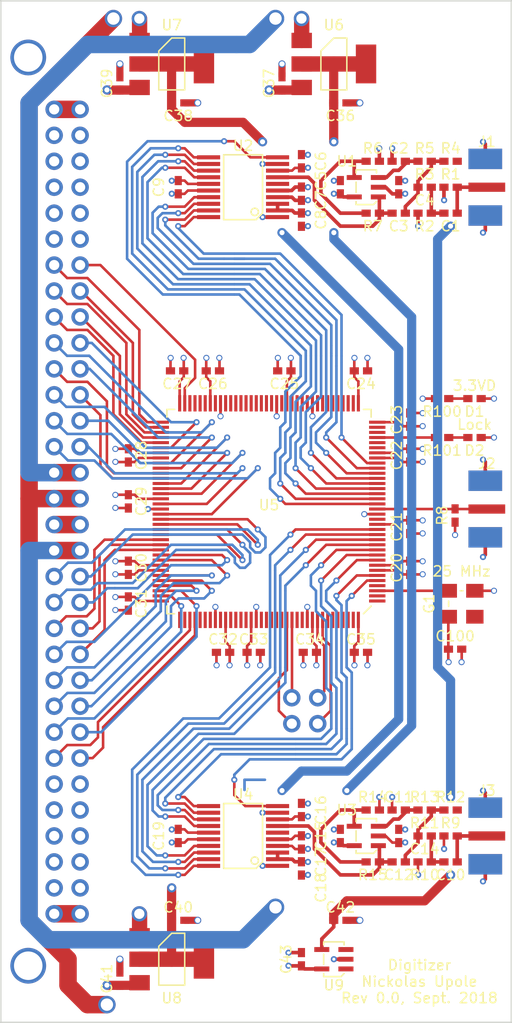
<source format=kicad_pcb>
(kicad_pcb (version 4) (host pcbnew 4.0.7)
  (layers (0 F.Cu signal) (1 In1.Cu power hide) (2 In2.Cu power hide) (31 B.Cu signal) (34 B.Paste user hide) (35 F.Paste user hide) (36 B.SilkS user hide) (37 F.SilkS user) (38 B.Mask user hide) (39 F.Mask user hide) (44 Edge.Cuts user))
  (net 0 "")
  (net 1 "Net-(C1-Pad1)")
  (net 2 "Net-(C1-Pad2)")
  (net 3 "Net-(C2-Pad1)")
  (net 4 /GND)
  (net 5 "Net-(C3-Pad1)")
  (net 6 /5V)
  (net 7 "Net-(R6-Pad2)")
  (net 8 /Sig1)
  (net 9 /3.3VA)
  (net 10 /3.3VD)
  (net 11 "Net-(C10-Pad1)")
  (net 12 "Net-(C10-Pad2)")
  (net 13 "Net-(C11-Pad1)")
  (net 14 "Net-(C12-Pad1)")
  (net 15 /Sig2)
  (net 16 /Trig)
  (net 17 /TDO)
  (net 18 /TDI)
  (net 19 /TCK)
  (net 20 /TMS)
  (net 21 /IO7)
  (net 22 /IO8)
  (net 23 /IO9)
  (net 24 /IO10)
  (net 25 /IO11)
  (net 26 /IO12)
  (net 27 /IO13)
  (net 28 /IO14)
  (net 29 /12V)
  (net 30 /-12V)
  (net 31 /IO19)
  (net 32 /IO20)
  (net 33 /IO21)
  (net 34 /IO22)
  (net 35 /IO23)
  (net 36 /IO24)
  (net 37 /IO25)
  (net 38 /IO26)
  (net 39 /BP_D0)
  (net 40 /BP_D1)
  (net 41 /BP_D2)
  (net 42 /BP_D3)
  (net 43 /BP_D4)
  (net 44 /BP_D5)
  (net 45 /BP_D6)
  (net 46 /BP_D7)
  (net 47 /BP_D8)
  (net 48 /BP_D9)
  (net 49 /BP_D10)
  (net 50 /BP_D11)
  (net 51 /BP_D12)
  (net 52 /BP_D13)
  (net 53 /BP_D14)
  (net 54 /BP_D15)
  (net 55 "Net-(R14-Pad2)")
  (net 56 "Net-(C8-Pad1)")
  (net 57 "Net-(C18-Pad1)")
  (net 58 /Sig1_D7)
  (net 59 /Sig1_D6)
  (net 60 /Sig1_D5)
  (net 61 /Sig1_D4)
  (net 62 /Sig1_D3)
  (net 63 /Sig1_D2)
  (net 64 /Sig1_D1)
  (net 65 /Sig1_D0)
  (net 66 /Sig2_D7)
  (net 67 /Sig2_D6)
  (net 68 /Sig2_D5)
  (net 69 /Sig2_D4)
  (net 70 /Sig2_D3)
  (net 71 /Sig2_D2)
  (net 72 /Sig2_D1)
  (net 73 /Sig2_D0)
  (net 74 /-5VA)
  (net 75 /5VA)
  (net 76 "Net-(D1-Pad1)")
  (net 77 /LOCK)
  (net 78 /25MHz)
  (net 79 "Net-(D2-Pad2)")
  (net 80 /Sig2_CLK)
  (net 81 /Sig1_CLK)
  (module conn:Conn_x64_RightAngle (layer F.Cu) (at 142.155 102.235)
    (fp_text reference J10 hide)
    (fp_text value Conn_x64 hide)
    (pad 1 thru_hole circle (at -1.27 39.37) (size 1.7112 1.7112) (drill 1) (layers *.Cu *.Mask) (net 4 /GND))
    (pad 2 thru_hole circle (at -1.27 36.83) (size 1.7112 1.7112) (drill 1) (layers *.Cu *.Mask))
    (pad 3 thru_hole circle (at -1.27 34.29) (size 1.7112 1.7112) (drill 1) (layers *.Cu *.Mask))
    (pad 4 thru_hole circle (at -1.27 31.75) (size 1.7112 1.7112) (drill 1) (layers *.Cu *.Mask))
    (pad 5 thru_hole circle (at -1.27 29.21) (size 1.7112 1.7112) (drill 1) (layers *.Cu *.Mask))
    (pad 6 thru_hole circle (at -1.27 26.67) (size 1.7112 1.7112) (drill 1) (layers *.Cu *.Mask))
    (pad 7 thru_hole circle (at -1.27 24.13) (size 1.7112 1.7112) (drill 1) (layers *.Cu *.Mask) (net 21 /IO7))
    (pad 8 thru_hole circle (at -1.27 21.59) (size 1.7112 1.7112) (drill 1) (layers *.Cu *.Mask) (net 22 /IO8))
    (pad 9 thru_hole circle (at -1.27 19.05) (size 1.7112 1.7112) (drill 1) (layers *.Cu *.Mask) (net 23 /IO9))
    (pad 10 thru_hole circle (at -1.27 16.51) (size 1.7112 1.7112) (drill 1) (layers *.Cu *.Mask) (net 24 /IO10))
    (pad 11 thru_hole circle (at -1.27 13.97) (size 1.7112 1.7112) (drill 1) (layers *.Cu *.Mask) (net 25 /IO11))
    (pad 12 thru_hole circle (at -1.27 11.43) (size 1.7112 1.7112) (drill 1) (layers *.Cu *.Mask) (net 26 /IO12))
    (pad 13 thru_hole circle (at -1.27 8.89) (size 1.7112 1.7112) (drill 1) (layers *.Cu *.Mask) (net 27 /IO13))
    (pad 14 thru_hole circle (at -1.27 6.35) (size 1.7112 1.7112) (drill 1) (layers *.Cu *.Mask) (net 28 /IO14))
    (pad 15 thru_hole circle (at -1.27 3.81) (size 1.7112 1.7112) (drill 1) (layers *.Cu *.Mask) (net 30 /-12V))
    (pad 16 thru_hole circle (at -1.27 1.27) (size 1.7112 1.7112) (drill 1) (layers *.Cu *.Mask) (net 4 /GND))
    (pad 17 thru_hole circle (at -1.27 -1.27) (size 1.7112 1.7112) (drill 1) (layers *.Cu *.Mask) (net 6 /5V))
    (pad 18 thru_hole circle (at -1.27 -3.81) (size 1.7112 1.7112) (drill 1) (layers *.Cu *.Mask) (net 29 /12V))
    (pad 19 thru_hole circle (at -1.27 -6.35) (size 1.7112 1.7112) (drill 1) (layers *.Cu *.Mask) (net 31 /IO19))
    (pad 20 thru_hole circle (at -1.27 -8.89) (size 1.7112 1.7112) (drill 1) (layers *.Cu *.Mask) (net 32 /IO20))
    (pad 21 thru_hole circle (at -1.27 -11.43) (size 1.7112 1.7112) (drill 1) (layers *.Cu *.Mask) (net 33 /IO21))
    (pad 22 thru_hole circle (at -1.27 -13.97) (size 1.7112 1.7112) (drill 1) (layers *.Cu *.Mask) (net 34 /IO22))
    (pad 23 thru_hole circle (at -1.27 -16.51) (size 1.7112 1.7112) (drill 1) (layers *.Cu *.Mask) (net 35 /IO23))
    (pad 24 thru_hole circle (at -1.27 -19.05) (size 1.7112 1.7112) (drill 1) (layers *.Cu *.Mask) (net 36 /IO24))
    (pad 25 thru_hole circle (at -1.27 -21.59) (size 1.7112 1.7112) (drill 1) (layers *.Cu *.Mask) (net 37 /IO25))
    (pad 26 thru_hole circle (at -1.27 -24.13) (size 1.7112 1.7112) (drill 1) (layers *.Cu *.Mask) (net 38 /IO26))
    (pad 27 thru_hole circle (at -1.27 -26.67) (size 1.7112 1.7112) (drill 1) (layers *.Cu *.Mask))
    (pad 28 thru_hole circle (at -1.27 -29.21) (size 1.7112 1.7112) (drill 1) (layers *.Cu *.Mask))
    (pad 29 thru_hole circle (at -1.27 -31.75) (size 1.7112 1.7112) (drill 1) (layers *.Cu *.Mask))
    (pad 30 thru_hole circle (at -1.27 -34.29) (size 1.7112 1.7112) (drill 1) (layers *.Cu *.Mask))
    (pad 31 thru_hole circle (at -1.27 -36.83) (size 1.7112 1.7112) (drill 1) (layers *.Cu *.Mask))
    (pad 32 thru_hole circle (at -1.27 -39.37) (size 1.7112 1.7112) (drill 1) (layers *.Cu *.Mask) (net 4 /GND))
    (pad 33 thru_hole circle (at 1.27 -39.37) (size 1.7112 1.7112) (drill 1) (layers *.Cu *.Mask) (net 4 /GND))
    (pad 34 thru_hole circle (at 1.27 -36.83) (size 1.7112 1.7112) (drill 1) (layers *.Cu *.Mask))
    (pad 35 thru_hole circle (at 1.27 -34.29) (size 1.7112 1.7112) (drill 1) (layers *.Cu *.Mask))
    (pad 36 thru_hole circle (at 1.27 -31.75) (size 1.7112 1.7112) (drill 1) (layers *.Cu *.Mask))
    (pad 37 thru_hole circle (at 1.27 -29.21) (size 1.7112 1.7112) (drill 1) (layers *.Cu *.Mask))
    (pad 38 thru_hole circle (at 1.27 -26.67) (size 1.7112 1.7112) (drill 1) (layers *.Cu *.Mask))
    (pad 39 thru_hole circle (at 1.27 -24.13) (size 1.7112 1.7112) (drill 1) (layers *.Cu *.Mask) (net 39 /BP_D0))
    (pad 40 thru_hole circle (at 1.27 -21.59) (size 1.7112 1.7112) (drill 1) (layers *.Cu *.Mask) (net 40 /BP_D1))
    (pad 41 thru_hole circle (at 1.27 -19.05) (size 1.7112 1.7112) (drill 1) (layers *.Cu *.Mask) (net 41 /BP_D2))
    (pad 42 thru_hole circle (at 1.27 -16.51) (size 1.7112 1.7112) (drill 1) (layers *.Cu *.Mask) (net 42 /BP_D3))
    (pad 43 thru_hole circle (at 1.27 -13.97) (size 1.7112 1.7112) (drill 1) (layers *.Cu *.Mask) (net 43 /BP_D4))
    (pad 44 thru_hole circle (at 1.27 -11.43) (size 1.7112 1.7112) (drill 1) (layers *.Cu *.Mask) (net 44 /BP_D5))
    (pad 45 thru_hole circle (at 1.27 -8.89) (size 1.7112 1.7112) (drill 1) (layers *.Cu *.Mask) (net 45 /BP_D6))
    (pad 46 thru_hole circle (at 1.27 -6.35) (size 1.7112 1.7112) (drill 1) (layers *.Cu *.Mask) (net 46 /BP_D7))
    (pad 47 thru_hole circle (at 1.27 -3.81) (size 1.7112 1.7112) (drill 1) (layers *.Cu *.Mask) (net 29 /12V))
    (pad 48 thru_hole circle (at 1.27 -1.27) (size 1.7112 1.7112) (drill 1) (layers *.Cu *.Mask) (net 6 /5V))
    (pad 49 thru_hole circle (at 1.27 1.27) (size 1.7112 1.7112) (drill 1) (layers *.Cu *.Mask) (net 4 /GND))
    (pad 50 thru_hole circle (at 1.27 3.81) (size 1.7112 1.7112) (drill 1) (layers *.Cu *.Mask) (net 30 /-12V))
    (pad 51 thru_hole circle (at 1.27 6.35) (size 1.7112 1.7112) (drill 1) (layers *.Cu *.Mask) (net 47 /BP_D8))
    (pad 52 thru_hole circle (at 1.27 8.89) (size 1.7112 1.7112) (drill 1) (layers *.Cu *.Mask) (net 48 /BP_D9))
    (pad 53 thru_hole circle (at 1.27 11.43) (size 1.7112 1.7112) (drill 1) (layers *.Cu *.Mask) (net 49 /BP_D10))
    (pad 54 thru_hole circle (at 1.27 13.97) (size 1.7112 1.7112) (drill 1) (layers *.Cu *.Mask) (net 50 /BP_D11))
    (pad 55 thru_hole circle (at 1.27 16.51) (size 1.7112 1.7112) (drill 1) (layers *.Cu *.Mask) (net 51 /BP_D12))
    (pad 56 thru_hole circle (at 1.27 19.05) (size 1.7112 1.7112) (drill 1) (layers *.Cu *.Mask) (net 52 /BP_D13))
    (pad 57 thru_hole circle (at 1.27 21.59) (size 1.7112 1.7112) (drill 1) (layers *.Cu *.Mask) (net 53 /BP_D14))
    (pad 58 thru_hole circle (at 1.27 24.13) (size 1.7112 1.7112) (drill 1) (layers *.Cu *.Mask) (net 54 /BP_D15))
    (pad 59 thru_hole circle (at 1.27 26.67) (size 1.7112 1.7112) (drill 1) (layers *.Cu *.Mask))
    (pad 60 thru_hole circle (at 1.27 29.21) (size 1.7112 1.7112) (drill 1) (layers *.Cu *.Mask))
    (pad 61 thru_hole circle (at 1.27 31.75) (size 1.7112 1.7112) (drill 1) (layers *.Cu *.Mask))
    (pad 62 thru_hole circle (at 1.27 34.29) (size 1.7112 1.7112) (drill 1) (layers *.Cu *.Mask))
    (pad 63 thru_hole circle (at 1.27 36.83) (size 1.7112 1.7112) (drill 1) (layers *.Cu *.Mask))
    (pad 64 thru_hole circle (at 1.27 39.37) (size 1.7112 1.7112) (drill 1) (layers *.Cu *.Mask) (net 4 /GND))
    (pad "" np_thru_hole circle (at -3.81 -44.45) (size 3.5012 3.5012) (drill 2.79) (layers *.Cu *.Mask))
    (pad "" np_thru_hole circle (at -3.81 44.45) (size 3.5012 3.5012) (drill 2.79) (layers *.Cu *.Mask))
  )
  (module smd:TQFP-144 (layer F.Cu) (at 161.925 102.235 180)
    (fp_text reference U5 (at 0 0.635 180) (layer F.SilkS))
    (fp_text value MachXO2)
    (pad 1 smd rect (at -10.6 -8.75 180) (size 1.6 0.3) (layers F.Cu F.Paste F.Mask))
    (pad 2 smd rect (at -10.6 -8.25 180) (size 1.6 0.3) (layers F.Cu F.Paste F.Mask))
    (pad 3 smd rect (at -10.6 -7.75 180) (size 1.6 0.3) (layers F.Cu F.Paste F.Mask) (net 78 /25MHz))
    (pad 4 smd rect (at -10.6 -7.25 180) (size 1.6 0.3) (layers F.Cu F.Paste F.Mask))
    (pad 5 smd rect (at -10.6 -6.75 180) (size 1.6 0.3) (layers F.Cu F.Paste F.Mask) (net 80 /Sig2_CLK))
    (pad 6 smd rect (at -10.6 -6.25 180) (size 1.6 0.3) (layers F.Cu F.Paste F.Mask) (net 66 /Sig2_D7))
    (pad 7 smd rect (at -10.6 -5.75 180) (size 1.6 0.3) (layers F.Cu F.Paste F.Mask) (net 10 /3.3VD))
    (pad 8 smd rect (at -10.6 -5.25 180) (size 1.6 0.3) (layers F.Cu F.Paste F.Mask) (net 4 /GND))
    (pad 9 smd rect (at -10.6 -4.75 180) (size 1.6 0.3) (layers F.Cu F.Paste F.Mask) (net 67 /Sig2_D6))
    (pad 10 smd rect (at -10.6 -4.25 180) (size 1.6 0.3) (layers F.Cu F.Paste F.Mask) (net 68 /Sig2_D5))
    (pad 11 smd rect (at -10.6 -3.75 180) (size 1.6 0.3) (layers F.Cu F.Paste F.Mask) (net 69 /Sig2_D4))
    (pad 12 smd rect (at -10.6 -3.25 180) (size 1.6 0.3) (layers F.Cu F.Paste F.Mask) (net 70 /Sig2_D3))
    (pad 13 smd rect (at -10.6 -2.75 180) (size 1.6 0.3) (layers F.Cu F.Paste F.Mask) (net 71 /Sig2_D2))
    (pad 14 smd rect (at -10.6 -2.25 180) (size 1.6 0.3) (layers F.Cu F.Paste F.Mask) (net 72 /Sig2_D1))
    (pad 15 smd rect (at -10.6 -1.75 180) (size 1.6 0.3) (layers F.Cu F.Paste F.Mask) (net 73 /Sig2_D0))
    (pad 16 smd rect (at -10.6 -1.25 180) (size 1.6 0.3) (layers F.Cu F.Paste F.Mask) (net 10 /3.3VD))
    (pad 17 smd rect (at -10.6 -0.75 180) (size 1.6 0.3) (layers F.Cu F.Paste F.Mask))
    (pad 18 smd rect (at -10.6 -0.25 180) (size 1.6 0.3) (layers F.Cu F.Paste F.Mask) (net 4 /GND))
    (pad 19 smd rect (at -10.6 0.25 180) (size 1.6 0.3) (layers F.Cu F.Paste F.Mask) (net 16 /Trig))
    (pad 20 smd rect (at -10.6 0.75 180) (size 1.6 0.3) (layers F.Cu F.Paste F.Mask) (net 81 /Sig1_CLK))
    (pad 21 smd rect (at -10.6 1.25 180) (size 1.6 0.3) (layers F.Cu F.Paste F.Mask) (net 58 /Sig1_D7))
    (pad 22 smd rect (at -10.6 1.75 180) (size 1.6 0.3) (layers F.Cu F.Paste F.Mask) (net 59 /Sig1_D6))
    (pad 23 smd rect (at -10.6 2.25 180) (size 1.6 0.3) (layers F.Cu F.Paste F.Mask) (net 60 /Sig1_D5))
    (pad 24 smd rect (at -10.6 2.75 180) (size 1.6 0.3) (layers F.Cu F.Paste F.Mask) (net 61 /Sig1_D4))
    (pad 25 smd rect (at -10.6 3.25 180) (size 1.6 0.3) (layers F.Cu F.Paste F.Mask) (net 62 /Sig1_D3))
    (pad 26 smd rect (at -10.6 3.75 180) (size 1.6 0.3) (layers F.Cu F.Paste F.Mask) (net 63 /Sig1_D2))
    (pad 27 smd rect (at -10.6 4.25 180) (size 1.6 0.3) (layers F.Cu F.Paste F.Mask) (net 64 /Sig1_D1))
    (pad 28 smd rect (at -10.6 4.75 180) (size 1.6 0.3) (layers F.Cu F.Paste F.Mask) (net 65 /Sig1_D0))
    (pad 29 smd rect (at -10.6 5.25 180) (size 1.6 0.3) (layers F.Cu F.Paste F.Mask) (net 4 /GND))
    (pad 30 smd rect (at -10.6 5.75 180) (size 1.6 0.3) (layers F.Cu F.Paste F.Mask) (net 10 /3.3VD))
    (pad 31 smd rect (at -10.6 6.25 180) (size 1.6 0.3) (layers F.Cu F.Paste F.Mask))
    (pad 32 smd rect (at -10.6 6.75 180) (size 1.6 0.3) (layers F.Cu F.Paste F.Mask))
    (pad 33 smd rect (at -10.6 7.25 180) (size 1.6 0.3) (layers F.Cu F.Paste F.Mask) (net 77 /LOCK))
    (pad 34 smd rect (at -10.6 7.75 180) (size 1.6 0.3) (layers F.Cu F.Paste F.Mask))
    (pad 35 smd rect (at -10.6 8.25 180) (size 1.6 0.3) (layers F.Cu F.Paste F.Mask))
    (pad 36 smd rect (at -10.6 8.75 180) (size 1.6 0.3) (layers F.Cu F.Paste F.Mask) (net 10 /3.3VD))
    (pad 37 smd rect (at -8.75 10.6 180) (size 0.3 1.6) (layers F.Cu F.Paste F.Mask) (net 10 /3.3VD))
    (pad 38 smd rect (at -8.25 10.6 180) (size 0.3 1.6) (layers F.Cu F.Paste F.Mask))
    (pad 39 smd rect (at -7.75 10.6 180) (size 0.3 1.6) (layers F.Cu F.Paste F.Mask))
    (pad 40 smd rect (at -7.25 10.6 180) (size 0.3 1.6) (layers F.Cu F.Paste F.Mask))
    (pad 41 smd rect (at -6.75 10.6 180) (size 0.3 1.6) (layers F.Cu F.Paste F.Mask))
    (pad 42 smd rect (at -6.25 10.6 180) (size 0.3 1.6) (layers F.Cu F.Paste F.Mask))
    (pad 43 smd rect (at -5.75 10.6 180) (size 0.3 1.6) (layers F.Cu F.Paste F.Mask))
    (pad 44 smd rect (at -5.25 10.6 180) (size 0.3 1.6) (layers F.Cu F.Paste F.Mask))
    (pad 45 smd rect (at -4.75 10.6 180) (size 0.3 1.6) (layers F.Cu F.Paste F.Mask))
    (pad 46 smd rect (at -4.25 10.6 180) (size 0.3 1.6) (layers F.Cu F.Paste F.Mask) (net 4 /GND))
    (pad 47 smd rect (at -3.75 10.6 180) (size 0.3 1.6) (layers F.Cu F.Paste F.Mask))
    (pad 48 smd rect (at -3.25 10.6 180) (size 0.3 1.6) (layers F.Cu F.Paste F.Mask))
    (pad 49 smd rect (at -2.75 10.6 180) (size 0.3 1.6) (layers F.Cu F.Paste F.Mask))
    (pad 50 smd rect (at -2.25 10.6 180) (size 0.3 1.6) (layers F.Cu F.Paste F.Mask))
    (pad 51 smd rect (at -1.75 10.6 180) (size 0.3 1.6) (layers F.Cu F.Paste F.Mask) (net 10 /3.3VD))
    (pad 52 smd rect (at -1.25 10.6 180) (size 0.3 1.6) (layers F.Cu F.Paste F.Mask))
    (pad 53 smd rect (at -0.75 10.6 180) (size 0.3 1.6) (layers F.Cu F.Paste F.Mask) (net 4 /GND))
    (pad 54 smd rect (at -0.25 10.6 180) (size 0.3 1.6) (layers F.Cu F.Paste F.Mask))
    (pad 55 smd rect (at 0.25 10.6 180) (size 0.3 1.6) (layers F.Cu F.Paste F.Mask))
    (pad 56 smd rect (at 0.75 10.6 180) (size 0.3 1.6) (layers F.Cu F.Paste F.Mask))
    (pad 57 smd rect (at 1.25 10.6 180) (size 0.3 1.6) (layers F.Cu F.Paste F.Mask))
    (pad 58 smd rect (at 1.75 10.6 180) (size 0.3 1.6) (layers F.Cu F.Paste F.Mask))
    (pad 59 smd rect (at 2.25 10.6 180) (size 0.3 1.6) (layers F.Cu F.Paste F.Mask))
    (pad 60 smd rect (at 2.75 10.6 180) (size 0.3 1.6) (layers F.Cu F.Paste F.Mask))
    (pad 61 smd rect (at 3.25 10.6 180) (size 0.3 1.6) (layers F.Cu F.Paste F.Mask))
    (pad 62 smd rect (at 3.75 10.6 180) (size 0.3 1.6) (layers F.Cu F.Paste F.Mask))
    (pad 63 smd rect (at 4.25 10.6 180) (size 0.3 1.6) (layers F.Cu F.Paste F.Mask))
    (pad 64 smd rect (at 4.75 10.6 180) (size 0.3 1.6) (layers F.Cu F.Paste F.Mask) (net 4 /GND))
    (pad 65 smd rect (at 5.25 10.6 180) (size 0.3 1.6) (layers F.Cu F.Paste F.Mask))
    (pad 66 smd rect (at 5.75 10.6 180) (size 0.3 1.6) (layers F.Cu F.Paste F.Mask) (net 10 /3.3VD))
    (pad 67 smd rect (at 6.25 10.6 180) (size 0.3 1.6) (layers F.Cu F.Paste F.Mask))
    (pad 68 smd rect (at 6.75 10.6 180) (size 0.3 1.6) (layers F.Cu F.Paste F.Mask))
    (pad 69 smd rect (at 7.25 10.6 180) (size 0.3 1.6) (layers F.Cu F.Paste F.Mask))
    (pad 70 smd rect (at 7.75 10.6 180) (size 0.3 1.6) (layers F.Cu F.Paste F.Mask))
    (pad 71 smd rect (at 8.25 10.6 180) (size 0.3 1.6) (layers F.Cu F.Paste F.Mask) (net 39 /BP_D0))
    (pad 72 smd rect (at 8.75 10.6 180) (size 0.3 1.6) (layers F.Cu F.Paste F.Mask) (net 10 /3.3VD))
    (pad 73 smd rect (at 10.6 8.75 180) (size 1.6 0.3) (layers F.Cu F.Paste F.Mask) (net 38 /IO26))
    (pad 74 smd rect (at 10.6 8.25 180) (size 1.6 0.3) (layers F.Cu F.Paste F.Mask) (net 40 /BP_D1))
    (pad 75 smd rect (at 10.6 7.75 180) (size 1.6 0.3) (layers F.Cu F.Paste F.Mask) (net 37 /IO25))
    (pad 76 smd rect (at 10.6 7.25 180) (size 1.6 0.3) (layers F.Cu F.Paste F.Mask) (net 41 /BP_D2))
    (pad 77 smd rect (at 10.6 6.75 180) (size 1.6 0.3) (layers F.Cu F.Paste F.Mask) (net 36 /IO24))
    (pad 78 smd rect (at 10.6 6.25 180) (size 1.6 0.3) (layers F.Cu F.Paste F.Mask) (net 42 /BP_D3))
    (pad 79 smd rect (at 10.6 5.75 180) (size 1.6 0.3) (layers F.Cu F.Paste F.Mask) (net 10 /3.3VD))
    (pad 80 smd rect (at 10.6 5.25 180) (size 1.6 0.3) (layers F.Cu F.Paste F.Mask) (net 4 /GND))
    (pad 81 smd rect (at 10.6 4.75 180) (size 1.6 0.3) (layers F.Cu F.Paste F.Mask) (net 35 /IO23))
    (pad 82 smd rect (at 10.6 4.25 180) (size 1.6 0.3) (layers F.Cu F.Paste F.Mask) (net 43 /BP_D4))
    (pad 83 smd rect (at 10.6 3.75 180) (size 1.6 0.3) (layers F.Cu F.Paste F.Mask) (net 34 /IO22))
    (pad 84 smd rect (at 10.6 3.25 180) (size 1.6 0.3) (layers F.Cu F.Paste F.Mask) (net 44 /BP_D5))
    (pad 85 smd rect (at 10.6 2.75 180) (size 1.6 0.3) (layers F.Cu F.Paste F.Mask) (net 33 /IO21))
    (pad 86 smd rect (at 10.6 2.25 180) (size 1.6 0.3) (layers F.Cu F.Paste F.Mask) (net 45 /BP_D6))
    (pad 87 smd rect (at 10.6 1.75 180) (size 1.6 0.3) (layers F.Cu F.Paste F.Mask) (net 32 /IO20))
    (pad 88 smd rect (at 10.6 1.25 180) (size 1.6 0.3) (layers F.Cu F.Paste F.Mask) (net 10 /3.3VD))
    (pad 89 smd rect (at 10.6 0.75 180) (size 1.6 0.3) (layers F.Cu F.Paste F.Mask) (net 46 /BP_D7))
    (pad 90 smd rect (at 10.6 0.25 180) (size 1.6 0.3) (layers F.Cu F.Paste F.Mask) (net 4 /GND))
    (pad 91 smd rect (at 10.6 -0.25 180) (size 1.6 0.3) (layers F.Cu F.Paste F.Mask) (net 31 /IO19))
    (pad 92 smd rect (at 10.6 -0.75 180) (size 1.6 0.3) (layers F.Cu F.Paste F.Mask) (net 47 /BP_D8))
    (pad 93 smd rect (at 10.6 -1.25 180) (size 1.6 0.3) (layers F.Cu F.Paste F.Mask) (net 28 /IO14))
    (pad 94 smd rect (at 10.6 -1.75 180) (size 1.6 0.3) (layers F.Cu F.Paste F.Mask) (net 48 /BP_D9))
    (pad 95 smd rect (at 10.6 -2.25 180) (size 1.6 0.3) (layers F.Cu F.Paste F.Mask) (net 27 /IO13))
    (pad 96 smd rect (at 10.6 -2.75 180) (size 1.6 0.3) (layers F.Cu F.Paste F.Mask) (net 26 /IO12))
    (pad 97 smd rect (at 10.6 -3.25 180) (size 1.6 0.3) (layers F.Cu F.Paste F.Mask) (net 49 /BP_D10))
    (pad 98 smd rect (at 10.6 -3.75 180) (size 1.6 0.3) (layers F.Cu F.Paste F.Mask) (net 50 /BP_D11))
    (pad 99 smd rect (at 10.6 -4.25 180) (size 1.6 0.3) (layers F.Cu F.Paste F.Mask) (net 25 /IO11))
    (pad 100 smd rect (at 10.6 -4.75 180) (size 1.6 0.3) (layers F.Cu F.Paste F.Mask) (net 51 /BP_D12))
    (pad 101 smd rect (at 10.6 -5.25 180) (size 1.6 0.3) (layers F.Cu F.Paste F.Mask) (net 4 /GND))
    (pad 102 smd rect (at 10.6 -5.75 180) (size 1.6 0.3) (layers F.Cu F.Paste F.Mask) (net 10 /3.3VD))
    (pad 103 smd rect (at 10.6 -6.25 180) (size 1.6 0.3) (layers F.Cu F.Paste F.Mask) (net 24 /IO10))
    (pad 104 smd rect (at 10.6 -6.75 180) (size 1.6 0.3) (layers F.Cu F.Paste F.Mask) (net 52 /BP_D13))
    (pad 105 smd rect (at 10.6 -7.25 180) (size 1.6 0.3) (layers F.Cu F.Paste F.Mask) (net 23 /IO9))
    (pad 106 smd rect (at 10.6 -7.75 180) (size 1.6 0.3) (layers F.Cu F.Paste F.Mask) (net 53 /BP_D14))
    (pad 107 smd rect (at 10.6 -8.25 180) (size 1.6 0.3) (layers F.Cu F.Paste F.Mask) (net 22 /IO8))
    (pad 108 smd rect (at 10.6 -8.75 180) (size 1.6 0.3) (layers F.Cu F.Paste F.Mask) (net 10 /3.3VD))
    (pad 109 smd rect (at 8.75 -10.6 180) (size 0.3 1.6) (layers F.Cu F.Paste F.Mask))
    (pad 110 smd rect (at 8.25 -10.6 180) (size 0.3 1.6) (layers F.Cu F.Paste F.Mask))
    (pad 111 smd rect (at 7.75 -10.6 180) (size 0.3 1.6) (layers F.Cu F.Paste F.Mask) (net 21 /IO7))
    (pad 112 smd rect (at 7.25 -10.6 180) (size 0.3 1.6) (layers F.Cu F.Paste F.Mask) (net 54 /BP_D15))
    (pad 113 smd rect (at 6.75 -10.6 180) (size 0.3 1.6) (layers F.Cu F.Paste F.Mask))
    (pad 114 smd rect (at 6.25 -10.6 180) (size 0.3 1.6) (layers F.Cu F.Paste F.Mask))
    (pad 115 smd rect (at 5.75 -10.6 180) (size 0.3 1.6) (layers F.Cu F.Paste F.Mask))
    (pad 116 smd rect (at 5.25 -10.6 180) (size 0.3 1.6) (layers F.Cu F.Paste F.Mask) (net 4 /GND))
    (pad 117 smd rect (at 4.75 -10.6 180) (size 0.3 1.6) (layers F.Cu F.Paste F.Mask))
    (pad 118 smd rect (at 4.25 -10.6 180) (size 0.3 1.6) (layers F.Cu F.Paste F.Mask) (net 10 /3.3VD))
    (pad 119 smd rect (at 3.75 -10.6 180) (size 0.3 1.6) (layers F.Cu F.Paste F.Mask))
    (pad 120 smd rect (at 3.25 -10.6 180) (size 0.3 1.6) (layers F.Cu F.Paste F.Mask))
    (pad 121 smd rect (at 2.75 -10.6 180) (size 0.3 1.6) (layers F.Cu F.Paste F.Mask))
    (pad 122 smd rect (at 2.25 -10.6 180) (size 0.3 1.6) (layers F.Cu F.Paste F.Mask))
    (pad 123 smd rect (at 1.75 -10.6 180) (size 0.3 1.6) (layers F.Cu F.Paste F.Mask) (net 10 /3.3VD))
    (pad 124 smd rect (at 1.25 -10.6 180) (size 0.3 1.6) (layers F.Cu F.Paste F.Mask) (net 4 /GND))
    (pad 125 smd rect (at 0.75 -10.6 180) (size 0.3 1.6) (layers F.Cu F.Paste F.Mask))
    (pad 126 smd rect (at 0.25 -10.6 180) (size 0.3 1.6) (layers F.Cu F.Paste F.Mask))
    (pad 127 smd rect (at -0.25 -10.6 180) (size 0.3 1.6) (layers F.Cu F.Paste F.Mask))
    (pad 128 smd rect (at -0.75 -10.6 180) (size 0.3 1.6) (layers F.Cu F.Paste F.Mask))
    (pad 129 smd rect (at -1.25 -10.6 180) (size 0.3 1.6) (layers F.Cu F.Paste F.Mask))
    (pad 130 smd rect (at -1.75 -10.6 180) (size 0.3 1.6) (layers F.Cu F.Paste F.Mask) (net 20 /TMS))
    (pad 131 smd rect (at -2.25 -10.6 180) (size 0.3 1.6) (layers F.Cu F.Paste F.Mask) (net 19 /TCK))
    (pad 132 smd rect (at -2.75 -10.6 180) (size 0.3 1.6) (layers F.Cu F.Paste F.Mask))
    (pad 133 smd rect (at -3.25 -10.6 180) (size 0.3 1.6) (layers F.Cu F.Paste F.Mask))
    (pad 134 smd rect (at -3.75 -10.6 180) (size 0.3 1.6) (layers F.Cu F.Paste F.Mask) (net 4 /GND))
    (pad 135 smd rect (at -4.25 -10.6 180) (size 0.3 1.6) (layers F.Cu F.Paste F.Mask) (net 10 /3.3VD))
    (pad 136 smd rect (at -4.75 -10.6 180) (size 0.3 1.6) (layers F.Cu F.Paste F.Mask) (net 18 /TDI))
    (pad 137 smd rect (at -5.25 -10.6 180) (size 0.3 1.6) (layers F.Cu F.Paste F.Mask) (net 17 /TDO))
    (pad 138 smd rect (at -5.75 -10.6 180) (size 0.3 1.6) (layers F.Cu F.Paste F.Mask))
    (pad 139 smd rect (at -6.25 -10.6 180) (size 0.3 1.6) (layers F.Cu F.Paste F.Mask))
    (pad 140 smd rect (at -6.75 -10.6 180) (size 0.3 1.6) (layers F.Cu F.Paste F.Mask))
    (pad 141 smd rect (at -7.25 -10.6 180) (size 0.3 1.6) (layers F.Cu F.Paste F.Mask))
    (pad 142 smd rect (at -7.75 -10.6 180) (size 0.3 1.6) (layers F.Cu F.Paste F.Mask))
    (pad 143 smd rect (at -8.25 -10.6 180) (size 0.3 1.6) (layers F.Cu F.Paste F.Mask))
    (pad 144 smd rect (at -8.75 -10.6 180) (size 0.3 1.6) (layers F.Cu F.Paste F.Mask) (net 10 /3.3VD))
  )
  (module smd:0402 (layer F.Cu) (at 180.145 115.7 180)
    (fp_text reference C100 (at 0 1.27 180) (layer F.SilkS))
    (fp_text value C hide)
    (pad 1 smd rect (at 0.65 0 180) (size 0.9 0.7) (layers F.Cu F.Paste F.Mask) (net 10 /3.3VD))
    (pad 2 smd rect (at -0.65 0 180) (size 0.9 0.7) (layers F.Cu F.Paste F.Mask) (net 4 /GND))
  )
  (module smd:0402 (layer F.Cu) (at 179.705 73.025)
    (fp_text reference C1 (at 0 1.27) (layer F.SilkS))
    (fp_text value 1u hide)
    (pad 1 smd rect (at 0.65 0) (size 0.9 0.7) (layers F.Cu F.Paste F.Mask) (net 1 "Net-(C1-Pad1)"))
    (pad 2 smd rect (at -0.65 0) (size 0.9 0.7) (layers F.Cu F.Paste F.Mask) (net 2 "Net-(C1-Pad2)"))
  )
  (module smd:0402 (layer F.Cu) (at 174.625 67.945)
    (fp_text reference C2 (at 0 -1.27) (layer F.SilkS))
    (fp_text value C hide)
    (pad 1 smd rect (at 0.65 0) (size 0.9 0.7) (layers F.Cu F.Paste F.Mask) (net 3 "Net-(C2-Pad1)"))
    (pad 2 smd rect (at -0.65 0) (size 0.9 0.7) (layers F.Cu F.Paste F.Mask) (net 4 /GND))
  )
  (module smd:0402 (layer F.Cu) (at 174.625 73.025)
    (fp_text reference C3 (at 0 1.27) (layer F.SilkS))
    (fp_text value C hide)
    (pad 1 smd rect (at 0.65 0) (size 0.9 0.7) (layers F.Cu F.Paste F.Mask) (net 5 "Net-(C3-Pad1)"))
    (pad 2 smd rect (at -0.65 0) (size 0.9 0.7) (layers F.Cu F.Paste F.Mask) (net 8 /Sig1))
  )
  (module smd:0402 (layer F.Cu) (at 174.625 70.485 90)
    (fp_text reference C4 (at -1.27 2.54 360) (layer F.SilkS))
    (fp_text value C hide)
    (pad 1 smd rect (at 0.65 0 90) (size 0.9 0.7) (layers F.Cu F.Paste F.Mask) (net 4 /GND))
    (pad 2 smd rect (at -0.65 0 90) (size 0.9 0.7) (layers F.Cu F.Paste F.Mask) (net 74 /-5VA))
  )
  (module smd:0402 (layer F.Cu) (at 168.91 70.485 270)
    (fp_text reference C5 (at -0.635 1.905 270) (layer F.SilkS))
    (fp_text value C hide)
    (pad 1 smd rect (at 0.65 0 270) (size 0.9 0.7) (layers F.Cu F.Paste F.Mask) (net 75 /5VA))
    (pad 2 smd rect (at -0.65 0 270) (size 0.9 0.7) (layers F.Cu F.Paste F.Mask) (net 4 /GND))
  )
  (module conn:SMA (layer F.Cu) (at 183.255 70.485)
    (fp_text reference J1 (at 0 -4.445) (layer F.SilkS))
    (fp_text value SMA hide)
    (pad 3 smd rect (at -0.15 2.77) (size 3.3 2) (layers F.Cu F.Paste F.Mask) (net 4 /GND))
    (pad 2 smd rect (at 0 0) (size 3.6 0.9) (layers F.Cu F.Paste F.Mask) (net 1 "Net-(C1-Pad1)"))
    (pad 1 smd rect (at -0.15 -2.77) (size 3.3 2) (layers F.Cu F.Paste F.Mask) (net 4 /GND))
    (pad 4 smd rect (at -0.15 2.77) (size 3.3 2) (layers B.Cu F.Paste F.Mask) (net 4 /GND))
    (pad 5 smd rect (at -0.15 -2.77) (size 3.3 2) (layers B.Cu F.Paste F.Mask) (net 4 /GND))
  )
  (module smd:0402 (layer F.Cu) (at 179.705 70.485)
    (fp_text reference R1 (at 0 -1.27) (layer F.SilkS))
    (fp_text value 50 hide)
    (pad 1 smd rect (at 0.65 0) (size 0.9 0.7) (layers F.Cu F.Paste F.Mask) (net 1 "Net-(C1-Pad1)"))
    (pad 2 smd rect (at -0.65 0) (size 0.9 0.7) (layers F.Cu F.Paste F.Mask) (net 4 /GND))
  )
  (module smd:0402 (layer F.Cu) (at 177.165 73.025)
    (fp_text reference R2 (at 0 1.27) (layer F.SilkS))
    (fp_text value 50 hide)
    (pad 1 smd rect (at 0.65 0) (size 0.9 0.7) (layers F.Cu F.Paste F.Mask) (net 2 "Net-(C1-Pad2)"))
    (pad 2 smd rect (at -0.65 0) (size 0.9 0.7) (layers F.Cu F.Paste F.Mask) (net 4 /GND))
  )
  (module smd:0402 (layer F.Cu) (at 177.165 70.485)
    (fp_text reference R3 (at 0 -1.27) (layer F.SilkS))
    (fp_text value R hide)
    (pad 1 smd rect (at 0.65 0) (size 0.9 0.7) (layers F.Cu F.Paste F.Mask) (net 2 "Net-(C1-Pad2)"))
    (pad 2 smd rect (at -0.65 0) (size 0.9 0.7) (layers F.Cu F.Paste F.Mask) (net 5 "Net-(C3-Pad1)"))
  )
  (module smd:0402 (layer F.Cu) (at 179.705 67.945)
    (fp_text reference R4 (at 0 -1.27) (layer F.SilkS))
    (fp_text value R hide)
    (pad 1 smd rect (at 0.65 0) (size 0.9 0.7) (layers F.Cu F.Paste F.Mask))
    (pad 2 smd rect (at -0.65 0) (size 0.9 0.7) (layers F.Cu F.Paste F.Mask) (net 5 "Net-(C3-Pad1)"))
  )
  (module smd:0402 (layer F.Cu) (at 177.165 67.945)
    (fp_text reference R5 (at 0 -1.27) (layer F.SilkS))
    (fp_text value R hide)
    (pad 1 smd rect (at 0.65 0) (size 0.9 0.7) (layers F.Cu F.Paste F.Mask) (net 5 "Net-(C3-Pad1)"))
    (pad 2 smd rect (at -0.65 0) (size 0.9 0.7) (layers F.Cu F.Paste F.Mask) (net 3 "Net-(C2-Pad1)"))
  )
  (module smd:0402 (layer F.Cu) (at 172.085 67.945)
    (fp_text reference R6 (at 0 -1.27) (layer F.SilkS))
    (fp_text value R hide)
    (pad 1 smd rect (at 0.65 0) (size 0.9 0.7) (layers F.Cu F.Paste F.Mask) (net 4 /GND))
    (pad 2 smd rect (at -0.65 0) (size 0.9 0.7) (layers F.Cu F.Paste F.Mask) (net 7 "Net-(R6-Pad2)"))
  )
  (module smd:0402 (layer F.Cu) (at 172.085 73.025 180)
    (fp_text reference R7 (at 0 -1.27 180) (layer F.SilkS))
    (fp_text value R hide)
    (pad 1 smd rect (at 0.65 0 180) (size 0.9 0.7) (layers F.Cu F.Paste F.Mask) (net 7 "Net-(R6-Pad2)"))
    (pad 2 smd rect (at -0.65 0 180) (size 0.9 0.7) (layers F.Cu F.Paste F.Mask) (net 8 /Sig1))
  )
  (module smd:SOT-23-5 (layer F.Cu) (at 171.45 70.485 180)
    (fp_text reference U1 (at 1.905 2.54 180) (layer F.SilkS))
    (fp_text value AD8014 hide)
    (pad 1 smd rect (at -1.181 -0.95 180) (size 1.473 0.482) (layers F.Cu F.Paste F.Mask) (net 8 /Sig1))
    (pad 2 smd rect (at -1.181 0 180) (size 1.473 0.482) (layers F.Cu F.Paste F.Mask) (net 74 /-5VA))
    (pad 3 smd rect (at -1.181 0.95 180) (size 1.473 0.482) (layers F.Cu F.Paste F.Mask) (net 3 "Net-(C2-Pad1)"))
    (pad 4 smd rect (at 1.181 0.95 180) (size 1.473 0.482) (layers F.Cu F.Paste F.Mask) (net 7 "Net-(R6-Pad2)"))
    (pad 5 smd rect (at 1.181 -0.95 180) (size 1.473 0.482) (layers F.Cu F.Paste F.Mask) (net 75 /5VA))
  )
  (module smd:0402 (layer F.Cu) (at 165.1 67.945 270)
    (fp_text reference C6 (at 0 -1.905 270) (layer F.SilkS))
    (fp_text value C hide)
    (pad 1 smd rect (at 0.65 0 270) (size 0.9 0.7) (layers F.Cu F.Paste F.Mask) (net 9 /3.3VA))
    (pad 2 smd rect (at -0.65 0 270) (size 0.9 0.7) (layers F.Cu F.Paste F.Mask) (net 4 /GND))
  )
  (module smd:0402 (layer F.Cu) (at 165.1 71.12 90)
    (fp_text reference C7 (at -0.635 1.905 90) (layer F.SilkS))
    (fp_text value C hide)
    (pad 1 smd rect (at 0.65 0 90) (size 0.9 0.7) (layers F.Cu F.Paste F.Mask) (net 9 /3.3VA))
    (pad 2 smd rect (at -0.65 0 90) (size 0.9 0.7) (layers F.Cu F.Paste F.Mask) (net 4 /GND))
  )
  (module smd:0402 (layer F.Cu) (at 165.1 73.66 90)
    (fp_text reference C8 (at 0 1.905 90) (layer F.SilkS))
    (fp_text value C hide)
    (pad 1 smd rect (at 0.65 0 90) (size 0.9 0.7) (layers F.Cu F.Paste F.Mask) (net 56 "Net-(C8-Pad1)"))
    (pad 2 smd rect (at -0.65 0 90) (size 0.9 0.7) (layers F.Cu F.Paste F.Mask) (net 4 /GND))
  )
  (module smd:0402 (layer F.Cu) (at 153.035 70.485 270)
    (fp_text reference C9 (at 0 1.905 270) (layer F.SilkS))
    (fp_text value C hide)
    (pad 1 smd rect (at 0.65 0 270) (size 0.9 0.7) (layers F.Cu F.Paste F.Mask) (net 4 /GND))
    (pad 2 smd rect (at -0.65 0 270) (size 0.9 0.7) (layers F.Cu F.Paste F.Mask) (net 10 /3.3VD))
  )
  (module smd:0402 (layer F.Cu) (at 179.705 136.525)
    (fp_text reference C10 (at 0 1.27) (layer F.SilkS))
    (fp_text value 1u hide)
    (pad 1 smd rect (at 0.65 0) (size 0.9 0.7) (layers F.Cu F.Paste F.Mask) (net 11 "Net-(C10-Pad1)"))
    (pad 2 smd rect (at -0.65 0) (size 0.9 0.7) (layers F.Cu F.Paste F.Mask) (net 12 "Net-(C10-Pad2)"))
  )
  (module smd:0402 (layer F.Cu) (at 174.625 131.445)
    (fp_text reference C11 (at 0 -1.27) (layer F.SilkS))
    (fp_text value C hide)
    (pad 1 smd rect (at 0.65 0) (size 0.9 0.7) (layers F.Cu F.Paste F.Mask) (net 13 "Net-(C11-Pad1)"))
    (pad 2 smd rect (at -0.65 0) (size 0.9 0.7) (layers F.Cu F.Paste F.Mask) (net 4 /GND))
  )
  (module smd:0402 (layer F.Cu) (at 174.625 136.525)
    (fp_text reference C12 (at 0 1.27) (layer F.SilkS))
    (fp_text value C hide)
    (pad 1 smd rect (at 0.65 0) (size 0.9 0.7) (layers F.Cu F.Paste F.Mask) (net 14 "Net-(C12-Pad1)"))
    (pad 2 smd rect (at -0.65 0) (size 0.9 0.7) (layers F.Cu F.Paste F.Mask) (net 15 /Sig2))
  )
  (module smd:0402 (layer F.Cu) (at 174.625 133.985 90)
    (fp_text reference C14 (at -1.27 2.54 180) (layer F.SilkS))
    (fp_text value C hide)
    (pad 1 smd rect (at 0.65 0 90) (size 0.9 0.7) (layers F.Cu F.Paste F.Mask) (net 4 /GND))
    (pad 2 smd rect (at -0.65 0 90) (size 0.9 0.7) (layers F.Cu F.Paste F.Mask) (net 74 /-5VA))
  )
  (module smd:0402 (layer F.Cu) (at 168.91 133.985 270)
    (fp_text reference C15 (at 0 1.905 270) (layer F.SilkS))
    (fp_text value C hide)
    (pad 1 smd rect (at 0.65 0 270) (size 0.9 0.7) (layers F.Cu F.Paste F.Mask) (net 75 /5VA))
    (pad 2 smd rect (at -0.65 0 270) (size 0.9 0.7) (layers F.Cu F.Paste F.Mask) (net 4 /GND))
  )
  (module smd:0402 (layer F.Cu) (at 165.1 131.445 270)
    (fp_text reference C16 (at 0 -1.905 270) (layer F.SilkS))
    (fp_text value C hide)
    (pad 1 smd rect (at 0.65 0 270) (size 0.9 0.7) (layers F.Cu F.Paste F.Mask) (net 9 /3.3VA))
    (pad 2 smd rect (at -0.65 0 270) (size 0.9 0.7) (layers F.Cu F.Paste F.Mask) (net 4 /GND))
  )
  (module smd:0402 (layer F.Cu) (at 165.1 134.62 90)
    (fp_text reference C17 (at -1.905 1.905 90) (layer F.SilkS))
    (fp_text value C hide)
    (pad 1 smd rect (at 0.65 0 90) (size 0.9 0.7) (layers F.Cu F.Paste F.Mask) (net 9 /3.3VA))
    (pad 2 smd rect (at -0.65 0 90) (size 0.9 0.7) (layers F.Cu F.Paste F.Mask) (net 4 /GND))
  )
  (module smd:0402 (layer F.Cu) (at 165.1 137.16 90)
    (fp_text reference C18 (at -1.905 1.905 90) (layer F.SilkS))
    (fp_text value C hide)
    (pad 1 smd rect (at 0.65 0 90) (size 0.9 0.7) (layers F.Cu F.Paste F.Mask) (net 57 "Net-(C18-Pad1)"))
    (pad 2 smd rect (at -0.65 0 90) (size 0.9 0.7) (layers F.Cu F.Paste F.Mask) (net 4 /GND))
  )
  (module smd:0402 (layer F.Cu) (at 153.035 133.985 270)
    (fp_text reference C19 (at 0 1.905 270) (layer F.SilkS))
    (fp_text value C hide)
    (pad 1 smd rect (at 0.65 0 270) (size 0.9 0.7) (layers F.Cu F.Paste F.Mask) (net 4 /GND))
    (pad 2 smd rect (at -0.65 0 270) (size 0.9 0.7) (layers F.Cu F.Paste F.Mask) (net 10 /3.3VD))
  )
  (module smd:0402 (layer F.Cu) (at 175.7 107.735 270)
    (fp_text reference C20 (at 0 1.27 270) (layer F.SilkS))
    (fp_text value C hide)
    (pad 1 smd rect (at 0.65 0 270) (size 0.9 0.7) (layers F.Cu F.Paste F.Mask) (net 10 /3.3VD))
    (pad 2 smd rect (at -0.65 0 270) (size 0.9 0.7) (layers F.Cu F.Paste F.Mask) (net 4 /GND))
  )
  (module smd:0402 (layer F.Cu) (at 175.7 103.735 90)
    (fp_text reference C21 (at 0 -1.27 90) (layer F.SilkS))
    (fp_text value C hide)
    (pad 1 smd rect (at 0.65 0 90) (size 0.9 0.7) (layers F.Cu F.Paste F.Mask) (net 10 /3.3VD))
    (pad 2 smd rect (at -0.65 0 90) (size 0.9 0.7) (layers F.Cu F.Paste F.Mask) (net 4 /GND))
  )
  (module smd:0402 (layer F.Cu) (at 175.7 96.735 90)
    (fp_text reference C22 (at 0 -1.27 90) (layer F.SilkS))
    (fp_text value C hide)
    (pad 1 smd rect (at 0.65 0 90) (size 0.9 0.7) (layers F.Cu F.Paste F.Mask) (net 10 /3.3VD))
    (pad 2 smd rect (at -0.65 0 90) (size 0.9 0.7) (layers F.Cu F.Paste F.Mask) (net 4 /GND))
  )
  (module smd:0402 (layer F.Cu) (at 175.7 93.235 270)
    (fp_text reference C23 (at 0 1.27 270) (layer F.SilkS))
    (fp_text value C hide)
    (pad 1 smd rect (at 0.65 0 270) (size 0.9 0.7) (layers F.Cu F.Paste F.Mask) (net 10 /3.3VD))
    (pad 2 smd rect (at -0.65 0 270) (size 0.9 0.7) (layers F.Cu F.Paste F.Mask) (net 4 /GND))
  )
  (module smd:0402 (layer F.Cu) (at 170.925 88.46 180)
    (fp_text reference C24 (at 0 -1.27 180) (layer F.SilkS))
    (fp_text value C hide)
    (pad 1 smd rect (at 0.65 0 180) (size 0.9 0.7) (layers F.Cu F.Paste F.Mask) (net 10 /3.3VD))
    (pad 2 smd rect (at -0.65 0 180) (size 0.9 0.7) (layers F.Cu F.Paste F.Mask) (net 4 /GND))
  )
  (module smd:0402 (layer F.Cu) (at 163.425 88.46)
    (fp_text reference C25 (at 0 1.27) (layer F.SilkS))
    (fp_text value C hide)
    (pad 1 smd rect (at 0.65 0) (size 0.9 0.7) (layers F.Cu F.Paste F.Mask) (net 10 /3.3VD))
    (pad 2 smd rect (at -0.65 0) (size 0.9 0.7) (layers F.Cu F.Paste F.Mask) (net 4 /GND))
  )
  (module smd:0402 (layer F.Cu) (at 156.425 88.46 180)
    (fp_text reference C26 (at 0 -1.27 180) (layer F.SilkS))
    (fp_text value C hide)
    (pad 1 smd rect (at 0.65 0 180) (size 0.9 0.7) (layers F.Cu F.Paste F.Mask) (net 10 /3.3VD))
    (pad 2 smd rect (at -0.65 0 180) (size 0.9 0.7) (layers F.Cu F.Paste F.Mask) (net 4 /GND))
  )
  (module smd:0402 (layer F.Cu) (at 152.925 88.46)
    (fp_text reference C27 (at 0 1.27) (layer F.SilkS))
    (fp_text value C hide)
    (pad 1 smd rect (at 0.65 0) (size 0.9 0.7) (layers F.Cu F.Paste F.Mask) (net 10 /3.3VD))
    (pad 2 smd rect (at -0.65 0) (size 0.9 0.7) (layers F.Cu F.Paste F.Mask) (net 4 /GND))
  )
  (module smd:0402 (layer F.Cu) (at 148.15 96.735 270)
    (fp_text reference C28 (at 0 -1.27 270) (layer F.SilkS))
    (fp_text value C hide)
    (pad 1 smd rect (at 0.65 0 270) (size 0.9 0.7) (layers F.Cu F.Paste F.Mask) (net 4 /GND))
    (pad 2 smd rect (at -0.65 0 270) (size 0.9 0.7) (layers F.Cu F.Paste F.Mask) (net 10 /3.3VD))
  )
  (module smd:0402 (layer F.Cu) (at 148.15 101.235 270)
    (fp_text reference C29 (at 0 -1.27 270) (layer F.SilkS))
    (fp_text value C hide)
    (pad 1 smd rect (at 0.65 0 270) (size 0.9 0.7) (layers F.Cu F.Paste F.Mask) (net 4 /GND))
    (pad 2 smd rect (at -0.65 0 270) (size 0.9 0.7) (layers F.Cu F.Paste F.Mask) (net 10 /3.3VD))
  )
  (module smd:0402 (layer F.Cu) (at 148.15 107.735 90)
    (fp_text reference C30 (at 0 1.27 90) (layer F.SilkS))
    (fp_text value C hide)
    (pad 1 smd rect (at 0.65 0 90) (size 0.9 0.7) (layers F.Cu F.Paste F.Mask) (net 4 /GND))
    (pad 2 smd rect (at -0.65 0 90) (size 0.9 0.7) (layers F.Cu F.Paste F.Mask) (net 10 /3.3VD))
  )
  (module smd:0402 (layer F.Cu) (at 148.15 111.235 270)
    (fp_text reference C31 (at 0 -1.27 270) (layer F.SilkS))
    (fp_text value C hide)
    (pad 1 smd rect (at 0.65 0 270) (size 0.9 0.7) (layers F.Cu F.Paste F.Mask) (net 4 /GND))
    (pad 2 smd rect (at -0.65 0 270) (size 0.9 0.7) (layers F.Cu F.Paste F.Mask) (net 10 /3.3VD))
  )
  (module smd:0402 (layer F.Cu) (at 157.425 116.01 180)
    (fp_text reference C32 (at 0 1.27 180) (layer F.SilkS))
    (fp_text value C hide)
    (pad 1 smd rect (at 0.65 0 180) (size 0.9 0.7) (layers F.Cu F.Paste F.Mask) (net 4 /GND))
    (pad 2 smd rect (at -0.65 0 180) (size 0.9 0.7) (layers F.Cu F.Paste F.Mask) (net 10 /3.3VD))
  )
  (module smd:0402 (layer F.Cu) (at 160.425 116.01)
    (fp_text reference C33 (at 0 -1.27) (layer F.SilkS))
    (fp_text value C hide)
    (pad 1 smd rect (at 0.65 0) (size 0.9 0.7) (layers F.Cu F.Paste F.Mask) (net 4 /GND))
    (pad 2 smd rect (at -0.65 0) (size 0.9 0.7) (layers F.Cu F.Paste F.Mask) (net 10 /3.3VD))
  )
  (module smd:0402 (layer F.Cu) (at 165.925 116.01 180)
    (fp_text reference C34 (at 0 1.27 180) (layer F.SilkS))
    (fp_text value C hide)
    (pad 1 smd rect (at 0.65 0 180) (size 0.9 0.7) (layers F.Cu F.Paste F.Mask) (net 4 /GND))
    (pad 2 smd rect (at -0.65 0 180) (size 0.9 0.7) (layers F.Cu F.Paste F.Mask) (net 10 /3.3VD))
  )
  (module smd:0402 (layer F.Cu) (at 170.925 116.01)
    (fp_text reference C35 (at 0 -1.27) (layer F.SilkS))
    (fp_text value C hide)
    (pad 1 smd rect (at 0.65 0) (size 0.9 0.7) (layers F.Cu F.Paste F.Mask) (net 4 /GND))
    (pad 2 smd rect (at -0.65 0) (size 0.9 0.7) (layers F.Cu F.Paste F.Mask) (net 10 /3.3VD))
  )
  (module conn:SMA (layer F.Cu) (at 183.255 101.985)
    (fp_text reference J2 (at 0 -4.445) (layer F.SilkS))
    (fp_text value SMA hide)
    (pad 3 smd rect (at -0.15 2.77) (size 3.3 2) (layers F.Cu F.Paste F.Mask) (net 4 /GND))
    (pad 2 smd rect (at 0 0) (size 3.6 0.9) (layers F.Cu F.Paste F.Mask) (net 16 /Trig))
    (pad 1 smd rect (at -0.15 -2.77) (size 3.3 2) (layers F.Cu F.Paste F.Mask) (net 4 /GND))
    (pad 4 smd rect (at -0.15 2.77) (size 3.3 2) (layers B.Cu F.Paste F.Mask) (net 4 /GND))
    (pad 5 smd rect (at -0.15 -2.77) (size 3.3 2) (layers B.Cu F.Paste F.Mask) (net 4 /GND))
  )
  (module conn:SMA (layer F.Cu) (at 183.255 133.985)
    (fp_text reference J3 (at 0 -4.445) (layer F.SilkS))
    (fp_text value SMA hide)
    (pad 3 smd rect (at -0.15 2.77) (size 3.3 2) (layers F.Cu F.Paste F.Mask) (net 4 /GND))
    (pad 2 smd rect (at 0 0) (size 3.6 0.9) (layers F.Cu F.Paste F.Mask) (net 11 "Net-(C10-Pad1)"))
    (pad 1 smd rect (at -0.15 -2.77) (size 3.3 2) (layers F.Cu F.Paste F.Mask) (net 4 /GND))
    (pad 4 smd rect (at -0.15 2.77) (size 3.3 2) (layers B.Cu F.Paste F.Mask) (net 4 /GND))
    (pad 5 smd rect (at -0.15 -2.77) (size 3.3 2) (layers B.Cu F.Paste F.Mask) (net 4 /GND))
  )
  (module smd:0402 (layer F.Cu) (at 180.145 102.62 90)
    (fp_text reference R8 (at 0 -1.27 90) (layer F.SilkS))
    (fp_text value 50 hide)
    (pad 1 smd rect (at 0.65 0 90) (size 0.9 0.7) (layers F.Cu F.Paste F.Mask) (net 16 /Trig))
    (pad 2 smd rect (at -0.65 0 90) (size 0.9 0.7) (layers F.Cu F.Paste F.Mask) (net 4 /GND))
  )
  (module smd:0402 (layer F.Cu) (at 179.705 133.985)
    (fp_text reference R9 (at 0 -1.27) (layer F.SilkS))
    (fp_text value 50 hide)
    (pad 1 smd rect (at 0.65 0) (size 0.9 0.7) (layers F.Cu F.Paste F.Mask) (net 11 "Net-(C10-Pad1)"))
    (pad 2 smd rect (at -0.65 0) (size 0.9 0.7) (layers F.Cu F.Paste F.Mask) (net 4 /GND))
  )
  (module smd:0402 (layer F.Cu) (at 177.165 136.525)
    (fp_text reference R10 (at 0 1.27) (layer F.SilkS))
    (fp_text value 50 hide)
    (pad 1 smd rect (at 0.65 0) (size 0.9 0.7) (layers F.Cu F.Paste F.Mask) (net 12 "Net-(C10-Pad2)"))
    (pad 2 smd rect (at -0.65 0) (size 0.9 0.7) (layers F.Cu F.Paste F.Mask) (net 4 /GND))
  )
  (module smd:0402 (layer F.Cu) (at 177.165 133.985)
    (fp_text reference R11 (at 0 -1.27) (layer F.SilkS))
    (fp_text value R hide)
    (pad 1 smd rect (at 0.65 0) (size 0.9 0.7) (layers F.Cu F.Paste F.Mask) (net 12 "Net-(C10-Pad2)"))
    (pad 2 smd rect (at -0.65 0) (size 0.9 0.7) (layers F.Cu F.Paste F.Mask) (net 14 "Net-(C12-Pad1)"))
  )
  (module smd:0402 (layer F.Cu) (at 179.705 131.445)
    (fp_text reference R12 (at 0 -1.27) (layer F.SilkS))
    (fp_text value R hide)
    (pad 1 smd rect (at 0.65 0) (size 0.9 0.7) (layers F.Cu F.Paste F.Mask))
    (pad 2 smd rect (at -0.65 0) (size 0.9 0.7) (layers F.Cu F.Paste F.Mask) (net 14 "Net-(C12-Pad1)"))
  )
  (module smd:0402 (layer F.Cu) (at 177.165 131.445)
    (fp_text reference R13 (at 0 -1.27) (layer F.SilkS))
    (fp_text value R hide)
    (pad 1 smd rect (at 0.65 0) (size 0.9 0.7) (layers F.Cu F.Paste F.Mask) (net 14 "Net-(C12-Pad1)"))
    (pad 2 smd rect (at -0.65 0) (size 0.9 0.7) (layers F.Cu F.Paste F.Mask) (net 13 "Net-(C11-Pad1)"))
  )
  (module smd:0402 (layer F.Cu) (at 172.085 131.445)
    (fp_text reference R14 (at 0 -1.27) (layer F.SilkS))
    (fp_text value R hide)
    (pad 1 smd rect (at 0.65 0) (size 0.9 0.7) (layers F.Cu F.Paste F.Mask) (net 4 /GND))
    (pad 2 smd rect (at -0.65 0) (size 0.9 0.7) (layers F.Cu F.Paste F.Mask) (net 55 "Net-(R14-Pad2)"))
  )
  (module smd:0402 (layer F.Cu) (at 172.085 136.525 180)
    (fp_text reference R15 (at 0 -1.27 180) (layer F.SilkS))
    (fp_text value R hide)
    (pad 1 smd rect (at 0.65 0 180) (size 0.9 0.7) (layers F.Cu F.Paste F.Mask) (net 55 "Net-(R14-Pad2)"))
    (pad 2 smd rect (at -0.65 0 180) (size 0.9 0.7) (layers F.Cu F.Paste F.Mask) (net 15 /Sig2))
  )
  (module smd:SOT-23-5 (layer F.Cu) (at 171.45 133.985 180)
    (fp_text reference U3 (at 1.905 2.54 180) (layer F.SilkS))
    (fp_text value AD8014 hide)
    (pad 1 smd rect (at -1.181 -0.95 180) (size 1.473 0.482) (layers F.Cu F.Paste F.Mask) (net 15 /Sig2))
    (pad 2 smd rect (at -1.181 0 180) (size 1.473 0.482) (layers F.Cu F.Paste F.Mask) (net 74 /-5VA))
    (pad 3 smd rect (at -1.181 0.95 180) (size 1.473 0.482) (layers F.Cu F.Paste F.Mask) (net 13 "Net-(C11-Pad1)"))
    (pad 4 smd rect (at 1.181 0.95 180) (size 1.473 0.482) (layers F.Cu F.Paste F.Mask) (net 55 "Net-(R14-Pad2)"))
    (pad 5 smd rect (at 1.181 -0.95 180) (size 1.473 0.482) (layers F.Cu F.Paste F.Mask) (net 75 /5VA))
  )
  (module conn:Conn_x4_Straight (layer F.Cu) (at 165.425 121.725 180)
    (fp_text reference J7 hide)
    (fp_text value Conn_x4 hide)
    (pad 1 thru_hole circle (at -1.27 -1.27) (size 1.7112 1.7112) (drill 1) (layers *.Cu *.Mask) (net 17 /TDO))
    (pad 2 thru_hole circle (at -1.27 1.27) (size 1.7112 1.7112) (drill 1) (layers *.Cu *.Mask) (net 18 /TDI))
    (pad 3 thru_hole circle (at 1.27 1.27) (size 1.7112 1.7112) (drill 1) (layers *.Cu *.Mask) (net 19 /TCK))
    (pad 4 thru_hole circle (at 1.27 -1.27) (size 1.7112 1.7112) (drill 1) (layers *.Cu *.Mask) (net 20 /TMS))
  )
  (module smd:SSOP-20 (layer F.Cu) (at 159.385 70.485 180)
    (fp_text reference U2 (at 0 4.064 180) (layer F.SilkS))
    (fp_text value AD9283)
    (pad 1 smd rect (at -3.378 -2.925 180) (size 2.261 0.4) (layers F.Cu F.Paste F.Mask) (net 4 /GND))
    (pad 2 smd rect (at -3.378 -2.275 180) (size 2.261 0.4) (layers F.Cu F.Paste F.Mask) (net 56 "Net-(C8-Pad1)"))
    (pad 3 smd rect (at -3.378 -1.625 180) (size 2.261 0.4) (layers F.Cu F.Paste F.Mask) (net 56 "Net-(C8-Pad1)"))
    (pad 4 smd rect (at -3.378 -0.975 180) (size 2.261 0.4) (layers F.Cu F.Paste F.Mask) (net 4 /GND))
    (pad 5 smd rect (at -3.378 -0.325 180) (size 2.261 0.4) (layers F.Cu F.Paste F.Mask) (net 9 /3.3VA))
    (pad 6 smd rect (at -3.378 0.325 180) (size 2.261 0.4) (layers F.Cu F.Paste F.Mask))
    (pad 7 smd rect (at -3.378 0.975 180) (size 2.261 0.4) (layers F.Cu F.Paste F.Mask) (net 8 /Sig1))
    (pad 8 smd rect (at -3.378 1.625 180) (size 2.261 0.4) (layers F.Cu F.Paste F.Mask) (net 9 /3.3VA))
    (pad 9 smd rect (at -3.378 2.275 180) (size 2.261 0.4) (layers F.Cu F.Paste F.Mask) (net 4 /GND))
    (pad 10 smd rect (at -3.378 2.925 180) (size 2.261 0.4) (layers F.Cu F.Paste F.Mask) (net 81 /Sig1_CLK))
    (pad 11 smd rect (at 3.378 2.925 180) (size 2.261 0.4) (layers F.Cu F.Paste F.Mask) (net 58 /Sig1_D7))
    (pad 12 smd rect (at 3.378 2.275 180) (size 2.261 0.4) (layers F.Cu F.Paste F.Mask) (net 59 /Sig1_D6))
    (pad 13 smd rect (at 3.378 1.625 180) (size 2.261 0.4) (layers F.Cu F.Paste F.Mask) (net 60 /Sig1_D5))
    (pad 14 smd rect (at 3.378 0.975 180) (size 2.261 0.4) (layers F.Cu F.Paste F.Mask) (net 61 /Sig1_D4))
    (pad 15 smd rect (at 3.378 0.325 180) (size 2.261 0.4) (layers F.Cu F.Paste F.Mask) (net 10 /3.3VD))
    (pad 16 smd rect (at 3.378 -0.325 180) (size 2.261 0.4) (layers F.Cu F.Paste F.Mask) (net 4 /GND))
    (pad 17 smd rect (at 3.378 -0.975 180) (size 2.261 0.4) (layers F.Cu F.Paste F.Mask) (net 62 /Sig1_D3))
    (pad 18 smd rect (at 3.378 -1.625 180) (size 2.261 0.4) (layers F.Cu F.Paste F.Mask) (net 63 /Sig1_D2))
    (pad 19 smd rect (at 3.378 -2.275 180) (size 2.261 0.4) (layers F.Cu F.Paste F.Mask) (net 64 /Sig1_D1))
    (pad 20 smd rect (at 3.378 -2.925 180) (size 2.261 0.4) (layers F.Cu F.Paste F.Mask) (net 65 /Sig1_D0))
  )
  (module smd:SSOP-20 (layer F.Cu) (at 159.385 133.985 180)
    (fp_text reference U4 (at 0 4.064 180) (layer F.SilkS))
    (fp_text value AD9283)
    (pad 1 smd rect (at -3.378 -2.925 180) (size 2.261 0.4) (layers F.Cu F.Paste F.Mask) (net 4 /GND))
    (pad 2 smd rect (at -3.378 -2.275 180) (size 2.261 0.4) (layers F.Cu F.Paste F.Mask) (net 57 "Net-(C18-Pad1)"))
    (pad 3 smd rect (at -3.378 -1.625 180) (size 2.261 0.4) (layers F.Cu F.Paste F.Mask) (net 57 "Net-(C18-Pad1)"))
    (pad 4 smd rect (at -3.378 -0.975 180) (size 2.261 0.4) (layers F.Cu F.Paste F.Mask) (net 4 /GND))
    (pad 5 smd rect (at -3.378 -0.325 180) (size 2.261 0.4) (layers F.Cu F.Paste F.Mask) (net 9 /3.3VA))
    (pad 6 smd rect (at -3.378 0.325 180) (size 2.261 0.4) (layers F.Cu F.Paste F.Mask))
    (pad 7 smd rect (at -3.378 0.975 180) (size 2.261 0.4) (layers F.Cu F.Paste F.Mask) (net 15 /Sig2))
    (pad 8 smd rect (at -3.378 1.625 180) (size 2.261 0.4) (layers F.Cu F.Paste F.Mask) (net 9 /3.3VA))
    (pad 9 smd rect (at -3.378 2.275 180) (size 2.261 0.4) (layers F.Cu F.Paste F.Mask) (net 4 /GND))
    (pad 10 smd rect (at -3.378 2.925 180) (size 2.261 0.4) (layers F.Cu F.Paste F.Mask) (net 80 /Sig2_CLK))
    (pad 11 smd rect (at 3.378 2.925 180) (size 2.261 0.4) (layers F.Cu F.Paste F.Mask) (net 66 /Sig2_D7))
    (pad 12 smd rect (at 3.378 2.275 180) (size 2.261 0.4) (layers F.Cu F.Paste F.Mask) (net 67 /Sig2_D6))
    (pad 13 smd rect (at 3.378 1.625 180) (size 2.261 0.4) (layers F.Cu F.Paste F.Mask) (net 68 /Sig2_D5))
    (pad 14 smd rect (at 3.378 0.975 180) (size 2.261 0.4) (layers F.Cu F.Paste F.Mask) (net 69 /Sig2_D4))
    (pad 15 smd rect (at 3.378 0.325 180) (size 2.261 0.4) (layers F.Cu F.Paste F.Mask) (net 10 /3.3VD))
    (pad 16 smd rect (at 3.378 -0.325 180) (size 2.261 0.4) (layers F.Cu F.Paste F.Mask) (net 4 /GND))
    (pad 17 smd rect (at 3.378 -0.975 180) (size 2.261 0.4) (layers F.Cu F.Paste F.Mask) (net 70 /Sig2_D3))
    (pad 18 smd rect (at 3.378 -1.625 180) (size 2.261 0.4) (layers F.Cu F.Paste F.Mask) (net 71 /Sig2_D2))
    (pad 19 smd rect (at 3.378 -2.275 180) (size 2.261 0.4) (layers F.Cu F.Paste F.Mask) (net 72 /Sig2_D1))
    (pad 20 smd rect (at 3.378 -2.925 180) (size 2.261 0.4) (layers F.Cu F.Paste F.Mask) (net 73 /Sig2_D0))
  )
  (module smd:SOT-223 (layer F.Cu) (at 168.275 58.42)
    (fp_text reference U6 (at 0 -3.81) (layer F.SilkS))
    (fp_text value NCP1117)
    (pad 1 smd rect (at -3.15 -2.3) (size 2 1.5) (layers F.Cu F.Paste F.Mask) (net 4 /GND))
    (pad 2 smd rect (at -3.15 0) (size 2 1.5) (layers F.Cu F.Paste F.Mask) (net 75 /5VA))
    (pad 3 smd rect (at -3.15 2.3) (size 2 1.5) (layers F.Cu F.Paste F.Mask) (net 29 /12V))
    (pad 4 smd rect (at 3.15 0) (size 2 3.8) (layers F.Cu F.Paste F.Mask))
  )
  (module smd:SOT-223 (layer F.Cu) (at 152.4 58.42)
    (fp_text reference U7 (at 0 -3.81) (layer F.SilkS))
    (fp_text value NCP1117)
    (pad 1 smd rect (at -3.15 -2.3) (size 2 1.5) (layers F.Cu F.Paste F.Mask) (net 4 /GND))
    (pad 2 smd rect (at -3.15 0) (size 2 1.5) (layers F.Cu F.Paste F.Mask) (net 9 /3.3VA))
    (pad 3 smd rect (at -3.15 2.3) (size 2 1.5) (layers F.Cu F.Paste F.Mask) (net 6 /5V))
    (pad 4 smd rect (at 3.15 0) (size 2 3.8) (layers F.Cu F.Paste F.Mask))
  )
  (module smd:SOT-223 (layer F.Cu) (at 152.4 146.05)
    (fp_text reference U8 (at 0 3.81) (layer F.SilkS))
    (fp_text value NCP1117)
    (pad 1 smd rect (at -3.15 -2.3) (size 2 1.5) (layers F.Cu F.Paste F.Mask) (net 4 /GND))
    (pad 2 smd rect (at -3.15 0) (size 2 1.5) (layers F.Cu F.Paste F.Mask) (net 10 /3.3VD))
    (pad 3 smd rect (at -3.15 2.3) (size 2 1.5) (layers F.Cu F.Paste F.Mask) (net 6 /5V))
    (pad 4 smd rect (at 3.15 0) (size 2 3.8) (layers F.Cu F.Paste F.Mask))
  )
  (module smd:0402 (layer F.Cu) (at 168.91 62.23 180)
    (fp_text reference C36 (at 0 -1.27 180) (layer F.SilkS))
    (fp_text value C hide)
    (pad 1 smd rect (at 0.65 0 180) (size 0.9 0.7) (layers F.Cu F.Paste F.Mask) (net 75 /5VA))
    (pad 2 smd rect (at -0.65 0 180) (size 0.9 0.7) (layers F.Cu F.Paste F.Mask) (net 4 /GND))
  )
  (module smd:0402 (layer F.Cu) (at 163.195 60.325 270)
    (fp_text reference C37 (at 0 1.27 270) (layer F.SilkS))
    (fp_text value C hide)
    (pad 1 smd rect (at 0.65 0 270) (size 0.9 0.7) (layers F.Cu F.Paste F.Mask) (net 29 /12V))
    (pad 2 smd rect (at -0.65 0 270) (size 0.9 0.7) (layers F.Cu F.Paste F.Mask) (net 4 /GND))
  )
  (module smd:0402 (layer F.Cu) (at 153.035 62.23 180)
    (fp_text reference C38 (at 0 -1.27 180) (layer F.SilkS))
    (fp_text value C hide)
    (pad 1 smd rect (at 0.65 0 180) (size 0.9 0.7) (layers F.Cu F.Paste F.Mask) (net 9 /3.3VA))
    (pad 2 smd rect (at -0.65 0 180) (size 0.9 0.7) (layers F.Cu F.Paste F.Mask) (net 4 /GND))
  )
  (module smd:0402 (layer F.Cu) (at 147.32 60.325 270)
    (fp_text reference C39 (at 0 1.27 270) (layer F.SilkS))
    (fp_text value C hide)
    (pad 1 smd rect (at 0.65 0 270) (size 0.9 0.7) (layers F.Cu F.Paste F.Mask) (net 6 /5V))
    (pad 2 smd rect (at -0.65 0 270) (size 0.9 0.7) (layers F.Cu F.Paste F.Mask) (net 4 /GND))
  )
  (module smd:0402 (layer F.Cu) (at 153.035 142.24 180)
    (fp_text reference C40 (at 0 1.27 180) (layer F.SilkS))
    (fp_text value C hide)
    (pad 1 smd rect (at 0.65 0 180) (size 0.9 0.7) (layers F.Cu F.Paste F.Mask) (net 10 /3.3VD))
    (pad 2 smd rect (at -0.65 0 180) (size 0.9 0.7) (layers F.Cu F.Paste F.Mask) (net 4 /GND))
  )
  (module smd:0402 (layer F.Cu) (at 147.32 147.955 270)
    (fp_text reference C41 (at 0 1.27 270) (layer F.SilkS))
    (fp_text value C hide)
    (pad 1 smd rect (at 0.65 0 270) (size 0.9 0.7) (layers F.Cu F.Paste F.Mask) (net 6 /5V))
    (pad 2 smd rect (at -0.65 0 270) (size 0.9 0.7) (layers F.Cu F.Paste F.Mask) (net 4 /GND))
  )
  (module smd:0402 (layer F.Cu) (at 168.91 142.24)
    (fp_text reference C42 (at 0 -1.27) (layer F.SilkS))
    (fp_text value C hide)
    (pad 1 smd rect (at 0.65 0) (size 0.9 0.7) (layers F.Cu F.Paste F.Mask) (net 4 /GND))
    (pad 2 smd rect (at -0.65 0) (size 0.9 0.7) (layers F.Cu F.Paste F.Mask) (net 74 /-5VA))
  )
  (module smd:0402 (layer F.Cu) (at 165.1 146.05 90)
    (fp_text reference C43 (at 0 -1.5 90) (layer F.SilkS))
    (fp_text value C hide)
    (pad 1 smd rect (at 0.65 0 90) (size 0.9 0.7) (layers F.Cu F.Paste F.Mask) (net 4 /GND))
    (pad 2 smd rect (at -0.65 0 90) (size 0.9 0.7) (layers F.Cu F.Paste F.Mask) (net 30 /-12V))
  )
  (module smd:0402 (layer F.Cu) (at 182.05 91.175 180)
    (fp_text reference D1 (at 0 -1.27 180) (layer F.SilkS))
    (fp_text value LED hide)
    (pad 1 smd rect (at 0.65 0 180) (size 0.9 0.7) (layers F.Cu F.Paste F.Mask) (net 76 "Net-(D1-Pad1)"))
    (pad 2 smd rect (at -0.65 0 180) (size 0.9 0.7) (layers F.Cu F.Paste F.Mask) (net 10 /3.3VD))
  )
  (module smd:0402 (layer F.Cu) (at 182.05 94.985)
    (fp_text reference D2 (at 0 1.27) (layer F.SilkS))
    (fp_text value LED hide)
    (pad 1 smd rect (at 0.65 0) (size 0.9 0.7) (layers F.Cu F.Paste F.Mask) (net 4 /GND))
    (pad 2 smd rect (at -0.65 0) (size 0.9 0.7) (layers F.Cu F.Paste F.Mask) (net 79 "Net-(D2-Pad2)"))
  )
  (module smd:OSC (layer F.Cu) (at 180.78 111.255 180)
    (fp_text reference G1 (at 3.175 0 270) (layer F.SilkS))
    (fp_text value 510CBA25M0000BAGR hide)
    (pad 1 smd rect (at -1.3 -1.27 180) (size 1.7 1.35) (layers F.Cu F.Paste F.Mask))
    (pad 2 smd rect (at -1.3 1.27 180) (size 1.7 1.35) (layers F.Cu F.Paste F.Mask) (net 4 /GND))
    (pad 3 smd rect (at 1.3 1.27 180) (size 1.7 1.35) (layers F.Cu F.Paste F.Mask) (net 78 /25MHz))
    (pad 4 smd rect (at 1.3 -1.27 180) (size 1.7 1.35) (layers F.Cu F.Paste F.Mask) (net 10 /3.3VD))
  )
  (module smd:0402 (layer F.Cu) (at 178.875 91.175 180)
    (fp_text reference R100 (at 0 -1.27 180) (layer F.SilkS))
    (fp_text value R hide)
    (pad 1 smd rect (at 0.65 0 180) (size 0.9 0.7) (layers F.Cu F.Paste F.Mask) (net 4 /GND))
    (pad 2 smd rect (at -0.65 0 180) (size 0.9 0.7) (layers F.Cu F.Paste F.Mask) (net 76 "Net-(D1-Pad1)"))
  )
  (module smd:0402 (layer F.Cu) (at 178.875 94.985)
    (fp_text reference R101 (at 0 1.27) (layer F.SilkS))
    (fp_text value R hide)
    (pad 1 smd rect (at 0.65 0) (size 0.9 0.7) (layers F.Cu F.Paste F.Mask) (net 79 "Net-(D2-Pad2)"))
    (pad 2 smd rect (at -0.65 0) (size 0.9 0.7) (layers F.Cu F.Paste F.Mask) (net 77 /LOCK))
  )
  (module smd:SOT-23-5 (layer F.Cu) (at 168.275 146.05 180)
    (fp_text reference U9 (at 0 -2.54 180) (layer F.SilkS))
    (fp_text value MIC5270 hide)
    (pad 1 smd rect (at -1.181 -0.95 180) (size 1.473 0.482) (layers F.Cu F.Paste F.Mask))
    (pad 2 smd rect (at -1.181 0 180) (size 1.473 0.482) (layers F.Cu F.Paste F.Mask) (net 4 /GND))
    (pad 3 smd rect (at -1.181 0.95 180) (size 1.473 0.482) (layers F.Cu F.Paste F.Mask))
    (pad 4 smd rect (at 1.181 0.95 180) (size 1.473 0.482) (layers F.Cu F.Paste F.Mask) (net 74 /-5VA))
    (pad 5 smd rect (at 1.181 -0.95 180) (size 1.473 0.482) (layers F.Cu F.Paste F.Mask) (net 30 /-12V))
  )
  (gr_text "Digitizer\nNickolas Upole\nRev 0.0, Sept. 2018" (at 176.655 148.235) (layer F.SilkS) (effects (font (size 1 1))))
  (gr_line (start 185.655 52.235) (end 135.655 52.235) (angle 90) (layer Edge.Cuts) (width 0.15))
  (gr_line (start 185.655 152.235) (end 135.655 152.235) (angle 90) (layer Edge.Cuts) (width 0.15))
  (gr_text "25 MHz" (at 180.78 108.08) (layer F.SilkS) (effects (font (size 1 1))))
  (gr_text Lock (at 182.05 93.715) (layer F.SilkS) (effects (font (size 1 1))))
  (gr_text 3.3VD (at 182.05 89.905) (layer F.SilkS) (effects (font (size 1 1))))
  (gr_line (start 135.655 152.235) (end 135.655 52.235) (angle 90) (layer Edge.Cuts) (width 0.15))
  (gr_line (start 185.655 152.235) (end 185.655 52.235) (angle 90) (layer Edge.Cuts) (width 0.15))
  (segment (start 159.525 129.485) (end 159.525 128.485) (width 0.254) (layer B.Cu) (net 0))
  (segment (start 159.525 128.485) (end 161.525 128.485) (width 0.254) (layer B.Cu) (net 0))
  (segment (start 180.355 70.485) (end 180.355 73.025) (width 0.3556) (layer F.Cu) (net 1))
  (segment (start 183.255 70.485) (end 180.355 70.485) (width 0.3556) (layer F.Cu) (net 1))
  (segment (start 177.815 73.025) (end 177.815 70.485) (width 0.3556) (layer F.Cu) (net 2))
  (segment (start 179.055 73.025) (end 177.815 73.025) (width 0.3556) (layer F.Cu) (net 2))
  (segment (start 172.631 69.535) (end 173.416 69.535) (width 0.3556) (layer F.Cu) (net 3))
  (segment (start 174.625 68.834) (end 175.275 68.184) (width 0.3556) (layer F.Cu) (net 3))
  (segment (start 174.117 68.834) (end 174.625 68.834) (width 0.3556) (layer F.Cu) (net 3))
  (segment (start 173.416 69.535) (end 174.117 68.834) (width 0.3556) (layer F.Cu) (net 3))
  (segment (start 175.275 67.945) (end 175.275 68.184) (width 0.3556) (layer F.Cu) (net 3))
  (segment (start 176.515 67.945) (end 175.275 67.945) (width 0.3556) (layer F.Cu) (net 3))
  (segment (start 169.456 146.05) (end 168.275 146.05) (width 0.3556) (layer F.Cu) (net 4))
  (via (at 168.275 146.05) (size 0.6048) (drill 0.3) (layers F.Cu B.Cu) (net 4))
  (segment (start 165.1 145.4) (end 163.845 145.4) (width 0.3556) (layer F.Cu) (net 4))
  (via (at 163.83 145.415) (size 0.6048) (drill 0.3) (layers F.Cu B.Cu) (net 4))
  (segment (start 163.845 145.4) (end 163.83 145.415) (width 0.3556) (layer F.Cu) (net 4))
  (segment (start 172.525 96.985) (end 174.68 96.985) (width 0.254) (layer F.Cu) (net 4))
  (segment (start 175.08 97.385) (end 175.7 97.385) (width 0.254) (layer F.Cu) (net 4))
  (segment (start 174.68 96.985) (end 175.08 97.385) (width 0.254) (layer F.Cu) (net 4))
  (segment (start 151.325 107.485) (end 149.17 107.485) (width 0.254) (layer F.Cu) (net 4))
  (segment (start 148.77 107.085) (end 148.15 107.085) (width 0.254) (layer F.Cu) (net 4))
  (segment (start 149.17 107.485) (end 148.77 107.085) (width 0.254) (layer F.Cu) (net 4))
  (segment (start 143.425 141.605) (end 140.885 141.605) (width 1.7112) (layer F.Cu) (net 4))
  (segment (start 143.425 62.865) (end 140.885 62.865) (width 1.7112) (layer F.Cu) (net 4))
  (segment (start 143.425 103.505) (end 140.885 103.505) (width 1.7112) (layer F.Cu) (net 4))
  (segment (start 147.32 147.305) (end 147.32 146.05) (width 0.7) (layer F.Cu) (net 4))
  (via (at 147.32 146.05) (size 0.7) (drill 0.5) (layers F.Cu B.Cu) (net 4))
  (segment (start 163.195 59.675) (end 163.195 58.42) (width 0.7) (layer F.Cu) (net 4))
  (via (at 163.195 58.42) (size 0.7) (drill 0.5) (layers F.Cu B.Cu) (net 4))
  (segment (start 149.25 143.75) (end 149.25 141.63) (width 1.5) (layer F.Cu) (net 4))
  (via (at 149.225 141.605) (size 1.5) (drill 1) (layers F.Cu B.Cu) (net 4))
  (segment (start 149.25 141.63) (end 149.225 141.605) (width 1.5) (layer F.Cu) (net 4))
  (segment (start 165.125 56.12) (end 165.125 54) (width 1.5) (layer F.Cu) (net 4))
  (via (at 165.1 53.975) (size 1.5) (drill 1) (layers F.Cu B.Cu) (net 4))
  (segment (start 165.125 54) (end 165.1 53.975) (width 1.5) (layer F.Cu) (net 4))
  (segment (start 149.25 56.12) (end 149.25 54) (width 1.5) (layer F.Cu) (net 4))
  (via (at 149.225 53.975) (size 1.5) (drill 1) (layers F.Cu B.Cu) (net 4))
  (segment (start 149.25 54) (end 149.225 53.975) (width 1.5) (layer F.Cu) (net 4))
  (segment (start 147.32 59.675) (end 147.32 58.42) (width 0.7) (layer F.Cu) (net 4))
  (via (at 147.32 58.42) (size 0.7) (drill 0.5) (layers F.Cu B.Cu) (net 4))
  (segment (start 153.685 62.23) (end 154.94 62.23) (width 0.7) (layer F.Cu) (net 4))
  (via (at 154.94 62.23) (size 0.7) (drill 0.5) (layers F.Cu B.Cu) (net 4))
  (segment (start 169.56 62.23) (end 170.815 62.23) (width 0.7) (layer F.Cu) (net 4))
  (via (at 170.815 62.23) (size 0.7) (drill 0.5) (layers F.Cu B.Cu) (net 4))
  (segment (start 153.685 142.24) (end 154.94 142.24) (width 0.7) (layer F.Cu) (net 4))
  (via (at 154.94 142.24) (size 0.7) (drill 0.5) (layers F.Cu B.Cu) (net 4))
  (segment (start 183.105 73.255) (end 183.105 74.705) (width 0.3556) (layer F.Cu) (net 4))
  (via (at 182.88 74.93) (size 0.6048) (drill 0.3) (layers F.Cu B.Cu) (net 4))
  (segment (start 183.105 74.705) (end 182.88 74.93) (width 0.3556) (layer F.Cu) (net 4))
  (segment (start 183.105 67.715) (end 183.105 66.265) (width 0.3556) (layer F.Cu) (net 4))
  (via (at 182.88 66.04) (size 0.6048) (drill 0.3) (layers F.Cu B.Cu) (net 4))
  (segment (start 183.105 66.265) (end 182.88 66.04) (width 0.3556) (layer F.Cu) (net 4))
  (segment (start 183.105 104.755) (end 183.105 106.455) (width 0.3556) (layer F.Cu) (net 4))
  (via (at 182.88 106.68) (size 0.6048) (drill 0.3) (layers F.Cu B.Cu) (net 4))
  (segment (start 183.105 106.455) (end 182.88 106.68) (width 0.3556) (layer F.Cu) (net 4))
  (segment (start 183.105 99.215) (end 183.105 97.38) (width 0.3556) (layer F.Cu) (net 4))
  (via (at 182.88 97.155) (size 0.6048) (drill 0.3) (layers F.Cu B.Cu) (net 4))
  (segment (start 183.105 97.38) (end 182.88 97.155) (width 0.3556) (layer F.Cu) (net 4))
  (segment (start 183.105 136.755) (end 183.105 138.205) (width 0.3556) (layer F.Cu) (net 4))
  (via (at 182.88 138.43) (size 0.6048) (drill 0.3) (layers F.Cu B.Cu) (net 4))
  (segment (start 183.105 138.205) (end 182.88 138.43) (width 0.3556) (layer F.Cu) (net 4))
  (segment (start 183.105 131.215) (end 183.105 129.765) (width 0.3556) (layer F.Cu) (net 4))
  (via (at 182.88 129.54) (size 0.6048) (drill 0.3) (layers F.Cu B.Cu) (net 4))
  (segment (start 183.105 129.765) (end 182.88 129.54) (width 0.3556) (layer F.Cu) (net 4))
  (segment (start 162.763 131.71) (end 161.29 131.71) (width 0.3556) (layer F.Cu) (net 4))
  (via (at 161.29 131.71) (size 0.6048) (drill 0.3) (layers F.Cu B.Cu) (net 4))
  (segment (start 162.763 136.91) (end 161.29 136.91) (width 0.3556) (layer F.Cu) (net 4))
  (via (at 161.29 136.91) (size 0.6048) (drill 0.3) (layers F.Cu B.Cu) (net 4))
  (segment (start 165.1 137.81) (end 165.72 137.81) (width 0.3556) (layer F.Cu) (net 4))
  (via (at 165.735 137.795) (size 0.6048) (drill 0.3) (layers F.Cu B.Cu) (net 4))
  (segment (start 165.72 137.81) (end 165.735 137.795) (width 0.3556) (layer F.Cu) (net 4))
  (segment (start 165.1 135.27) (end 165.72 135.27) (width 0.254) (layer F.Cu) (net 4))
  (via (at 165.735 135.255) (size 0.6048) (drill 0.3) (layers F.Cu B.Cu) (net 4))
  (segment (start 165.72 135.27) (end 165.735 135.255) (width 0.254) (layer F.Cu) (net 4))
  (segment (start 162.763 134.96) (end 164.17 134.96) (width 0.254) (layer F.Cu) (net 4))
  (segment (start 164.48 135.27) (end 165.1 135.27) (width 0.254) (layer F.Cu) (net 4))
  (segment (start 164.17 134.96) (end 164.48 135.27) (width 0.254) (layer F.Cu) (net 4))
  (segment (start 165.1 130.795) (end 165.72 130.795) (width 0.254) (layer F.Cu) (net 4))
  (via (at 165.735 130.81) (size 0.6048) (drill 0.3) (layers F.Cu B.Cu) (net 4))
  (segment (start 165.72 130.795) (end 165.735 130.81) (width 0.254) (layer F.Cu) (net 4))
  (segment (start 153.035 134.635) (end 152.415 134.635) (width 0.254) (layer F.Cu) (net 4))
  (via (at 152.4 134.62) (size 0.6048) (drill 0.3) (layers F.Cu B.Cu) (net 4))
  (segment (start 152.415 134.635) (end 152.4 134.62) (width 0.254) (layer F.Cu) (net 4))
  (segment (start 156.007 134.31) (end 153.98 134.31) (width 0.254) (layer F.Cu) (net 4))
  (segment (start 153.655 134.635) (end 153.035 134.635) (width 0.254) (layer F.Cu) (net 4))
  (segment (start 153.98 134.31) (end 153.655 134.635) (width 0.254) (layer F.Cu) (net 4))
  (segment (start 162.763 68.21) (end 161.29 68.21) (width 0.3556) (layer F.Cu) (net 4))
  (via (at 161.29 68.21) (size 0.6048) (drill 0.3) (layers F.Cu B.Cu) (net 4))
  (segment (start 162.763 73.41) (end 161.29 73.41) (width 0.3556) (layer F.Cu) (net 4))
  (via (at 161.29 73.41) (size 0.6048) (drill 0.3) (layers F.Cu B.Cu) (net 4))
  (segment (start 165.1 74.31) (end 165.72 74.31) (width 0.3556) (layer F.Cu) (net 4))
  (via (at 165.735 74.295) (size 0.6048) (drill 0.3) (layers F.Cu B.Cu) (net 4))
  (segment (start 165.72 74.31) (end 165.735 74.295) (width 0.3556) (layer F.Cu) (net 4))
  (segment (start 165.1 67.295) (end 165.72 67.295) (width 0.3556) (layer F.Cu) (net 4))
  (via (at 165.735 67.31) (size 0.6048) (drill 0.3) (layers F.Cu B.Cu) (net 4))
  (segment (start 165.72 67.295) (end 165.735 67.31) (width 0.3556) (layer F.Cu) (net 4))
  (segment (start 162.763 71.46) (end 164.17 71.46) (width 0.3556) (layer F.Cu) (net 4))
  (segment (start 164.17 71.46) (end 164.48 71.77) (width 0.3556) (layer F.Cu) (net 4))
  (segment (start 151.325 101.985) (end 150.075 101.985) (width 0.254) (layer F.Cu) (net 4))
  (via (at 150.075 101.985) (size 0.6048) (drill 0.3) (layers F.Cu B.Cu) (net 4))
  (segment (start 151.325 96.985) (end 149.17 96.985) (width 0.254) (layer F.Cu) (net 4))
  (segment (start 148.77 97.385) (end 148.15 97.385) (width 0.254) (layer F.Cu) (net 4))
  (segment (start 149.17 96.985) (end 148.77 97.385) (width 0.254) (layer F.Cu) (net 4))
  (segment (start 172.735 67.945) (end 172.735 66.69) (width 0.3556) (layer F.Cu) (net 4))
  (via (at 172.72 66.675) (size 0.6048) (drill 0.3) (layers F.Cu B.Cu) (net 4))
  (segment (start 172.735 66.69) (end 172.72 66.675) (width 0.3556) (layer F.Cu) (net 4))
  (segment (start 168.91 69.835) (end 168.29 69.835) (width 0.3556) (layer F.Cu) (net 4))
  (via (at 168.275 69.85) (size 0.6048) (drill 0.3) (layers F.Cu B.Cu) (net 4))
  (segment (start 168.29 69.835) (end 168.275 69.85) (width 0.3556) (layer F.Cu) (net 4))
  (segment (start 174.625 69.835) (end 175.245 69.835) (width 0.3556) (layer F.Cu) (net 4))
  (via (at 175.26 69.85) (size 0.6048) (drill 0.3) (layers F.Cu B.Cu) (net 4))
  (segment (start 175.245 69.835) (end 175.26 69.85) (width 0.3556) (layer F.Cu) (net 4))
  (segment (start 176.515 73.025) (end 176.515 74.28) (width 0.3556) (layer F.Cu) (net 4))
  (via (at 176.53 74.295) (size 0.6048) (drill 0.3) (layers F.Cu B.Cu) (net 4))
  (segment (start 176.515 74.28) (end 176.53 74.295) (width 0.3556) (layer F.Cu) (net 4))
  (segment (start 179.055 70.485) (end 179.055 71.74) (width 0.3556) (layer F.Cu) (net 4))
  (via (at 179.07 71.755) (size 0.6048) (drill 0.3) (layers F.Cu B.Cu) (net 4))
  (segment (start 179.055 71.74) (end 179.07 71.755) (width 0.3556) (layer F.Cu) (net 4))
  (segment (start 173.975 67.945) (end 173.975 66.69) (width 0.3556) (layer F.Cu) (net 4))
  (via (at 173.99 66.675) (size 0.6048) (drill 0.3) (layers F.Cu B.Cu) (net 4))
  (segment (start 173.975 66.69) (end 173.99 66.675) (width 0.3556) (layer F.Cu) (net 4))
  (segment (start 153.035 71.135) (end 152.415 71.135) (width 0.254) (layer F.Cu) (net 4))
  (via (at 152.4 71.12) (size 0.6048) (drill 0.3) (layers F.Cu B.Cu) (net 4))
  (segment (start 152.415 71.135) (end 152.4 71.12) (width 0.254) (layer F.Cu) (net 4))
  (segment (start 156.007 70.81) (end 153.98 70.81) (width 0.254) (layer F.Cu) (net 4))
  (segment (start 153.655 71.135) (end 153.035 71.135) (width 0.254) (layer F.Cu) (net 4))
  (segment (start 153.98 70.81) (end 153.655 71.135) (width 0.254) (layer F.Cu) (net 4))
  (segment (start 172.735 131.445) (end 172.735 130.19) (width 0.254) (layer F.Cu) (net 4))
  (via (at 172.72 130.175) (size 0.6048) (drill 0.3) (layers F.Cu B.Cu) (net 4))
  (segment (start 172.735 130.19) (end 172.72 130.175) (width 0.254) (layer F.Cu) (net 4))
  (segment (start 173.975 131.445) (end 173.975 130.19) (width 0.254) (layer F.Cu) (net 4))
  (via (at 173.99 130.175) (size 0.6048) (drill 0.3) (layers F.Cu B.Cu) (net 4))
  (segment (start 173.975 130.19) (end 173.99 130.175) (width 0.254) (layer F.Cu) (net 4))
  (segment (start 176.515 136.525) (end 176.515 137.78) (width 0.254) (layer F.Cu) (net 4))
  (via (at 176.53 137.795) (size 0.6048) (drill 0.3) (layers F.Cu B.Cu) (net 4))
  (segment (start 176.515 137.78) (end 176.53 137.795) (width 0.254) (layer F.Cu) (net 4))
  (segment (start 179.055 133.985) (end 179.055 135.24) (width 0.254) (layer F.Cu) (net 4))
  (via (at 179.07 135.255) (size 0.6048) (drill 0.3) (layers F.Cu B.Cu) (net 4))
  (segment (start 179.055 135.24) (end 179.07 135.255) (width 0.254) (layer F.Cu) (net 4))
  (segment (start 180.145 103.27) (end 180.145 104.525) (width 0.254) (layer F.Cu) (net 4))
  (via (at 180.145 104.525) (size 0.6) (drill 0.4) (layers F.Cu B.Cu) (net 4))
  (segment (start 168.91 133.335) (end 168.29 133.335) (width 0.3556) (layer F.Cu) (net 4))
  (via (at 168.275 133.35) (size 0.6048) (drill 0.3) (layers F.Cu B.Cu) (net 4))
  (segment (start 168.29 133.335) (end 168.275 133.35) (width 0.3556) (layer F.Cu) (net 4))
  (segment (start 174.625 133.335) (end 175.245 133.335) (width 0.254) (layer F.Cu) (net 4))
  (via (at 175.26 133.35) (size 0.6048) (drill 0.3) (layers F.Cu B.Cu) (net 4))
  (segment (start 175.245 133.335) (end 175.26 133.35) (width 0.254) (layer F.Cu) (net 4))
  (segment (start 172.525 107.485) (end 174.68 107.485) (width 0.254) (layer F.Cu) (net 4))
  (segment (start 175.08 107.085) (end 175.7 107.085) (width 0.254) (layer F.Cu) (net 4))
  (segment (start 174.68 107.485) (end 175.08 107.085) (width 0.254) (layer F.Cu) (net 4))
  (segment (start 166.175 91.635) (end 166.175 92.905) (width 0.254) (layer F.Cu) (net 4))
  (via (at 166.175 92.905) (size 0.6) (drill 0.4) (layers F.Cu B.Cu) (net 4))
  (segment (start 162.675 91.635) (end 162.675 92.905) (width 0.254) (layer F.Cu) (net 4))
  (via (at 162.675 92.905) (size 0.6) (drill 0.4) (layers F.Cu B.Cu) (net 4))
  (segment (start 157.175 91.635) (end 157.175 92.905) (width 0.254) (layer F.Cu) (net 4))
  (via (at 157.175 92.905) (size 0.6) (drill 0.4) (layers F.Cu B.Cu) (net 4))
  (segment (start 156.675 112.835) (end 156.675 111.565) (width 0.254) (layer F.Cu) (net 4))
  (via (at 156.675 111.565) (size 0.6) (drill 0.4) (layers F.Cu B.Cu) (net 4))
  (segment (start 160.675 112.835) (end 160.675 111.565) (width 0.254) (layer F.Cu) (net 4))
  (via (at 160.675 111.565) (size 0.6) (drill 0.4) (layers F.Cu B.Cu) (net 4))
  (segment (start 165.675 112.835) (end 165.675 111.565) (width 0.254) (layer F.Cu) (net 4))
  (via (at 165.675 111.565) (size 0.6) (drill 0.4) (layers F.Cu B.Cu) (net 4))
  (segment (start 172.525 102.485) (end 171.255 102.485) (width 0.254) (layer F.Cu) (net 4))
  (via (at 171.255 102.485) (size 0.6) (drill 0.4) (layers F.Cu B.Cu) (net 4))
  (segment (start 180.795 115.7) (end 180.795 116.955) (width 0.254) (layer F.Cu) (net 4))
  (via (at 180.78 116.97) (size 0.6) (drill 0.4) (layers F.Cu B.Cu) (net 4))
  (segment (start 180.795 116.955) (end 180.78 116.97) (width 0.254) (layer F.Cu) (net 4))
  (segment (start 182.08 109.985) (end 183.955 109.985) (width 0.254) (layer F.Cu) (net 4))
  (via (at 183.955 109.985) (size 0.6) (drill 0.4) (layers F.Cu B.Cu) (net 4))
  (segment (start 178.225 91.175) (end 176.97 91.175) (width 0.254) (layer F.Cu) (net 4))
  (via (at 176.97 91.175) (size 0.6) (drill 0.4) (layers F.Cu B.Cu) (net 4))
  (segment (start 182.7 94.985) (end 183.955 94.985) (width 0.254) (layer F.Cu) (net 4))
  (via (at 183.955 94.985) (size 0.6) (drill 0.4) (layers F.Cu B.Cu) (net 4))
  (segment (start 157.075 88.46) (end 157.075 87.205) (width 0.254) (layer F.Cu) (net 4))
  (via (at 157.06 87.19) (size 0.6) (drill 0.4) (layers F.Cu B.Cu) (net 4))
  (segment (start 157.075 87.205) (end 157.06 87.19) (width 0.254) (layer F.Cu) (net 4))
  (segment (start 162.775 88.46) (end 162.775 87.205) (width 0.254) (layer F.Cu) (net 4))
  (via (at 162.79 87.19) (size 0.6) (drill 0.4) (layers F.Cu B.Cu) (net 4))
  (segment (start 162.775 87.205) (end 162.79 87.19) (width 0.254) (layer F.Cu) (net 4))
  (segment (start 171.575 88.46) (end 171.575 87.205) (width 0.254) (layer F.Cu) (net 4))
  (via (at 171.56 87.19) (size 0.6) (drill 0.4) (layers F.Cu B.Cu) (net 4))
  (segment (start 171.575 87.205) (end 171.56 87.19) (width 0.254) (layer F.Cu) (net 4))
  (segment (start 152.275 88.46) (end 152.275 87.205) (width 0.254) (layer F.Cu) (net 4))
  (via (at 152.29 87.19) (size 0.6) (drill 0.4) (layers F.Cu B.Cu) (net 4))
  (segment (start 152.275 87.205) (end 152.29 87.19) (width 0.254) (layer F.Cu) (net 4))
  (segment (start 148.15 101.885) (end 146.895 101.885) (width 0.254) (layer F.Cu) (net 4))
  (via (at 146.88 101.87) (size 0.6) (drill 0.4) (layers F.Cu B.Cu) (net 4))
  (segment (start 146.895 101.885) (end 146.88 101.87) (width 0.254) (layer F.Cu) (net 4))
  (segment (start 148.15 97.385) (end 146.895 97.385) (width 0.254) (layer F.Cu) (net 4))
  (via (at 146.88 97.37) (size 0.6) (drill 0.4) (layers F.Cu B.Cu) (net 4))
  (segment (start 146.895 97.385) (end 146.88 97.37) (width 0.254) (layer F.Cu) (net 4))
  (segment (start 148.15 107.085) (end 146.895 107.085) (width 0.254) (layer F.Cu) (net 4))
  (via (at 146.88 107.1) (size 0.6) (drill 0.4) (layers F.Cu B.Cu) (net 4))
  (segment (start 146.895 107.085) (end 146.88 107.1) (width 0.254) (layer F.Cu) (net 4))
  (segment (start 148.15 111.885) (end 146.895 111.885) (width 0.254) (layer F.Cu) (net 4))
  (via (at 146.88 111.87) (size 0.6) (drill 0.4) (layers F.Cu B.Cu) (net 4))
  (segment (start 146.895 111.885) (end 146.88 111.87) (width 0.254) (layer F.Cu) (net 4))
  (segment (start 156.775 116.01) (end 156.775 117.265) (width 0.254) (layer F.Cu) (net 4))
  (via (at 156.79 117.28) (size 0.6) (drill 0.4) (layers F.Cu B.Cu) (net 4))
  (segment (start 156.775 117.265) (end 156.79 117.28) (width 0.254) (layer F.Cu) (net 4))
  (segment (start 161.075 116.01) (end 161.075 117.265) (width 0.254) (layer F.Cu) (net 4))
  (via (at 161.06 117.28) (size 0.6) (drill 0.4) (layers F.Cu B.Cu) (net 4))
  (segment (start 161.075 117.265) (end 161.06 117.28) (width 0.254) (layer F.Cu) (net 4))
  (segment (start 165.275 116.01) (end 165.275 117.265) (width 0.254) (layer F.Cu) (net 4))
  (via (at 165.29 117.28) (size 0.6) (drill 0.4) (layers F.Cu B.Cu) (net 4))
  (segment (start 165.275 117.265) (end 165.29 117.28) (width 0.254) (layer F.Cu) (net 4))
  (segment (start 171.575 116.01) (end 171.575 117.265) (width 0.254) (layer F.Cu) (net 4))
  (via (at 171.56 117.28) (size 0.6) (drill 0.4) (layers F.Cu B.Cu) (net 4))
  (segment (start 171.575 117.265) (end 171.56 117.28) (width 0.254) (layer F.Cu) (net 4))
  (segment (start 175.7 107.085) (end 176.955 107.085) (width 0.254) (layer F.Cu) (net 4))
  (via (at 176.97 107.1) (size 0.6) (drill 0.4) (layers F.Cu B.Cu) (net 4))
  (segment (start 176.955 107.085) (end 176.97 107.1) (width 0.254) (layer F.Cu) (net 4))
  (segment (start 175.7 104.385) (end 176.955 104.385) (width 0.254) (layer F.Cu) (net 4))
  (via (at 176.97 104.37) (size 0.6) (drill 0.4) (layers F.Cu B.Cu) (net 4))
  (segment (start 176.955 104.385) (end 176.97 104.37) (width 0.254) (layer F.Cu) (net 4))
  (segment (start 175.7 97.385) (end 176.955 97.385) (width 0.254) (layer F.Cu) (net 4))
  (via (at 176.97 97.37) (size 0.6) (drill 0.4) (layers F.Cu B.Cu) (net 4))
  (segment (start 176.955 97.385) (end 176.97 97.37) (width 0.254) (layer F.Cu) (net 4))
  (segment (start 175.7 92.585) (end 176.955 92.585) (width 0.254) (layer F.Cu) (net 4))
  (via (at 176.97 92.6) (size 0.6) (drill 0.4) (layers F.Cu B.Cu) (net 4))
  (segment (start 176.955 92.585) (end 176.97 92.6) (width 0.254) (layer F.Cu) (net 4))
  (segment (start 165.1 71.77) (end 165.72 71.77) (width 0.3556) (layer F.Cu) (net 4))
  (via (at 165.735 71.755) (size 0.6048) (drill 0.3) (layers F.Cu B.Cu) (net 4))
  (segment (start 165.72 71.77) (end 165.735 71.755) (width 0.3556) (layer F.Cu) (net 4))
  (segment (start 164.48 71.77) (end 165.1 71.77) (width 0.3556) (layer F.Cu) (net 4))
  (segment (start 169.56 142.24) (end 170.815 142.24) (width 0.7) (layer F.Cu) (net 4))
  (via (at 170.815 142.24) (size 0.7) (drill 0.5) (layers F.Cu B.Cu) (net 4))
  (segment (start 175.275 73.025) (end 175.275 72.375) (width 0.3556) (layer F.Cu) (net 5))
  (segment (start 176.515 71.135) (end 176.515 70.485) (width 0.3556) (layer F.Cu) (net 5))
  (segment (start 175.275 72.375) (end 176.515 71.135) (width 0.3556) (layer F.Cu) (net 5))
  (segment (start 177.815 67.945) (end 179.055 67.945) (width 0.3556) (layer F.Cu) (net 5))
  (segment (start 176.515 70.485) (end 176.515 69.865) (width 0.3556) (layer F.Cu) (net 5))
  (segment (start 177.815 68.565) (end 177.815 67.945) (width 0.3556) (layer F.Cu) (net 5))
  (segment (start 176.515 69.865) (end 177.815 68.565) (width 0.3556) (layer F.Cu) (net 5))
  (segment (start 140.335 144.145) (end 142.24 146.05) (width 1.7112) (layer F.Cu) (net 6))
  (segment (start 138.43 142.24) (end 140.335 144.145) (width 1.7112) (layer F.Cu) (net 6))
  (segment (start 138.43 100.965) (end 138.43 142.24) (width 1.7112) (layer F.Cu) (net 6))
  (via (at 146.05 150.495) (size 1.711) (drill 1.211) (layers F.Cu B.Cu) (net 6))
  (segment (start 144.145 150.495) (end 146.05 150.495) (width 1.7112) (layer F.Cu) (net 6))
  (segment (start 142.24 148.59) (end 144.145 150.495) (width 1.7112) (layer F.Cu) (net 6))
  (segment (start 142.24 146.05) (end 142.24 148.59) (width 1.7112) (layer F.Cu) (net 6))
  (via (at 146.685 53.975) (size 1.711) (drill 1.211) (layers F.Cu B.Cu) (net 6))
  (segment (start 138.43 100.965) (end 138.43 62.23) (width 1.7112) (layer F.Cu) (net 6))
  (segment (start 138.43 62.23) (end 140.335 60.325) (width 1.7112) (layer F.Cu) (net 6))
  (segment (start 140.335 60.325) (end 146.685 53.975) (width 1.7112) (layer F.Cu) (net 6))
  (segment (start 140.885 100.965) (end 138.43 100.965) (width 1.7112) (layer F.Cu) (net 6))
  (segment (start 143.425 100.965) (end 140.885 100.965) (width 1.7112) (layer F.Cu) (net 6))
  (segment (start 147.32 148.605) (end 146.065 148.605) (width 0.9) (layer F.Cu) (net 6))
  (via (at 146.05 148.59) (size 0.9) (drill 0.5) (layers F.Cu B.Cu) (net 6))
  (segment (start 146.065 148.605) (end 146.05 148.59) (width 0.9) (layer F.Cu) (net 6))
  (segment (start 147.32 148.605) (end 148.995 148.605) (width 0.9) (layer F.Cu) (net 6))
  (segment (start 148.995 148.605) (end 149.25 148.35) (width 0.9) (layer F.Cu) (net 6))
  (segment (start 147.32 60.975) (end 146.065 60.975) (width 0.9) (layer F.Cu) (net 6))
  (via (at 146.05 60.96) (size 0.9) (drill 0.5) (layers F.Cu B.Cu) (net 6))
  (segment (start 146.065 60.975) (end 146.05 60.96) (width 0.9) (layer F.Cu) (net 6))
  (segment (start 147.32 60.975) (end 148.995 60.975) (width 0.9) (layer F.Cu) (net 6))
  (segment (start 148.995 60.975) (end 149.25 60.72) (width 0.9) (layer F.Cu) (net 6))
  (segment (start 170.269 69.535) (end 170.269 67.945) (width 0.3556) (layer F.Cu) (net 7))
  (segment (start 170.269 67.945) (end 170.307 67.945) (width 0.3556) (layer F.Cu) (net 7))
  (segment (start 171.435 73.025) (end 168.91 73.025) (width 0.3556) (layer F.Cu) (net 7))
  (segment (start 168.91 67.945) (end 170.307 67.945) (width 0.3556) (layer F.Cu) (net 7))
  (segment (start 170.307 67.945) (end 171.435 67.945) (width 0.3556) (layer F.Cu) (net 7))
  (segment (start 167.005 69.85) (end 168.91 67.945) (width 0.3556) (layer F.Cu) (net 7))
  (segment (start 167.005 71.12) (end 167.005 69.85) (width 0.3556) (layer F.Cu) (net 7))
  (segment (start 168.91 73.025) (end 167.005 71.12) (width 0.3556) (layer F.Cu) (net 7))
  (segment (start 172.735 73.025) (end 172.735 71.539) (width 0.3556) (layer F.Cu) (net 8))
  (segment (start 172.735 71.539) (end 172.631 71.435) (width 0.3556) (layer F.Cu) (net 8))
  (segment (start 166.37 71.12) (end 166.37 71.755) (width 0.3556) (layer F.Cu) (net 8))
  (segment (start 162.763 69.51) (end 165.776 69.51) (width 0.3556) (layer F.Cu) (net 8))
  (segment (start 166.37 70.104) (end 166.37 70.866) (width 0.3556) (layer F.Cu) (net 8))
  (segment (start 165.776 69.51) (end 166.37 70.104) (width 0.3556) (layer F.Cu) (net 8))
  (segment (start 166.37 71.12) (end 166.37 70.866) (width 0.3556) (layer F.Cu) (net 8))
  (segment (start 172.735 73.645) (end 172.735 73.025) (width 0.3556) (layer F.Cu) (net 8))
  (segment (start 172.085 74.295) (end 172.735 73.645) (width 0.3556) (layer F.Cu) (net 8))
  (segment (start 168.91 74.295) (end 172.085 74.295) (width 0.3556) (layer F.Cu) (net 8))
  (segment (start 166.37 71.755) (end 168.91 74.295) (width 0.3556) (layer F.Cu) (net 8))
  (segment (start 173.975 73.025) (end 172.735 73.025) (width 0.3556) (layer F.Cu) (net 8))
  (segment (start 163.195 74.93) (end 174.625 86.36) (width 0.9) (layer B.Cu) (net 9))
  (via (at 163.195 74.93) (size 0.9) (drill 0.5) (layers F.Cu B.Cu) (net 9))
  (via (at 161.29 66.04) (size 0.9) (drill 0.5) (layers F.Cu B.Cu) (net 9))
  (segment (start 152.385 62.85) (end 153.67 64.135) (width 0.9) (layer F.Cu) (net 9))
  (segment (start 153.67 64.135) (end 159.385 64.135) (width 0.9) (layer F.Cu) (net 9))
  (segment (start 161.29 66.04) (end 159.385 64.135) (width 0.9) (layer F.Cu) (net 9))
  (segment (start 152.385 62.23) (end 152.385 62.85) (width 0.9) (layer F.Cu) (net 9))
  (via (at 163.195 129.54) (size 0.9) (drill 0.5) (layers F.Cu B.Cu) (net 9))
  (segment (start 165.1 127.635) (end 163.195 129.54) (width 0.9) (layer B.Cu) (net 9))
  (segment (start 169.545 127.635) (end 165.1 127.635) (width 0.9) (layer B.Cu) (net 9))
  (segment (start 174.625 122.555) (end 169.545 127.635) (width 0.9) (layer B.Cu) (net 9))
  (segment (start 174.625 86.36) (end 174.625 122.555) (width 0.9) (layer B.Cu) (net 9))
  (segment (start 152.385 62.23) (end 152.385 58.42) (width 0.9) (layer F.Cu) (net 9))
  (segment (start 152.385 58.42) (end 152.4 58.42) (width 0.9) (layer F.Cu) (net 9))
  (segment (start 149.25 58.42) (end 152.4 58.42) (width 1.5) (layer F.Cu) (net 9))
  (segment (start 152.4 58.42) (end 155.55 58.42) (width 1.5) (layer F.Cu) (net 9))
  (segment (start 165.1 133.97) (end 165.72 133.97) (width 0.254) (layer F.Cu) (net 9))
  (via (at 165.735 133.985) (size 0.6048) (drill 0.3) (layers F.Cu B.Cu) (net 9))
  (segment (start 165.72 133.97) (end 165.735 133.985) (width 0.254) (layer F.Cu) (net 9))
  (segment (start 162.763 134.31) (end 164.14 134.31) (width 0.254) (layer F.Cu) (net 9))
  (segment (start 164.48 133.97) (end 165.1 133.97) (width 0.254) (layer F.Cu) (net 9))
  (segment (start 164.14 134.31) (end 164.48 133.97) (width 0.254) (layer F.Cu) (net 9))
  (segment (start 165.1 132.095) (end 165.72 132.095) (width 0.254) (layer F.Cu) (net 9))
  (via (at 165.735 132.08) (size 0.6048) (drill 0.3) (layers F.Cu B.Cu) (net 9))
  (segment (start 165.72 132.095) (end 165.735 132.08) (width 0.254) (layer F.Cu) (net 9))
  (segment (start 162.763 132.36) (end 164.185 132.36) (width 0.254) (layer F.Cu) (net 9))
  (segment (start 164.465 132.08) (end 165.1 132.08) (width 0.254) (layer F.Cu) (net 9))
  (segment (start 164.185 132.36) (end 164.465 132.08) (width 0.254) (layer F.Cu) (net 9))
  (segment (start 164.48 70.47) (end 165.1 70.47) (width 0.3556) (layer F.Cu) (net 9))
  (segment (start 164.14 70.81) (end 164.48 70.47) (width 0.3556) (layer F.Cu) (net 9))
  (segment (start 165.1 70.47) (end 165.72 70.47) (width 0.3556) (layer F.Cu) (net 9))
  (via (at 165.735 70.485) (size 0.6048) (drill 0.3) (layers F.Cu B.Cu) (net 9))
  (segment (start 165.72 70.47) (end 165.735 70.485) (width 0.3556) (layer F.Cu) (net 9))
  (segment (start 162.763 70.81) (end 164.14 70.81) (width 0.3556) (layer F.Cu) (net 9))
  (segment (start 162.763 68.86) (end 164.185 68.86) (width 0.254) (layer F.Cu) (net 9))
  (segment (start 164.45 68.595) (end 165.1 68.595) (width 0.254) (layer F.Cu) (net 9))
  (segment (start 164.185 68.86) (end 164.45 68.595) (width 0.254) (layer F.Cu) (net 9))
  (segment (start 165.1 68.595) (end 165.72 68.595) (width 0.3556) (layer F.Cu) (net 9))
  (via (at 165.735 68.58) (size 0.6048) (drill 0.3) (layers F.Cu B.Cu) (net 9))
  (segment (start 165.72 68.595) (end 165.735 68.58) (width 0.3556) (layer F.Cu) (net 9))
  (segment (start 152.385 142.24) (end 152.385 139.08) (width 0.9) (layer F.Cu) (net 10))
  (via (at 152.4 139.065) (size 0.9) (drill 0.5) (layers F.Cu B.Cu) (net 10))
  (segment (start 152.385 139.08) (end 152.4 139.065) (width 0.9) (layer F.Cu) (net 10))
  (segment (start 152.385 142.24) (end 152.385 146.05) (width 0.9) (layer F.Cu) (net 10))
  (segment (start 152.385 146.05) (end 152.4 146.05) (width 0.9) (layer F.Cu) (net 10))
  (segment (start 155.55 146.05) (end 152.4 146.05) (width 1.5) (layer F.Cu) (net 10))
  (segment (start 152.4 146.05) (end 149.25 146.05) (width 1.5) (layer F.Cu) (net 10))
  (segment (start 153.035 133.335) (end 152.415 133.335) (width 0.254) (layer F.Cu) (net 10))
  (via (at 152.4 133.35) (size 0.6048) (drill 0.3) (layers F.Cu B.Cu) (net 10))
  (segment (start 152.415 133.335) (end 152.4 133.35) (width 0.254) (layer F.Cu) (net 10))
  (segment (start 156.007 133.66) (end 153.98 133.66) (width 0.254) (layer F.Cu) (net 10))
  (segment (start 153.655 133.335) (end 153.035 133.335) (width 0.254) (layer F.Cu) (net 10))
  (segment (start 153.98 133.66) (end 153.655 133.335) (width 0.254) (layer F.Cu) (net 10))
  (segment (start 153.035 69.835) (end 152.415 69.835) (width 0.254) (layer F.Cu) (net 10))
  (via (at 152.4 69.85) (size 0.6048) (drill 0.3) (layers F.Cu B.Cu) (net 10))
  (segment (start 152.415 69.835) (end 152.4 69.85) (width 0.254) (layer F.Cu) (net 10))
  (segment (start 156.007 70.16) (end 153.98 70.16) (width 0.254) (layer F.Cu) (net 10))
  (segment (start 153.655 69.835) (end 153.035 69.835) (width 0.254) (layer F.Cu) (net 10))
  (segment (start 153.98 70.16) (end 153.655 69.835) (width 0.254) (layer F.Cu) (net 10))
  (segment (start 179.48 112.525) (end 179.48 116.94) (width 0.254) (layer F.Cu) (net 10))
  (segment (start 179.48 116.94) (end 179.51 116.97) (width 0.254) (layer F.Cu) (net 10))
  (via (at 179.51 116.97) (size 0.6) (drill 0.4) (layers F.Cu B.Cu) (net 10))
  (segment (start 179.48 112.525) (end 179.48 115.685) (width 0.254) (layer F.Cu) (net 10))
  (segment (start 179.48 115.685) (end 179.495 115.7) (width 0.254) (layer F.Cu) (net 10))
  (segment (start 182.7 91.175) (end 183.955 91.175) (width 0.254) (layer F.Cu) (net 10))
  (via (at 183.955 91.175) (size 0.6) (drill 0.4) (layers F.Cu B.Cu) (net 10))
  (segment (start 155.775 88.46) (end 155.775 87.205) (width 0.254) (layer F.Cu) (net 10))
  (via (at 155.79 87.19) (size 0.6) (drill 0.4) (layers F.Cu B.Cu) (net 10))
  (segment (start 155.775 87.205) (end 155.79 87.19) (width 0.254) (layer F.Cu) (net 10))
  (segment (start 156.175 91.635) (end 156.175 89.48) (width 0.254) (layer F.Cu) (net 10))
  (segment (start 155.775 89.08) (end 155.775 88.46) (width 0.254) (layer F.Cu) (net 10))
  (segment (start 156.175 89.48) (end 155.775 89.08) (width 0.254) (layer F.Cu) (net 10))
  (segment (start 163.675 91.635) (end 163.675 89.48) (width 0.254) (layer F.Cu) (net 10))
  (segment (start 164.075 89.08) (end 164.075 88.46) (width 0.254) (layer F.Cu) (net 10))
  (segment (start 163.675 89.48) (end 164.075 89.08) (width 0.254) (layer F.Cu) (net 10))
  (segment (start 164.075 88.46) (end 164.075 87.205) (width 0.254) (layer F.Cu) (net 10))
  (via (at 164.06 87.19) (size 0.6) (drill 0.4) (layers F.Cu B.Cu) (net 10))
  (segment (start 164.075 87.205) (end 164.06 87.19) (width 0.254) (layer F.Cu) (net 10))
  (segment (start 170.275 88.46) (end 170.275 87.205) (width 0.254) (layer F.Cu) (net 10))
  (via (at 170.29 87.19) (size 0.6) (drill 0.4) (layers F.Cu B.Cu) (net 10))
  (segment (start 170.275 87.205) (end 170.29 87.19) (width 0.254) (layer F.Cu) (net 10))
  (segment (start 170.675 91.635) (end 170.675 89.48) (width 0.254) (layer F.Cu) (net 10))
  (segment (start 170.275 89.08) (end 170.275 88.46) (width 0.254) (layer F.Cu) (net 10))
  (segment (start 170.675 89.48) (end 170.275 89.08) (width 0.254) (layer F.Cu) (net 10))
  (segment (start 153.575 88.46) (end 153.575 87.205) (width 0.254) (layer F.Cu) (net 10))
  (via (at 153.56 87.19) (size 0.6) (drill 0.4) (layers F.Cu B.Cu) (net 10))
  (segment (start 153.575 87.205) (end 153.56 87.19) (width 0.254) (layer F.Cu) (net 10))
  (segment (start 153.175 91.635) (end 153.175 89.48) (width 0.254) (layer F.Cu) (net 10))
  (segment (start 153.575 89.08) (end 153.575 88.46) (width 0.254) (layer F.Cu) (net 10))
  (segment (start 153.175 89.48) (end 153.575 89.08) (width 0.254) (layer F.Cu) (net 10))
  (segment (start 148.15 100.585) (end 146.895 100.585) (width 0.254) (layer F.Cu) (net 10))
  (via (at 146.88 100.6) (size 0.6) (drill 0.4) (layers F.Cu B.Cu) (net 10))
  (segment (start 146.895 100.585) (end 146.88 100.6) (width 0.254) (layer F.Cu) (net 10))
  (segment (start 151.325 100.985) (end 149.17 100.985) (width 0.254) (layer F.Cu) (net 10))
  (segment (start 148.77 100.585) (end 148.15 100.585) (width 0.254) (layer F.Cu) (net 10))
  (segment (start 149.17 100.985) (end 148.77 100.585) (width 0.254) (layer F.Cu) (net 10))
  (segment (start 151.325 96.485) (end 149.17 96.485) (width 0.254) (layer F.Cu) (net 10))
  (segment (start 148.77 96.085) (end 148.15 96.085) (width 0.254) (layer F.Cu) (net 10))
  (segment (start 149.17 96.485) (end 148.77 96.085) (width 0.254) (layer F.Cu) (net 10))
  (segment (start 148.15 96.085) (end 146.895 96.085) (width 0.254) (layer F.Cu) (net 10))
  (via (at 146.88 96.1) (size 0.6) (drill 0.4) (layers F.Cu B.Cu) (net 10))
  (segment (start 146.895 96.085) (end 146.88 96.1) (width 0.254) (layer F.Cu) (net 10))
  (segment (start 151.325 107.985) (end 149.17 107.985) (width 0.254) (layer F.Cu) (net 10))
  (segment (start 148.77 108.385) (end 148.15 108.385) (width 0.254) (layer F.Cu) (net 10))
  (segment (start 149.17 107.985) (end 148.77 108.385) (width 0.254) (layer F.Cu) (net 10))
  (segment (start 148.15 108.385) (end 146.895 108.385) (width 0.254) (layer F.Cu) (net 10))
  (via (at 146.88 108.37) (size 0.6) (drill 0.4) (layers F.Cu B.Cu) (net 10))
  (segment (start 146.895 108.385) (end 146.88 108.37) (width 0.254) (layer F.Cu) (net 10))
  (segment (start 148.15 110.585) (end 146.895 110.585) (width 0.254) (layer F.Cu) (net 10))
  (via (at 146.88 110.6) (size 0.6) (drill 0.4) (layers F.Cu B.Cu) (net 10))
  (segment (start 146.895 110.585) (end 146.88 110.6) (width 0.254) (layer F.Cu) (net 10))
  (segment (start 151.325 110.985) (end 149.17 110.985) (width 0.254) (layer F.Cu) (net 10))
  (segment (start 148.77 110.585) (end 148.15 110.585) (width 0.254) (layer F.Cu) (net 10))
  (segment (start 149.17 110.985) (end 148.77 110.585) (width 0.254) (layer F.Cu) (net 10))
  (segment (start 158.075 116.01) (end 158.075 117.265) (width 0.254) (layer F.Cu) (net 10))
  (via (at 158.06 117.28) (size 0.6) (drill 0.4) (layers F.Cu B.Cu) (net 10))
  (segment (start 158.075 117.265) (end 158.06 117.28) (width 0.254) (layer F.Cu) (net 10))
  (segment (start 157.675 112.835) (end 157.675 114.99) (width 0.254) (layer F.Cu) (net 10))
  (segment (start 158.075 115.39) (end 158.075 116.01) (width 0.254) (layer F.Cu) (net 10))
  (segment (start 157.675 114.99) (end 158.075 115.39) (width 0.254) (layer F.Cu) (net 10))
  (segment (start 159.775 116.01) (end 159.775 117.265) (width 0.254) (layer F.Cu) (net 10))
  (via (at 159.79 117.28) (size 0.6) (drill 0.4) (layers F.Cu B.Cu) (net 10))
  (segment (start 159.775 117.265) (end 159.79 117.28) (width 0.254) (layer F.Cu) (net 10))
  (segment (start 160.175 112.835) (end 160.175 114.99) (width 0.254) (layer F.Cu) (net 10))
  (segment (start 159.775 115.39) (end 159.775 116.01) (width 0.254) (layer F.Cu) (net 10))
  (segment (start 160.175 114.99) (end 159.775 115.39) (width 0.254) (layer F.Cu) (net 10))
  (segment (start 166.575 116.01) (end 166.575 117.265) (width 0.254) (layer F.Cu) (net 10))
  (via (at 166.56 117.28) (size 0.6) (drill 0.4) (layers F.Cu B.Cu) (net 10))
  (segment (start 166.575 117.265) (end 166.56 117.28) (width 0.254) (layer F.Cu) (net 10))
  (segment (start 166.175 112.835) (end 166.175 114.99) (width 0.254) (layer F.Cu) (net 10))
  (segment (start 166.575 115.39) (end 166.575 116.01) (width 0.254) (layer F.Cu) (net 10))
  (segment (start 166.175 114.99) (end 166.575 115.39) (width 0.254) (layer F.Cu) (net 10))
  (segment (start 170.275 116.01) (end 170.275 117.265) (width 0.254) (layer F.Cu) (net 10))
  (via (at 170.29 117.28) (size 0.6) (drill 0.4) (layers F.Cu B.Cu) (net 10))
  (segment (start 170.275 117.265) (end 170.29 117.28) (width 0.254) (layer F.Cu) (net 10))
  (segment (start 170.675 112.835) (end 170.675 114.99) (width 0.254) (layer F.Cu) (net 10))
  (segment (start 170.275 115.39) (end 170.275 116.01) (width 0.254) (layer F.Cu) (net 10))
  (segment (start 170.675 114.99) (end 170.275 115.39) (width 0.254) (layer F.Cu) (net 10))
  (segment (start 175.7 108.385) (end 176.955 108.385) (width 0.254) (layer F.Cu) (net 10))
  (via (at 176.97 108.37) (size 0.6) (drill 0.4) (layers F.Cu B.Cu) (net 10))
  (segment (start 176.955 108.385) (end 176.97 108.37) (width 0.254) (layer F.Cu) (net 10))
  (segment (start 172.525 107.985) (end 174.68 107.985) (width 0.254) (layer F.Cu) (net 10))
  (segment (start 175.08 108.385) (end 175.7 108.385) (width 0.254) (layer F.Cu) (net 10))
  (segment (start 174.68 107.985) (end 175.08 108.385) (width 0.254) (layer F.Cu) (net 10))
  (segment (start 175.7 103.085) (end 176.955 103.085) (width 0.254) (layer F.Cu) (net 10))
  (via (at 176.97 103.1) (size 0.6) (drill 0.4) (layers F.Cu B.Cu) (net 10))
  (segment (start 176.955 103.085) (end 176.97 103.1) (width 0.254) (layer F.Cu) (net 10))
  (segment (start 172.525 103.485) (end 174.68 103.485) (width 0.254) (layer F.Cu) (net 10))
  (segment (start 175.08 103.085) (end 175.7 103.085) (width 0.254) (layer F.Cu) (net 10))
  (segment (start 174.68 103.485) (end 175.08 103.085) (width 0.254) (layer F.Cu) (net 10))
  (segment (start 175.7 96.085) (end 176.955 96.085) (width 0.254) (layer F.Cu) (net 10))
  (via (at 176.97 96.1) (size 0.6) (drill 0.4) (layers F.Cu B.Cu) (net 10))
  (segment (start 176.955 96.085) (end 176.97 96.1) (width 0.254) (layer F.Cu) (net 10))
  (segment (start 172.525 96.485) (end 174.68 96.485) (width 0.254) (layer F.Cu) (net 10))
  (segment (start 175.08 96.085) (end 175.7 96.085) (width 0.254) (layer F.Cu) (net 10))
  (segment (start 174.68 96.485) (end 175.08 96.085) (width 0.254) (layer F.Cu) (net 10))
  (segment (start 175.7 93.885) (end 176.955 93.885) (width 0.254) (layer F.Cu) (net 10))
  (via (at 176.97 93.87) (size 0.6) (drill 0.4) (layers F.Cu B.Cu) (net 10))
  (segment (start 176.955 93.885) (end 176.97 93.87) (width 0.254) (layer F.Cu) (net 10))
  (segment (start 172.525 93.485) (end 174.68 93.485) (width 0.254) (layer F.Cu) (net 10))
  (segment (start 175.08 93.885) (end 175.7 93.885) (width 0.254) (layer F.Cu) (net 10))
  (segment (start 174.68 93.485) (end 175.08 93.885) (width 0.254) (layer F.Cu) (net 10))
  (segment (start 180.355 133.985) (end 180.355 136.525) (width 0.3556) (layer F.Cu) (net 11))
  (segment (start 183.255 133.985) (end 180.355 133.985) (width 0.3556) (layer F.Cu) (net 11))
  (segment (start 177.815 136.525) (end 177.815 133.985) (width 0.3556) (layer F.Cu) (net 12))
  (segment (start 179.055 136.525) (end 177.815 136.525) (width 0.3556) (layer F.Cu) (net 12))
  (segment (start 175.275 131.445) (end 175.275 131.684) (width 0.3556) (layer F.Cu) (net 13))
  (segment (start 175.275 131.684) (end 174.625 132.334) (width 0.3556) (layer F.Cu) (net 13))
  (segment (start 173.416 133.035) (end 172.631 133.035) (width 0.3556) (layer F.Cu) (net 13))
  (segment (start 174.117 132.334) (end 173.416 133.035) (width 0.3556) (layer F.Cu) (net 13))
  (segment (start 174.625 132.334) (end 174.117 132.334) (width 0.3556) (layer F.Cu) (net 13))
  (segment (start 176.515 131.445) (end 175.275 131.445) (width 0.3556) (layer F.Cu) (net 13))
  (segment (start 179.055 131.445) (end 177.815 131.445) (width 0.3556) (layer F.Cu) (net 14))
  (segment (start 176.515 133.985) (end 176.515 133.365) (width 0.3556) (layer F.Cu) (net 14))
  (segment (start 177.815 132.065) (end 177.815 131.445) (width 0.3556) (layer F.Cu) (net 14))
  (segment (start 176.515 133.365) (end 177.815 132.065) (width 0.3556) (layer F.Cu) (net 14))
  (segment (start 176.515 133.985) (end 176.515 134.635) (width 0.3556) (layer F.Cu) (net 14))
  (segment (start 175.275 135.875) (end 175.275 136.525) (width 0.3556) (layer F.Cu) (net 14))
  (segment (start 176.515 134.635) (end 175.275 135.875) (width 0.3556) (layer F.Cu) (net 14))
  (segment (start 166.37 134.239) (end 166.37 135.255) (width 0.3556) (layer F.Cu) (net 15))
  (segment (start 165.776 133.01) (end 166.37 133.604) (width 0.3556) (layer F.Cu) (net 15))
  (segment (start 166.37 133.604) (end 166.37 134.239) (width 0.3556) (layer F.Cu) (net 15))
  (segment (start 162.763 133.01) (end 165.776 133.01) (width 0.3556) (layer F.Cu) (net 15))
  (segment (start 172.735 137.145) (end 172.735 136.525) (width 0.3556) (layer F.Cu) (net 15))
  (segment (start 172.085 137.795) (end 172.735 137.145) (width 0.3556) (layer F.Cu) (net 15))
  (segment (start 168.91 137.795) (end 172.085 137.795) (width 0.3556) (layer F.Cu) (net 15))
  (segment (start 166.37 135.255) (end 168.91 137.795) (width 0.3556) (layer F.Cu) (net 15))
  (segment (start 173.975 136.525) (end 172.735 136.525) (width 0.3556) (layer F.Cu) (net 15))
  (segment (start 172.735 136.525) (end 172.735 135.039) (width 0.3556) (layer F.Cu) (net 15))
  (segment (start 172.735 135.039) (end 172.631 134.935) (width 0.3556) (layer F.Cu) (net 15))
  (segment (start 183.255 101.985) (end 180.16 101.985) (width 0.254) (layer F.Cu) (net 16))
  (segment (start 180.16 101.985) (end 180.145 101.97) (width 0.254) (layer F.Cu) (net 16))
  (segment (start 172.525 101.985) (end 180.13 101.985) (width 0.254) (layer F.Cu) (net 16))
  (segment (start 180.13 101.985) (end 180.145 101.97) (width 0.254) (layer F.Cu) (net 16))
  (segment (start 180.16 101.985) (end 180.145 101.97) (width 0.254) (layer F.Cu) (net 16))
  (segment (start 167.965 121.09) (end 167.965 121.725) (width 0.254) (layer F.Cu) (net 17))
  (segment (start 167.965 121.725) (end 166.695 122.995) (width 0.254) (layer F.Cu) (net 17))
  (segment (start 167.965 120.455) (end 167.965 121.09) (width 0.254) (layer F.Cu) (net 17))
  (segment (start 167.175 112.835) (end 167.175 114.585) (width 0.254) (layer F.Cu) (net 17))
  (segment (start 167.965 115.375) (end 167.965 120.455) (width 0.254) (layer F.Cu) (net 17))
  (segment (start 167.175 114.585) (end 167.965 115.375) (width 0.254) (layer F.Cu) (net 17))
  (segment (start 167.33 119.185) (end 167.33 119.82) (width 0.254) (layer F.Cu) (net 18))
  (segment (start 167.33 119.82) (end 166.695 120.455) (width 0.254) (layer F.Cu) (net 18))
  (segment (start 167.33 118.55) (end 167.33 119.185) (width 0.254) (layer F.Cu) (net 18))
  (segment (start 166.675 112.835) (end 166.675 114.72) (width 0.254) (layer F.Cu) (net 18))
  (segment (start 167.33 115.375) (end 167.33 118.55) (width 0.254) (layer F.Cu) (net 18))
  (segment (start 166.675 114.72) (end 167.33 115.375) (width 0.254) (layer F.Cu) (net 18))
  (segment (start 164.175 112.835) (end 164.175 120.435) (width 0.254) (layer F.Cu) (net 19))
  (segment (start 164.175 120.435) (end 164.155 120.455) (width 0.254) (layer F.Cu) (net 19))
  (segment (start 164.175 119.8) (end 164.155 119.82) (width 0.254) (layer F.Cu) (net 19))
  (segment (start 162.885 121.09) (end 162.885 121.725) (width 0.254) (layer F.Cu) (net 20))
  (segment (start 162.885 121.725) (end 164.155 122.995) (width 0.254) (layer F.Cu) (net 20))
  (segment (start 162.885 120.455) (end 162.885 121.09) (width 0.254) (layer F.Cu) (net 20))
  (segment (start 163.675 112.835) (end 163.675 117.76) (width 0.254) (layer F.Cu) (net 20))
  (segment (start 162.885 118.55) (end 162.885 120.455) (width 0.254) (layer F.Cu) (net 20))
  (segment (start 163.675 117.76) (end 162.885 118.55) (width 0.254) (layer F.Cu) (net 20))
  (segment (start 144.675 124.835) (end 144.425 125.085) (width 0.254) (layer F.Cu) (net 21))
  (segment (start 154.175 113.835) (end 145.175 122.835) (width 0.254) (layer F.Cu) (net 21))
  (segment (start 145.175 122.835) (end 145.175 124.335) (width 0.254) (layer F.Cu) (net 21))
  (segment (start 145.175 124.335) (end 144.675 124.835) (width 0.254) (layer F.Cu) (net 21))
  (segment (start 154.175 112.835) (end 154.175 113.835) (width 0.254) (layer F.Cu) (net 21))
  (segment (start 142.165 125.085) (end 140.885 126.365) (width 0.254) (layer F.Cu) (net 21))
  (segment (start 144.425 125.085) (end 142.165 125.085) (width 0.254) (layer F.Cu) (net 21))
  (segment (start 153.325 113.985) (end 144.825 122.485) (width 0.254) (layer B.Cu) (net 22))
  (segment (start 151.325 110.485) (end 152.325 110.485) (width 0.254) (layer F.Cu) (net 22))
  (via (at 153.325 111.485) (size 0.6048) (drill 0.3) (layers F.Cu B.Cu) (net 22))
  (segment (start 152.325 110.485) (end 153.325 111.485) (width 0.254) (layer F.Cu) (net 22))
  (segment (start 153.325 111.485) (end 153.325 113.985) (width 0.254) (layer B.Cu) (net 22))
  (segment (start 142.225 122.485) (end 140.885 123.825) (width 0.254) (layer B.Cu) (net 22))
  (segment (start 144.825 122.485) (end 142.225 122.485) (width 0.254) (layer B.Cu) (net 22))
  (segment (start 151.825 111.985) (end 151.825 112.985) (width 0.254) (layer B.Cu) (net 23))
  (segment (start 153.825 109.985) (end 152.825 109.985) (width 0.254) (layer B.Cu) (net 23))
  (segment (start 152.825 109.985) (end 151.825 110.985) (width 0.254) (layer B.Cu) (net 23))
  (segment (start 154.825 109.985) (end 153.825 109.985) (width 0.254) (layer B.Cu) (net 23))
  (segment (start 154.325 109.485) (end 154.825 109.985) (width 0.254) (layer F.Cu) (net 23))
  (via (at 154.825 109.985) (size 0.6048) (drill 0.3) (layers F.Cu B.Cu) (net 23))
  (segment (start 151.325 109.485) (end 154.325 109.485) (width 0.254) (layer F.Cu) (net 23))
  (segment (start 151.825 111.985) (end 151.825 110.985) (width 0.254) (layer B.Cu) (net 23))
  (segment (start 142.185 119.985) (end 140.885 121.285) (width 0.254) (layer B.Cu) (net 23))
  (segment (start 144.825 119.985) (end 142.185 119.985) (width 0.254) (layer B.Cu) (net 23))
  (segment (start 151.825 112.985) (end 144.825 119.985) (width 0.254) (layer B.Cu) (net 23))
  (segment (start 150.825 111.485) (end 144.825 117.485) (width 0.254) (layer B.Cu) (net 24))
  (segment (start 142.145 117.485) (end 140.885 118.745) (width 0.254) (layer B.Cu) (net 24))
  (segment (start 144.825 117.485) (end 142.145 117.485) (width 0.254) (layer B.Cu) (net 24))
  (segment (start 156.325 108.485) (end 152.325 108.485) (width 0.254) (layer B.Cu) (net 24))
  (via (at 156.325 108.485) (size 0.6048) (drill 0.3) (layers F.Cu B.Cu) (net 24))
  (segment (start 151.325 108.485) (end 156.325 108.485) (width 0.254) (layer F.Cu) (net 24))
  (segment (start 150.825 109.985) (end 150.825 111.485) (width 0.254) (layer B.Cu) (net 24))
  (segment (start 152.325 108.485) (end 150.825 109.985) (width 0.254) (layer B.Cu) (net 24))
  (segment (start 150.325 109.485) (end 144.825 114.985) (width 0.254) (layer B.Cu) (net 25))
  (segment (start 142.105 114.985) (end 140.885 116.205) (width 0.254) (layer B.Cu) (net 25))
  (segment (start 144.825 114.985) (end 142.105 114.985) (width 0.254) (layer B.Cu) (net 25))
  (segment (start 157.825 106.985) (end 157.325 107.485) (width 0.254) (layer B.Cu) (net 25))
  (segment (start 157.325 107.485) (end 156.325 107.485) (width 0.254) (layer B.Cu) (net 25))
  (segment (start 157.325 106.485) (end 157.825 106.985) (width 0.254) (layer F.Cu) (net 25))
  (via (at 157.825 106.985) (size 0.6048) (drill 0.3) (layers F.Cu B.Cu) (net 25))
  (segment (start 151.325 106.485) (end 157.325 106.485) (width 0.254) (layer F.Cu) (net 25))
  (segment (start 156.325 107.485) (end 152.825 107.485) (width 0.254) (layer B.Cu) (net 25))
  (segment (start 152.325 107.485) (end 150.325 109.485) (width 0.254) (layer B.Cu) (net 25))
  (segment (start 152.825 107.485) (end 152.325 107.485) (width 0.254) (layer B.Cu) (net 25))
  (segment (start 144.825 106.985) (end 144.825 111.735) (width 0.254) (layer F.Cu) (net 26))
  (segment (start 145.825 104.985) (end 144.825 105.985) (width 0.254) (layer F.Cu) (net 26))
  (segment (start 144.825 105.985) (end 144.825 106.985) (width 0.254) (layer F.Cu) (net 26))
  (segment (start 151.325 104.985) (end 147.325 104.985) (width 0.254) (layer F.Cu) (net 26))
  (segment (start 147.325 104.985) (end 145.825 104.985) (width 0.254) (layer F.Cu) (net 26))
  (segment (start 142.065 112.485) (end 140.885 113.665) (width 0.254) (layer F.Cu) (net 26))
  (segment (start 144.075 112.485) (end 142.065 112.485) (width 0.254) (layer F.Cu) (net 26))
  (segment (start 144.825 111.735) (end 144.075 112.485) (width 0.254) (layer F.Cu) (net 26))
  (segment (start 144.475 109.885) (end 142.125 109.885) (width 0.254) (layer B.Cu) (net 27))
  (segment (start 145.125 109.235) (end 144.475 109.885) (width 0.254) (layer B.Cu) (net 27))
  (segment (start 149.325 108.485) (end 148.575 109.235) (width 0.254) (layer B.Cu) (net 27))
  (segment (start 148.575 109.235) (end 146.825 109.235) (width 0.254) (layer B.Cu) (net 27))
  (segment (start 157.325 105.485) (end 152.325 105.485) (width 0.254) (layer B.Cu) (net 27))
  (segment (start 159.325 106.485) (end 158.325 105.485) (width 0.254) (layer B.Cu) (net 27))
  (segment (start 158.325 105.485) (end 157.325 105.485) (width 0.254) (layer B.Cu) (net 27))
  (segment (start 151.325 104.485) (end 156.825 104.485) (width 0.254) (layer F.Cu) (net 27))
  (via (at 159.325 106.985) (size 0.6048) (drill 0.3) (layers F.Cu B.Cu) (net 27))
  (segment (start 156.825 104.485) (end 159.325 106.985) (width 0.254) (layer F.Cu) (net 27))
  (segment (start 159.325 106.985) (end 159.325 106.485) (width 0.254) (layer B.Cu) (net 27))
  (segment (start 152.325 105.485) (end 149.325 108.485) (width 0.254) (layer B.Cu) (net 27))
  (segment (start 146.825 109.235) (end 145.125 109.235) (width 0.254) (layer B.Cu) (net 27))
  (segment (start 142.125 109.885) (end 140.885 111.125) (width 0.254) (layer B.Cu) (net 27))
  (segment (start 144.825 106.985) (end 144.575 107.235) (width 0.254) (layer B.Cu) (net 28))
  (segment (start 147.825 103.985) (end 144.825 106.985) (width 0.254) (layer B.Cu) (net 28))
  (segment (start 151.825 103.985) (end 151.325 103.985) (width 0.254) (layer B.Cu) (net 28))
  (segment (start 158.825 103.985) (end 151.825 103.985) (width 0.254) (layer B.Cu) (net 28))
  (segment (start 160.825 105.485) (end 160.825 104.985) (width 0.254) (layer B.Cu) (net 28))
  (segment (start 158.825 103.485) (end 160.825 105.485) (width 0.254) (layer F.Cu) (net 28))
  (via (at 160.825 105.485) (size 0.6048) (drill 0.3) (layers F.Cu B.Cu) (net 28))
  (segment (start 151.325 103.485) (end 158.825 103.485) (width 0.254) (layer F.Cu) (net 28))
  (segment (start 160.825 104.985) (end 159.825 103.985) (width 0.254) (layer B.Cu) (net 28))
  (segment (start 158.825 103.985) (end 159.825 103.985) (width 0.254) (layer B.Cu) (net 28))
  (segment (start 151.325 103.985) (end 147.825 103.985) (width 0.254) (layer B.Cu) (net 28))
  (segment (start 142.235 107.235) (end 140.885 108.585) (width 0.254) (layer B.Cu) (net 28))
  (segment (start 144.575 107.235) (end 142.235 107.235) (width 0.254) (layer B.Cu) (net 28))
  (segment (start 158.75 56.515) (end 160.02 56.515) (width 1.7112) (layer B.Cu) (net 29))
  (segment (start 138.43 98.425) (end 138.43 62.23) (width 1.7112) (layer B.Cu) (net 29))
  (segment (start 138.43 62.23) (end 144.145 56.515) (width 1.7112) (layer B.Cu) (net 29))
  (segment (start 144.145 56.515) (end 158.75 56.515) (width 1.7112) (layer B.Cu) (net 29))
  (segment (start 140.885 98.425) (end 138.43 98.425) (width 1.7112) (layer B.Cu) (net 29))
  (via (at 162.56 53.975) (size 1.711) (drill 1.211) (layers F.Cu B.Cu) (net 29))
  (segment (start 160.02 56.515) (end 162.56 53.975) (width 1.7112) (layer B.Cu) (net 29))
  (segment (start 143.425 98.425) (end 140.885 98.425) (width 1.7112) (layer F.Cu) (net 29))
  (segment (start 163.195 60.975) (end 161.94 60.975) (width 0.9) (layer F.Cu) (net 29))
  (via (at 161.925 60.96) (size 0.9) (drill 0.5) (layers F.Cu B.Cu) (net 29))
  (segment (start 161.94 60.975) (end 161.925 60.96) (width 0.9) (layer F.Cu) (net 29))
  (segment (start 163.195 60.975) (end 164.87 60.975) (width 0.9) (layer F.Cu) (net 29))
  (segment (start 164.87 60.975) (end 165.125 60.72) (width 0.9) (layer F.Cu) (net 29))
  (segment (start 165.1 146.7) (end 163.845 146.7) (width 0.3556) (layer F.Cu) (net 30))
  (via (at 163.83 146.685) (size 0.6048) (drill 0.3) (layers F.Cu B.Cu) (net 30))
  (segment (start 163.845 146.7) (end 163.83 146.685) (width 0.3556) (layer F.Cu) (net 30))
  (segment (start 167.094 147) (end 165.4 147) (width 0.3556) (layer F.Cu) (net 30))
  (segment (start 165.4 147) (end 165.1 146.7) (width 0.3556) (layer F.Cu) (net 30))
  (segment (start 159.385 144.145) (end 162.56 140.97) (width 1.7112) (layer B.Cu) (net 30))
  (via (at 162.56 140.97) (size 1.711) (drill 1.211) (layers F.Cu B.Cu) (net 30))
  (segment (start 140.335 144.145) (end 159.385 144.145) (width 1.7112) (layer B.Cu) (net 30))
  (segment (start 138.43 106.045) (end 138.43 142.24) (width 1.7112) (layer B.Cu) (net 30))
  (segment (start 138.43 142.24) (end 140.335 144.145) (width 1.7112) (layer B.Cu) (net 30))
  (segment (start 140.885 106.045) (end 138.43 106.045) (width 1.7112) (layer B.Cu) (net 30))
  (segment (start 143.425 106.045) (end 140.885 106.045) (width 1.7112) (layer F.Cu) (net 30))
  (segment (start 144.825 97.235) (end 142.235 97.235) (width 0.254) (layer B.Cu) (net 31))
  (segment (start 159.825 98.985) (end 146.575 98.985) (width 0.254) (layer B.Cu) (net 31))
  (segment (start 151.325 102.485) (end 156.325 102.485) (width 0.254) (layer F.Cu) (net 31))
  (via (at 160.825 97.985) (size 0.6048) (drill 0.3) (layers F.Cu B.Cu) (net 31))
  (segment (start 156.325 102.485) (end 160.825 97.985) (width 0.254) (layer F.Cu) (net 31))
  (segment (start 160.825 97.985) (end 159.825 98.985) (width 0.254) (layer B.Cu) (net 31))
  (segment (start 146.575 98.985) (end 144.825 97.235) (width 0.254) (layer B.Cu) (net 31))
  (segment (start 142.235 97.235) (end 140.885 95.885) (width 0.254) (layer B.Cu) (net 31))
  (segment (start 146.825 94.985) (end 146.475 94.635) (width 0.254) (layer B.Cu) (net 32))
  (segment (start 149.325 97.485) (end 146.825 94.985) (width 0.254) (layer B.Cu) (net 32))
  (segment (start 159.325 96.485) (end 158.325 97.485) (width 0.254) (layer B.Cu) (net 32))
  (segment (start 155.325 100.485) (end 159.325 96.485) (width 0.254) (layer F.Cu) (net 32))
  (via (at 159.325 96.485) (size 0.6048) (drill 0.3) (layers F.Cu B.Cu) (net 32))
  (segment (start 151.325 100.485) (end 155.325 100.485) (width 0.254) (layer F.Cu) (net 32))
  (segment (start 158.325 97.485) (end 153.325 97.485) (width 0.254) (layer B.Cu) (net 32))
  (segment (start 153.325 97.485) (end 149.325 97.485) (width 0.254) (layer B.Cu) (net 32))
  (segment (start 142.175 94.635) (end 140.885 93.345) (width 0.254) (layer B.Cu) (net 32))
  (segment (start 146.475 94.635) (end 142.175 94.635) (width 0.254) (layer B.Cu) (net 32))
  (segment (start 146.325 92.485) (end 146.075 92.235) (width 0.254) (layer B.Cu) (net 33))
  (segment (start 156.825 95.985) (end 149.825 95.985) (width 0.254) (layer B.Cu) (net 33))
  (segment (start 149.825 95.985) (end 146.325 92.485) (width 0.254) (layer B.Cu) (net 33))
  (segment (start 151.325 99.485) (end 153.325 99.485) (width 0.254) (layer F.Cu) (net 33))
  (via (at 157.825 94.985) (size 0.6048) (drill 0.3) (layers F.Cu B.Cu) (net 33))
  (segment (start 153.325 99.485) (end 157.825 94.985) (width 0.254) (layer F.Cu) (net 33))
  (segment (start 157.825 94.985) (end 156.825 95.985) (width 0.254) (layer B.Cu) (net 33))
  (segment (start 142.065 91.985) (end 140.885 90.805) (width 0.254) (layer B.Cu) (net 33))
  (segment (start 145.825 91.985) (end 142.065 91.985) (width 0.254) (layer B.Cu) (net 33))
  (segment (start 146.075 92.235) (end 145.825 91.985) (width 0.254) (layer B.Cu) (net 33))
  (segment (start 151.325 98.485) (end 146.745 98.485) (width 0.254) (layer F.Cu) (net 34))
  (segment (start 142.155 89.535) (end 140.885 88.265) (width 0.254) (layer F.Cu) (net 34))
  (segment (start 144.145 89.535) (end 142.155 89.535) (width 0.254) (layer F.Cu) (net 34))
  (segment (start 146.05 91.44) (end 144.145 89.535) (width 0.254) (layer F.Cu) (net 34))
  (segment (start 146.05 97.79) (end 146.05 91.44) (width 0.254) (layer F.Cu) (net 34))
  (segment (start 146.745 98.485) (end 146.05 97.79) (width 0.254) (layer F.Cu) (net 34))
  (segment (start 156.325 93.485) (end 155.325 94.485) (width 0.254) (layer B.Cu) (net 35))
  (segment (start 152.325 97.485) (end 156.325 93.485) (width 0.254) (layer F.Cu) (net 35))
  (via (at 156.325 93.485) (size 0.6048) (drill 0.3) (layers F.Cu B.Cu) (net 35))
  (segment (start 151.325 97.485) (end 152.325 97.485) (width 0.254) (layer F.Cu) (net 35))
  (segment (start 142.145 86.985) (end 140.885 85.725) (width 0.254) (layer B.Cu) (net 35))
  (segment (start 144.325 86.985) (end 142.145 86.985) (width 0.254) (layer B.Cu) (net 35))
  (segment (start 151.825 94.485) (end 144.325 86.985) (width 0.254) (layer B.Cu) (net 35))
  (segment (start 155.325 94.485) (end 151.825 94.485) (width 0.254) (layer B.Cu) (net 35))
  (segment (start 151.325 95.485) (end 149.46 95.485) (width 0.254) (layer F.Cu) (net 36))
  (segment (start 142.155 84.455) (end 140.885 83.185) (width 0.254) (layer F.Cu) (net 36))
  (segment (start 144.145 84.455) (end 142.155 84.455) (width 0.254) (layer F.Cu) (net 36))
  (segment (start 146.685 86.995) (end 144.145 84.455) (width 0.254) (layer F.Cu) (net 36))
  (segment (start 146.685 92.71) (end 146.685 86.995) (width 0.254) (layer F.Cu) (net 36))
  (segment (start 149.46 95.485) (end 146.685 92.71) (width 0.254) (layer F.Cu) (net 36))
  (segment (start 151.325 94.485) (end 149.73 94.485) (width 0.254) (layer F.Cu) (net 37))
  (segment (start 142.155 81.915) (end 140.885 80.645) (width 0.254) (layer F.Cu) (net 37))
  (segment (start 144.145 81.915) (end 142.155 81.915) (width 0.254) (layer F.Cu) (net 37))
  (segment (start 147.955 85.725) (end 144.145 81.915) (width 0.254) (layer F.Cu) (net 37))
  (segment (start 147.955 92.71) (end 147.955 85.725) (width 0.254) (layer F.Cu) (net 37))
  (segment (start 149.73 94.485) (end 147.955 92.71) (width 0.254) (layer F.Cu) (net 37))
  (segment (start 151.325 93.485) (end 150 93.485) (width 0.254) (layer F.Cu) (net 38))
  (segment (start 142.155 79.375) (end 140.885 78.105) (width 0.254) (layer F.Cu) (net 38))
  (segment (start 144.145 79.375) (end 142.155 79.375) (width 0.254) (layer F.Cu) (net 38))
  (segment (start 149.225 84.455) (end 144.145 79.375) (width 0.254) (layer F.Cu) (net 38))
  (segment (start 149.225 92.71) (end 149.225 84.455) (width 0.254) (layer F.Cu) (net 38))
  (segment (start 150 93.485) (end 149.225 92.71) (width 0.254) (layer F.Cu) (net 38))
  (segment (start 154.686 89.027) (end 154.686 87.376) (width 0.254) (layer F.Cu) (net 39))
  (segment (start 154.686 89.154) (end 154.686 89.027) (width 0.254) (layer F.Cu) (net 39))
  (segment (start 153.675 91.635) (end 153.675 90.165) (width 0.254) (layer F.Cu) (net 39))
  (segment (start 153.675 90.165) (end 154.305 89.535) (width 0.254) (layer F.Cu) (net 39))
  (segment (start 154.305 89.535) (end 154.686 89.154) (width 0.254) (layer F.Cu) (net 39))
  (segment (start 145.415 78.105) (end 143.425 78.105) (width 0.254) (layer F.Cu) (net 39))
  (segment (start 154.686 87.376) (end 145.415 78.105) (width 0.254) (layer F.Cu) (net 39))
  (segment (start 151.325 93.985) (end 149.865 93.985) (width 0.254) (layer F.Cu) (net 40))
  (segment (start 148.59 85.725) (end 143.51 80.645) (width 0.254) (layer F.Cu) (net 40))
  (segment (start 148.59 92.71) (end 148.59 85.725) (width 0.254) (layer F.Cu) (net 40))
  (segment (start 149.865 93.985) (end 148.59 92.71) (width 0.254) (layer F.Cu) (net 40))
  (segment (start 143.51 80.645) (end 143.425 80.645) (width 0.254) (layer F.Cu) (net 40))
  (segment (start 151.325 94.985) (end 149.595 94.985) (width 0.254) (layer F.Cu) (net 41))
  (segment (start 147.32 86.995) (end 143.51 83.185) (width 0.254) (layer F.Cu) (net 41))
  (segment (start 147.32 92.71) (end 147.32 86.995) (width 0.254) (layer F.Cu) (net 41))
  (segment (start 149.595 94.985) (end 147.32 92.71) (width 0.254) (layer F.Cu) (net 41))
  (segment (start 143.51 83.185) (end 143.425 83.185) (width 0.254) (layer F.Cu) (net 41))
  (segment (start 154.825 93.485) (end 152.325 93.485) (width 0.254) (layer B.Cu) (net 42))
  (segment (start 152.325 95.985) (end 154.825 93.485) (width 0.254) (layer F.Cu) (net 42))
  (via (at 154.825 93.485) (size 0.6048) (drill 0.3) (layers F.Cu B.Cu) (net 42))
  (segment (start 151.325 95.985) (end 152.325 95.985) (width 0.254) (layer F.Cu) (net 42))
  (segment (start 144.565 85.725) (end 143.425 85.725) (width 0.254) (layer B.Cu) (net 42))
  (segment (start 152.325 93.485) (end 144.565 85.725) (width 0.254) (layer B.Cu) (net 42))
  (segment (start 156.325 94.985) (end 151.075 94.985) (width 0.254) (layer B.Cu) (net 43))
  (segment (start 153.325 97.985) (end 156.325 94.985) (width 0.254) (layer F.Cu) (net 43))
  (via (at 156.325 94.985) (size 0.6048) (drill 0.3) (layers F.Cu B.Cu) (net 43))
  (segment (start 151.325 97.985) (end 153.325 97.985) (width 0.254) (layer F.Cu) (net 43))
  (segment (start 144.355 88.265) (end 143.425 88.265) (width 0.254) (layer B.Cu) (net 43))
  (segment (start 151.075 94.985) (end 144.355 88.265) (width 0.254) (layer B.Cu) (net 43))
  (segment (start 151.325 98.985) (end 146.61 98.985) (width 0.254) (layer F.Cu) (net 44))
  (segment (start 145.415 92.795) (end 143.425 90.805) (width 0.254) (layer F.Cu) (net 44))
  (segment (start 145.415 97.79) (end 145.415 92.795) (width 0.254) (layer F.Cu) (net 44))
  (segment (start 146.61 98.985) (end 145.415 97.79) (width 0.254) (layer F.Cu) (net 44))
  (segment (start 157.825 96.485) (end 149.325 96.485) (width 0.254) (layer B.Cu) (net 45))
  (segment (start 154.325 99.985) (end 157.825 96.485) (width 0.254) (layer F.Cu) (net 45))
  (via (at 157.825 96.485) (size 0.6048) (drill 0.3) (layers F.Cu B.Cu) (net 45))
  (segment (start 151.325 99.985) (end 154.325 99.985) (width 0.254) (layer F.Cu) (net 45))
  (segment (start 146.185 93.345) (end 143.425 93.345) (width 0.254) (layer B.Cu) (net 45))
  (segment (start 149.325 96.485) (end 146.185 93.345) (width 0.254) (layer B.Cu) (net 45))
  (segment (start 159.325 97.985) (end 158.825 98.485) (width 0.254) (layer B.Cu) (net 46))
  (segment (start 155.825 101.485) (end 159.325 97.985) (width 0.254) (layer F.Cu) (net 46))
  (via (at 159.325 97.985) (size 0.6048) (drill 0.3) (layers F.Cu B.Cu) (net 46))
  (segment (start 151.325 101.485) (end 155.825 101.485) (width 0.254) (layer F.Cu) (net 46))
  (segment (start 146.825 98.485) (end 144.225 95.885) (width 0.254) (layer B.Cu) (net 46))
  (segment (start 158.825 98.485) (end 146.825 98.485) (width 0.254) (layer B.Cu) (net 46))
  (segment (start 144.225 95.885) (end 143.425 95.885) (width 0.254) (layer B.Cu) (net 46))
  (segment (start 151.825 104.485) (end 148.575 104.485) (width 0.254) (layer B.Cu) (net 47))
  (segment (start 158.825 104.485) (end 159.325 104.485) (width 0.254) (layer B.Cu) (net 47))
  (segment (start 160.825 103.985) (end 161.575 104.735) (width 0.254) (layer B.Cu) (net 47))
  (segment (start 160.075 105.735) (end 160.075 105.235) (width 0.254) (layer B.Cu) (net 47))
  (segment (start 160.575 106.235) (end 160.075 105.735) (width 0.254) (layer B.Cu) (net 47))
  (segment (start 161.075 106.235) (end 160.575 106.235) (width 0.254) (layer B.Cu) (net 47))
  (segment (start 161.575 105.735) (end 161.075 106.235) (width 0.254) (layer B.Cu) (net 47))
  (segment (start 161.575 105.485) (end 161.575 105.735) (width 0.254) (layer B.Cu) (net 47))
  (segment (start 161.575 104.735) (end 161.575 105.485) (width 0.254) (layer B.Cu) (net 47))
  (segment (start 159.825 102.985) (end 160.825 103.985) (width 0.254) (layer F.Cu) (net 47))
  (via (at 160.825 103.985) (size 0.6048) (drill 0.3) (layers F.Cu B.Cu) (net 47))
  (segment (start 151.325 102.985) (end 159.825 102.985) (width 0.254) (layer F.Cu) (net 47))
  (segment (start 159.325 104.485) (end 160.075 105.235) (width 0.254) (layer B.Cu) (net 47))
  (segment (start 158.825 104.485) (end 152.325 104.485) (width 0.254) (layer B.Cu) (net 47))
  (segment (start 152.325 104.485) (end 151.825 104.485) (width 0.254) (layer B.Cu) (net 47))
  (segment (start 144.475 108.585) (end 143.425 108.585) (width 0.254) (layer B.Cu) (net 47))
  (segment (start 148.575 104.485) (end 144.475 108.585) (width 0.254) (layer B.Cu) (net 47))
  (segment (start 146.825 109.735) (end 146.075 109.735) (width 0.254) (layer B.Cu) (net 48))
  (segment (start 144.685 111.125) (end 143.425 111.125) (width 0.254) (layer B.Cu) (net 48))
  (segment (start 146.075 109.735) (end 144.685 111.125) (width 0.254) (layer B.Cu) (net 48))
  (segment (start 149.825 108.985) (end 149.075 109.735) (width 0.254) (layer B.Cu) (net 48))
  (segment (start 149.075 109.735) (end 146.825 109.735) (width 0.254) (layer B.Cu) (net 48))
  (segment (start 146.825 109.735) (end 146.825 109.735) (width 0.254) (layer B.Cu) (net 48))
  (segment (start 157.325 105.985) (end 152.825 105.985) (width 0.254) (layer B.Cu) (net 48))
  (segment (start 157.825 105.985) (end 157.325 105.985) (width 0.254) (layer B.Cu) (net 48))
  (segment (start 159.325 105.485) (end 159.325 105.55974) (width 0.254) (layer B.Cu) (net 48))
  (segment (start 160.075 106.30974) (end 160.075 106.735) (width 0.254) (layer B.Cu) (net 48))
  (segment (start 159.325 105.55974) (end 160.075 106.30974) (width 0.254) (layer B.Cu) (net 48))
  (segment (start 151.325 103.985) (end 157.825 103.985) (width 0.254) (layer F.Cu) (net 48))
  (via (at 159.325 105.485) (size 0.6048) (drill 0.3) (layers F.Cu B.Cu) (net 48))
  (segment (start 157.825 103.985) (end 159.325 105.485) (width 0.254) (layer F.Cu) (net 48))
  (segment (start 158.575 107.235) (end 158.575 106.735) (width 0.254) (layer B.Cu) (net 48))
  (segment (start 159.075 107.735) (end 158.575 107.235) (width 0.254) (layer B.Cu) (net 48))
  (segment (start 159.575 107.735) (end 159.075 107.735) (width 0.254) (layer B.Cu) (net 48))
  (segment (start 160.075 107.235) (end 159.575 107.735) (width 0.254) (layer B.Cu) (net 48))
  (segment (start 160.075 106.735) (end 160.075 107.235) (width 0.254) (layer B.Cu) (net 48))
  (segment (start 158.575 106.735) (end 157.825 105.985) (width 0.254) (layer B.Cu) (net 48))
  (segment (start 152.825 105.985) (end 149.825 108.985) (width 0.254) (layer B.Cu) (net 48))
  (segment (start 145.325 106.985) (end 145.325 112.985) (width 0.254) (layer F.Cu) (net 49))
  (segment (start 146.325 105.485) (end 145.325 106.485) (width 0.254) (layer F.Cu) (net 49))
  (segment (start 145.325 106.485) (end 145.325 106.985) (width 0.254) (layer F.Cu) (net 49))
  (segment (start 151.325 105.485) (end 147.325 105.485) (width 0.254) (layer F.Cu) (net 49))
  (segment (start 147.325 105.485) (end 146.325 105.485) (width 0.254) (layer F.Cu) (net 49))
  (segment (start 144.645 113.665) (end 143.425 113.665) (width 0.254) (layer F.Cu) (net 49))
  (segment (start 145.325 112.985) (end 144.645 113.665) (width 0.254) (layer F.Cu) (net 49))
  (segment (start 145.825 106.985) (end 145.825 113.805) (width 0.254) (layer F.Cu) (net 50))
  (segment (start 146.825 105.985) (end 145.825 106.985) (width 0.254) (layer F.Cu) (net 50))
  (segment (start 151.325 105.985) (end 147.825 105.985) (width 0.254) (layer F.Cu) (net 50))
  (segment (start 147.825 105.985) (end 146.825 105.985) (width 0.254) (layer F.Cu) (net 50))
  (segment (start 145.825 113.805) (end 143.425 116.205) (width 0.254) (layer F.Cu) (net 50))
  (segment (start 143.425 118.745) (end 144.565 118.745) (width 0.254) (layer B.Cu) (net 51))
  (segment (start 152.575 109.235) (end 151.325 110.485) (width 0.254) (layer B.Cu) (net 51))
  (segment (start 151.325 110.485) (end 151.325 111.985) (width 0.254) (layer B.Cu) (net 51))
  (segment (start 157.825 108.485) (end 157.075 109.235) (width 0.254) (layer B.Cu) (net 51))
  (segment (start 156.325 106.985) (end 157.825 108.485) (width 0.254) (layer F.Cu) (net 51))
  (via (at 157.825 108.485) (size 0.6048) (drill 0.3) (layers F.Cu B.Cu) (net 51))
  (segment (start 156.325 106.985) (end 151.325 106.985) (width 0.254) (layer F.Cu) (net 51))
  (segment (start 157.075 109.235) (end 154.825 109.235) (width 0.254) (layer B.Cu) (net 51))
  (segment (start 154.825 109.235) (end 152.575 109.235) (width 0.254) (layer B.Cu) (net 51))
  (segment (start 144.565 118.745) (end 151.325 111.985) (width 0.254) (layer B.Cu) (net 51))
  (segment (start 143.425 121.285) (end 144.525 121.285) (width 0.254) (layer B.Cu) (net 52))
  (segment (start 154.325 110.735) (end 153.075 110.735) (width 0.254) (layer B.Cu) (net 52))
  (segment (start 153.075 110.735) (end 152.325 111.485) (width 0.254) (layer B.Cu) (net 52))
  (segment (start 155.575 110.735) (end 154.325 110.735) (width 0.254) (layer B.Cu) (net 52))
  (segment (start 155.325 108.985) (end 151.325 108.985) (width 0.254) (layer F.Cu) (net 52))
  (via (at 156.325 109.985) (size 0.6048) (drill 0.3) (layers F.Cu B.Cu) (net 52))
  (segment (start 155.325 108.985) (end 156.325 109.985) (width 0.254) (layer F.Cu) (net 52))
  (segment (start 156.325 109.985) (end 155.575 110.735) (width 0.254) (layer B.Cu) (net 52))
  (segment (start 152.325 111.985) (end 152.325 111.485) (width 0.254) (layer B.Cu) (net 52))
  (segment (start 152.325 113.485) (end 152.325 111.985) (width 0.254) (layer B.Cu) (net 52))
  (segment (start 144.525 121.285) (end 152.325 113.485) (width 0.254) (layer B.Cu) (net 52))
  (segment (start 154.825 113.985) (end 154.825 114.485) (width 0.254) (layer B.Cu) (net 53))
  (segment (start 151.325 109.985) (end 153.325 109.985) (width 0.254) (layer F.Cu) (net 53))
  (via (at 154.825 111.485) (size 0.6048) (drill 0.3) (layers F.Cu B.Cu) (net 53))
  (segment (start 153.325 109.985) (end 154.825 111.485) (width 0.254) (layer F.Cu) (net 53))
  (segment (start 154.825 113.985) (end 154.825 111.485) (width 0.254) (layer B.Cu) (net 53))
  (segment (start 145.485 123.825) (end 143.425 123.825) (width 0.254) (layer B.Cu) (net 53))
  (segment (start 154.825 114.485) (end 145.485 123.825) (width 0.254) (layer B.Cu) (net 53))
  (segment (start 154.675 112.835) (end 154.675 114.335) (width 0.254) (layer F.Cu) (net 54))
  (segment (start 144.645 126.365) (end 143.425 126.365) (width 0.254) (layer F.Cu) (net 54))
  (segment (start 145.675 125.335) (end 144.645 126.365) (width 0.254) (layer F.Cu) (net 54))
  (segment (start 145.675 123.335) (end 145.675 125.335) (width 0.254) (layer F.Cu) (net 54))
  (segment (start 154.675 114.335) (end 145.675 123.335) (width 0.254) (layer F.Cu) (net 54))
  (segment (start 170.269 133.035) (end 170.269 131.445) (width 0.3556) (layer F.Cu) (net 55))
  (segment (start 170.269 131.445) (end 170.18 131.445) (width 0.3556) (layer F.Cu) (net 55))
  (segment (start 171.435 131.445) (end 170.18 131.445) (width 0.3556) (layer F.Cu) (net 55))
  (segment (start 170.18 131.445) (end 168.91 131.445) (width 0.3556) (layer F.Cu) (net 55))
  (segment (start 168.91 136.525) (end 171.435 136.525) (width 0.3556) (layer F.Cu) (net 55))
  (segment (start 167.005 134.62) (end 168.91 136.525) (width 0.3556) (layer F.Cu) (net 55))
  (segment (start 167.005 133.35) (end 167.005 134.62) (width 0.3556) (layer F.Cu) (net 55))
  (segment (start 168.91 131.445) (end 167.005 133.35) (width 0.3556) (layer F.Cu) (net 55))
  (segment (start 165.1 73.01) (end 165.72 73.01) (width 0.3556) (layer F.Cu) (net 56))
  (via (at 165.735 73.025) (size 0.6048) (drill 0.3) (layers F.Cu B.Cu) (net 56))
  (segment (start 165.72 73.01) (end 165.735 73.025) (width 0.3556) (layer F.Cu) (net 56))
  (segment (start 162.763 72.76) (end 164.2 72.76) (width 0.3556) (layer F.Cu) (net 56))
  (segment (start 164.45 73.01) (end 165.1 73.01) (width 0.3556) (layer F.Cu) (net 56))
  (segment (start 164.2 72.76) (end 164.45 73.01) (width 0.3556) (layer F.Cu) (net 56))
  (segment (start 162.763 72.11) (end 162.763 72.76) (width 0.3556) (layer F.Cu) (net 56))
  (segment (start 165.1 136.51) (end 165.72 136.51) (width 0.3556) (layer F.Cu) (net 57))
  (via (at 165.735 136.525) (size 0.6048) (drill 0.3) (layers F.Cu B.Cu) (net 57))
  (segment (start 165.72 136.51) (end 165.735 136.525) (width 0.3556) (layer F.Cu) (net 57))
  (segment (start 162.763 136.26) (end 164.2 136.26) (width 0.3556) (layer F.Cu) (net 57))
  (segment (start 164.45 136.51) (end 165.1 136.51) (width 0.3556) (layer F.Cu) (net 57))
  (segment (start 164.2 136.26) (end 164.45 136.51) (width 0.3556) (layer F.Cu) (net 57))
  (segment (start 162.763 135.61) (end 162.763 136.26) (width 0.3556) (layer F.Cu) (net 57))
  (segment (start 158.525 80.485) (end 152.025 80.485) (width 0.254) (layer B.Cu) (net 58))
  (segment (start 154.555 67.56) (end 153.67 66.675) (width 0.254) (layer F.Cu) (net 58))
  (segment (start 153.67 66.675) (end 153.035 66.675) (width 0.254) (layer F.Cu) (net 58))
  (via (at 153.035 66.675) (size 0.6048) (drill 0.3) (layers F.Cu B.Cu) (net 58))
  (segment (start 156.007 67.56) (end 154.555 67.56) (width 0.254) (layer F.Cu) (net 58))
  (segment (start 159.525 80.485) (end 158.525 80.485) (width 0.254) (layer B.Cu) (net 58))
  (segment (start 165.525 86.985) (end 165.525 86.485) (width 0.254) (layer B.Cu) (net 58))
  (segment (start 164.025 90.985) (end 165.525 89.485) (width 0.254) (layer B.Cu) (net 58))
  (segment (start 163.025 99.485) (end 163.025 96.985) (width 0.254) (layer B.Cu) (net 58))
  (segment (start 164.525 100.985) (end 163.025 99.485) (width 0.254) (layer F.Cu) (net 58))
  (via (at 163.025 99.485) (size 0.6048) (drill 0.3) (layers F.Cu B.Cu) (net 58))
  (segment (start 164.525 100.985) (end 172.525 100.985) (width 0.254) (layer F.Cu) (net 58))
  (segment (start 163.525 94.485) (end 164.025 93.985) (width 0.254) (layer B.Cu) (net 58))
  (segment (start 163.525 96.485) (end 163.525 94.485) (width 0.254) (layer B.Cu) (net 58))
  (segment (start 163.025 96.985) (end 163.525 96.485) (width 0.254) (layer B.Cu) (net 58))
  (segment (start 164.025 93.985) (end 164.025 90.985) (width 0.254) (layer B.Cu) (net 58))
  (segment (start 165.525 89.485) (end 165.525 86.985) (width 0.254) (layer B.Cu) (net 58))
  (segment (start 165.525 86.485) (end 164.025 84.985) (width 0.254) (layer B.Cu) (net 58))
  (segment (start 164.025 84.985) (end 159.525 80.485) (width 0.254) (layer B.Cu) (net 58))
  (segment (start 150.335 66.675) (end 153.035 66.675) (width 0.254) (layer B.Cu) (net 58))
  (segment (start 148.525 68.485) (end 150.335 66.675) (width 0.254) (layer B.Cu) (net 58))
  (segment (start 148.525 76.985) (end 148.525 68.485) (width 0.254) (layer B.Cu) (net 58))
  (segment (start 152.025 80.485) (end 148.525 76.985) (width 0.254) (layer B.Cu) (net 58))
  (segment (start 151.765 67.31) (end 150.7 67.31) (width 0.254) (layer B.Cu) (net 59))
  (segment (start 154.57 68.21) (end 153.67 67.31) (width 0.254) (layer F.Cu) (net 59))
  (segment (start 153.67 67.31) (end 151.765 67.31) (width 0.254) (layer F.Cu) (net 59))
  (via (at 151.765 67.31) (size 0.6048) (drill 0.3) (layers F.Cu B.Cu) (net 59))
  (segment (start 156.007 68.21) (end 154.57 68.21) (width 0.254) (layer F.Cu) (net 59))
  (segment (start 160.025 79.985) (end 158.525 79.985) (width 0.254) (layer B.Cu) (net 59))
  (segment (start 166.025 86.985) (end 166.025 85.985) (width 0.254) (layer B.Cu) (net 59))
  (segment (start 163.525 98.485) (end 163.525 97.485) (width 0.254) (layer B.Cu) (net 59))
  (segment (start 163.525 97.485) (end 164.025 96.985) (width 0.254) (layer B.Cu) (net 59))
  (segment (start 164.025 96.985) (end 164.025 94.985) (width 0.254) (layer B.Cu) (net 59))
  (segment (start 164.025 94.985) (end 164.525 94.485) (width 0.254) (layer B.Cu) (net 59))
  (segment (start 164.525 94.485) (end 164.525 91.485) (width 0.254) (layer B.Cu) (net 59))
  (segment (start 164.525 91.485) (end 166.025 89.985) (width 0.254) (layer B.Cu) (net 59))
  (segment (start 165.525 100.485) (end 172.525 100.485) (width 0.254) (layer F.Cu) (net 59))
  (via (at 164.525 99.485) (size 0.6048) (drill 0.3) (layers F.Cu B.Cu) (net 59))
  (segment (start 165.525 100.485) (end 164.525 99.485) (width 0.254) (layer F.Cu) (net 59))
  (segment (start 164.525 99.485) (end 163.525 98.485) (width 0.254) (layer B.Cu) (net 59))
  (segment (start 166.025 89.985) (end 166.025 86.985) (width 0.254) (layer B.Cu) (net 59))
  (segment (start 166.025 85.985) (end 164.525 84.485) (width 0.254) (layer B.Cu) (net 59))
  (segment (start 164.525 84.485) (end 160.025 79.985) (width 0.254) (layer B.Cu) (net 59))
  (segment (start 152.525 79.985) (end 158.525 79.985) (width 0.254) (layer B.Cu) (net 59))
  (segment (start 149.025 76.485) (end 152.525 79.985) (width 0.254) (layer B.Cu) (net 59))
  (segment (start 149.025 68.985) (end 149.025 76.485) (width 0.254) (layer B.Cu) (net 59))
  (segment (start 150.7 67.31) (end 149.025 68.985) (width 0.254) (layer B.Cu) (net 59))
  (segment (start 158.525 79.485) (end 153.025 79.485) (width 0.254) (layer B.Cu) (net 60))
  (segment (start 154.585 68.86) (end 153.67 67.945) (width 0.254) (layer F.Cu) (net 60))
  (segment (start 153.67 67.945) (end 153.035 67.945) (width 0.254) (layer F.Cu) (net 60))
  (via (at 153.035 67.945) (size 0.6048) (drill 0.3) (layers F.Cu B.Cu) (net 60))
  (segment (start 156.007 68.86) (end 154.585 68.86) (width 0.254) (layer F.Cu) (net 60))
  (segment (start 160.525 79.485) (end 158.525 79.485) (width 0.254) (layer B.Cu) (net 60))
  (segment (start 166.525 86.985) (end 166.525 85.485) (width 0.254) (layer B.Cu) (net 60))
  (segment (start 164.525 95.485) (end 165.025 94.985) (width 0.254) (layer B.Cu) (net 60))
  (segment (start 165.025 94.985) (end 165.025 91.985) (width 0.254) (layer B.Cu) (net 60))
  (segment (start 165.025 91.985) (end 166.525 90.485) (width 0.254) (layer B.Cu) (net 60))
  (segment (start 166.525 99.985) (end 172.525 99.985) (width 0.254) (layer F.Cu) (net 60))
  (via (at 164.525 97.985) (size 0.6048) (drill 0.3) (layers F.Cu B.Cu) (net 60))
  (segment (start 166.525 99.985) (end 164.525 97.985) (width 0.254) (layer F.Cu) (net 60))
  (segment (start 164.525 97.985) (end 164.525 95.485) (width 0.254) (layer B.Cu) (net 60))
  (segment (start 166.525 90.485) (end 166.525 86.985) (width 0.254) (layer B.Cu) (net 60))
  (segment (start 166.525 85.485) (end 165.025 83.985) (width 0.254) (layer B.Cu) (net 60))
  (segment (start 165.025 83.985) (end 160.525 79.485) (width 0.254) (layer B.Cu) (net 60))
  (segment (start 151.065 67.945) (end 153.035 67.945) (width 0.254) (layer B.Cu) (net 60))
  (segment (start 149.525 69.485) (end 151.065 67.945) (width 0.254) (layer B.Cu) (net 60))
  (segment (start 149.525 75.985) (end 149.525 69.485) (width 0.254) (layer B.Cu) (net 60))
  (segment (start 153.025 79.485) (end 149.525 75.985) (width 0.254) (layer B.Cu) (net 60))
  (segment (start 151.765 68.58) (end 151.43 68.58) (width 0.254) (layer B.Cu) (net 61))
  (segment (start 154.6 69.51) (end 153.67 68.58) (width 0.254) (layer F.Cu) (net 61))
  (segment (start 153.67 68.58) (end 151.765 68.58) (width 0.254) (layer F.Cu) (net 61))
  (via (at 151.765 68.58) (size 0.6048) (drill 0.3) (layers F.Cu B.Cu) (net 61))
  (segment (start 156.007 69.51) (end 154.6 69.51) (width 0.254) (layer F.Cu) (net 61))
  (segment (start 161.025 78.985) (end 158.525 78.985) (width 0.254) (layer B.Cu) (net 61))
  (segment (start 167.025 86.985) (end 167.025 84.985) (width 0.254) (layer B.Cu) (net 61))
  (segment (start 165.025 96.985) (end 165.025 95.985) (width 0.254) (layer B.Cu) (net 61))
  (segment (start 165.025 95.985) (end 165.525 95.485) (width 0.254) (layer B.Cu) (net 61))
  (segment (start 165.525 95.485) (end 165.525 92.485) (width 0.254) (layer B.Cu) (net 61))
  (segment (start 165.525 92.485) (end 167.025 90.985) (width 0.254) (layer B.Cu) (net 61))
  (segment (start 167.525 99.485) (end 172.525 99.485) (width 0.254) (layer F.Cu) (net 61))
  (via (at 166.025 97.985) (size 0.6048) (drill 0.3) (layers F.Cu B.Cu) (net 61))
  (segment (start 167.525 99.485) (end 166.025 97.985) (width 0.254) (layer F.Cu) (net 61))
  (segment (start 166.025 97.985) (end 165.025 96.985) (width 0.254) (layer B.Cu) (net 61))
  (segment (start 167.025 90.985) (end 167.025 86.985) (width 0.254) (layer B.Cu) (net 61))
  (segment (start 167.025 84.985) (end 165.525 83.485) (width 0.254) (layer B.Cu) (net 61))
  (segment (start 165.525 83.485) (end 161.025 78.985) (width 0.254) (layer B.Cu) (net 61))
  (segment (start 153.525 78.985) (end 158.525 78.985) (width 0.254) (layer B.Cu) (net 61))
  (segment (start 150.025 75.485) (end 153.525 78.985) (width 0.254) (layer B.Cu) (net 61))
  (segment (start 150.025 69.985) (end 150.025 75.485) (width 0.254) (layer B.Cu) (net 61))
  (segment (start 151.43 68.58) (end 150.025 69.985) (width 0.254) (layer B.Cu) (net 61))
  (segment (start 151.765 72.39) (end 151.12 72.39) (width 0.254) (layer B.Cu) (net 62))
  (segment (start 161.525 78.485) (end 158.525 78.485) (width 0.254) (layer B.Cu) (net 62))
  (segment (start 167.525 91.985) (end 167.525 84.485) (width 0.254) (layer B.Cu) (net 62))
  (segment (start 167.525 84.485) (end 166.025 82.985) (width 0.254) (layer B.Cu) (net 62))
  (segment (start 166.025 93.985) (end 167.525 92.485) (width 0.254) (layer B.Cu) (net 62))
  (segment (start 168.525 98.985) (end 172.525 98.985) (width 0.254) (layer F.Cu) (net 62))
  (via (at 166.025 96.485) (size 0.6048) (drill 0.3) (layers F.Cu B.Cu) (net 62))
  (segment (start 168.525 98.985) (end 166.025 96.485) (width 0.254) (layer F.Cu) (net 62))
  (segment (start 166.025 96.485) (end 166.025 93.985) (width 0.254) (layer B.Cu) (net 62))
  (segment (start 167.525 92.485) (end 167.525 91.985) (width 0.254) (layer B.Cu) (net 62))
  (segment (start 166.025 82.985) (end 161.525 78.485) (width 0.254) (layer B.Cu) (net 62))
  (segment (start 154.025 78.485) (end 158.525 78.485) (width 0.254) (layer B.Cu) (net 62))
  (segment (start 150.525 74.985) (end 154.025 78.485) (width 0.254) (layer B.Cu) (net 62))
  (segment (start 150.525 72.985) (end 150.525 74.985) (width 0.254) (layer B.Cu) (net 62))
  (segment (start 151.12 72.39) (end 150.525 72.985) (width 0.254) (layer B.Cu) (net 62))
  (segment (start 154.6 71.46) (end 156.007 71.46) (width 0.254) (layer F.Cu) (net 62))
  (via (at 151.765 72.39) (size 0.6048) (drill 0.3) (layers F.Cu B.Cu) (net 62))
  (segment (start 153.67 72.39) (end 151.765 72.39) (width 0.254) (layer F.Cu) (net 62))
  (segment (start 154.6 71.46) (end 153.67 72.39) (width 0.254) (layer F.Cu) (net 62))
  (segment (start 153.035 73.025) (end 151.485 73.025) (width 0.254) (layer B.Cu) (net 63))
  (segment (start 162.025 77.985) (end 158.525 77.985) (width 0.254) (layer B.Cu) (net 63))
  (segment (start 168.025 85.985) (end 168.025 83.985) (width 0.254) (layer B.Cu) (net 63))
  (segment (start 168.025 86.745) (end 168.025 86.995) (width 0.254) (layer B.Cu) (net 63))
  (segment (start 168.025 86.745) (end 168.025 85.985) (width 0.254) (layer B.Cu) (net 63))
  (segment (start 168.025 83.985) (end 166.525 82.485) (width 0.254) (layer B.Cu) (net 63))
  (segment (start 166.525 82.485) (end 162.025 77.985) (width 0.254) (layer B.Cu) (net 63))
  (segment (start 154.525 77.985) (end 158.525 77.985) (width 0.254) (layer B.Cu) (net 63))
  (segment (start 151.025 74.485) (end 154.525 77.985) (width 0.254) (layer B.Cu) (net 63))
  (segment (start 151.025 73.485) (end 151.025 74.485) (width 0.254) (layer B.Cu) (net 63))
  (segment (start 151.485 73.025) (end 151.025 73.485) (width 0.254) (layer B.Cu) (net 63))
  (segment (start 154.585 72.11) (end 156.007 72.11) (width 0.254) (layer F.Cu) (net 63))
  (via (at 153.035 73.025) (size 0.6048) (drill 0.3) (layers F.Cu B.Cu) (net 63))
  (segment (start 153.67 73.025) (end 153.035 73.025) (width 0.254) (layer F.Cu) (net 63))
  (segment (start 154.585 72.11) (end 153.67 73.025) (width 0.254) (layer F.Cu) (net 63))
  (segment (start 168.025 92.985) (end 168.025 86.995) (width 0.254) (layer B.Cu) (net 63))
  (segment (start 166.525 95.485) (end 166.525 94.485) (width 0.254) (layer B.Cu) (net 63))
  (segment (start 166.525 94.485) (end 168.025 92.985) (width 0.254) (layer B.Cu) (net 63))
  (segment (start 167.525 96.485) (end 166.525 95.485) (width 0.254) (layer B.Cu) (net 63))
  (segment (start 168.025 86.995) (end 168.025 86.985) (width 0.254) (layer B.Cu) (net 63))
  (segment (start 167.025 95.985) (end 167.525 96.485) (width 0.254) (layer B.Cu) (net 63))
  (segment (start 169.525 98.485) (end 172.525 98.485) (width 0.254) (layer F.Cu) (net 63))
  (via (at 167.525 96.485) (size 0.6048) (drill 0.3) (layers F.Cu B.Cu) (net 63))
  (segment (start 169.525 98.485) (end 167.525 96.485) (width 0.254) (layer F.Cu) (net 63))
  (segment (start 157.525 77.485) (end 159.525 77.485) (width 0.254) (layer B.Cu) (net 64))
  (segment (start 155.025 77.485) (end 157.525 77.485) (width 0.254) (layer B.Cu) (net 64))
  (segment (start 151.765 73.66) (end 151.765 74.225) (width 0.254) (layer B.Cu) (net 64))
  (segment (start 151.765 74.225) (end 155.025 77.485) (width 0.254) (layer B.Cu) (net 64))
  (segment (start 154.57 72.76) (end 153.67 73.66) (width 0.254) (layer F.Cu) (net 64))
  (segment (start 153.67 73.66) (end 151.765 73.66) (width 0.254) (layer F.Cu) (net 64))
  (via (at 151.765 73.66) (size 0.6048) (drill 0.3) (layers F.Cu B.Cu) (net 64))
  (segment (start 156.007 72.76) (end 154.57 72.76) (width 0.254) (layer F.Cu) (net 64))
  (segment (start 167.025 81.985) (end 162.525 77.485) (width 0.254) (layer B.Cu) (net 64))
  (segment (start 162.525 77.485) (end 159.525 77.485) (width 0.254) (layer B.Cu) (net 64))
  (segment (start 168.525 86.985) (end 168.525 83.485) (width 0.254) (layer B.Cu) (net 64))
  (segment (start 167.525 94.485) (end 167.775 94.235) (width 0.254) (layer B.Cu) (net 64))
  (segment (start 172.525 97.985) (end 170.525 97.985) (width 0.254) (layer F.Cu) (net 64))
  (via (at 167.525 94.985) (size 0.6048) (drill 0.3) (layers F.Cu B.Cu) (net 64))
  (segment (start 170.525 97.985) (end 167.525 94.985) (width 0.254) (layer F.Cu) (net 64))
  (segment (start 167.525 94.985) (end 167.525 94.485) (width 0.254) (layer B.Cu) (net 64))
  (segment (start 168.525 93.485) (end 167.775 94.235) (width 0.254) (layer B.Cu) (net 64))
  (segment (start 168.525 93.485) (end 168.525 87.985) (width 0.254) (layer B.Cu) (net 64))
  (segment (start 168.525 86.985) (end 168.525 87.985) (width 0.254) (layer B.Cu) (net 64))
  (segment (start 168.525 83.485) (end 167.025 81.985) (width 0.254) (layer B.Cu) (net 64))
  (segment (start 159.525 77.485) (end 158.525 77.485) (width 0.254) (layer B.Cu) (net 64))
  (segment (start 158.525 77.485) (end 158.525 77.485) (width 0.254) (layer B.Cu) (net 64))
  (segment (start 153.035 74.295) (end 153.035 74.495) (width 0.254) (layer B.Cu) (net 65))
  (segment (start 163.025 76.985) (end 158.525 76.985) (width 0.254) (layer B.Cu) (net 65))
  (segment (start 169.025 86.485) (end 169.025 82.985) (width 0.254) (layer B.Cu) (net 65))
  (segment (start 169.025 82.985) (end 167.525 81.485) (width 0.254) (layer B.Cu) (net 65))
  (segment (start 169.025 86.485) (end 169.025 86.995) (width 0.254) (layer B.Cu) (net 65))
  (segment (start 167.525 81.485) (end 163.025 76.985) (width 0.254) (layer B.Cu) (net 65))
  (segment (start 155.525 76.985) (end 158.525 76.985) (width 0.254) (layer B.Cu) (net 65))
  (segment (start 153.035 74.495) (end 155.525 76.985) (width 0.254) (layer B.Cu) (net 65))
  (segment (start 154.555 73.41) (end 153.67 74.295) (width 0.254) (layer F.Cu) (net 65))
  (segment (start 153.67 74.295) (end 153.035 74.295) (width 0.254) (layer F.Cu) (net 65))
  (via (at 153.035 74.295) (size 0.6048) (drill 0.3) (layers F.Cu B.Cu) (net 65))
  (segment (start 154.555 73.41) (end 156.007 73.41) (width 0.254) (layer F.Cu) (net 65))
  (segment (start 169.025 94.485) (end 169.025 87.63) (width 0.254) (layer B.Cu) (net 65))
  (segment (start 169.025 87.63) (end 169.025 86.995) (width 0.254) (layer B.Cu) (net 65))
  (segment (start 169.025 94.985) (end 169.025 94.485) (width 0.254) (layer B.Cu) (net 65))
  (segment (start 171.525 97.485) (end 169.025 94.985) (width 0.254) (layer F.Cu) (net 65))
  (via (at 169.025 94.985) (size 0.6048) (drill 0.3) (layers F.Cu B.Cu) (net 65))
  (segment (start 172.525 97.485) (end 171.525 97.485) (width 0.254) (layer F.Cu) (net 65))
  (segment (start 169.025 86.995) (end 169.025 86.985) (width 0.254) (layer B.Cu) (net 65))
  (segment (start 164.525 125.985) (end 157.225 125.985) (width 0.254) (layer B.Cu) (net 66))
  (segment (start 156.007 131.06) (end 154.555 131.06) (width 0.254) (layer F.Cu) (net 66))
  (via (at 153.035 130.175) (size 0.6048) (drill 0.3) (layers F.Cu B.Cu) (net 66))
  (segment (start 153.67 130.175) (end 153.035 130.175) (width 0.254) (layer F.Cu) (net 66))
  (segment (start 154.555 131.06) (end 153.67 130.175) (width 0.254) (layer F.Cu) (net 66))
  (segment (start 169.525 124.46) (end 169.525 124.985) (width 0.254) (layer B.Cu) (net 66))
  (segment (start 168.525 125.985) (end 164.525 125.985) (width 0.254) (layer B.Cu) (net 66))
  (segment (start 169.525 124.985) (end 168.525 125.985) (width 0.254) (layer B.Cu) (net 66))
  (segment (start 169.525 123.485) (end 169.525 124.46) (width 0.254) (layer B.Cu) (net 66))
  (segment (start 169.525 118.485) (end 169.025 117.985) (width 0.254) (layer B.Cu) (net 66))
  (segment (start 170.525 108.485) (end 172.525 108.485) (width 0.254) (layer F.Cu) (net 66))
  (via (at 168.525 110.485) (size 0.6048) (drill 0.3) (layers F.Cu B.Cu) (net 66))
  (segment (start 170.525 108.485) (end 168.525 110.485) (width 0.254) (layer F.Cu) (net 66))
  (segment (start 168.525 110.891402) (end 169.025 111.391402) (width 0.254) (layer B.Cu) (net 66))
  (segment (start 169.025 111.391402) (end 169.025 117.985) (width 0.254) (layer B.Cu) (net 66))
  (segment (start 168.525 110.485) (end 168.525 110.891402) (width 0.254) (layer B.Cu) (net 66))
  (segment (start 169.525 123.485) (end 169.525 118.485) (width 0.254) (layer B.Cu) (net 66))
  (segment (start 157.225 125.985) (end 153.035 130.175) (width 0.254) (layer B.Cu) (net 66))
  (segment (start 164.525 125.485) (end 156.525 125.485) (width 0.254) (layer B.Cu) (net 67))
  (segment (start 164.5275 125.4825) (end 164.525 125.485) (width 0.254) (layer B.Cu) (net 67))
  (segment (start 168.0275 125.4825) (end 164.5275 125.4825) (width 0.254) (layer B.Cu) (net 67))
  (segment (start 154.57 131.71) (end 153.67 130.81) (width 0.254) (layer F.Cu) (net 67))
  (segment (start 153.67 130.81) (end 151.765 130.81) (width 0.254) (layer F.Cu) (net 67))
  (via (at 151.765 130.81) (size 0.6048) (drill 0.3) (layers F.Cu B.Cu) (net 67))
  (segment (start 154.57 131.71) (end 156.007 131.71) (width 0.254) (layer F.Cu) (net 67))
  (segment (start 151.765 130.245) (end 151.765 130.81) (width 0.254) (layer B.Cu) (net 67))
  (segment (start 156.525 125.485) (end 151.765 130.245) (width 0.254) (layer B.Cu) (net 67))
  (segment (start 169.025 123.485) (end 169.025 124.485) (width 0.254) (layer B.Cu) (net 67))
  (segment (start 168.525 117.985) (end 168.525 118.485) (width 0.254) (layer B.Cu) (net 67))
  (segment (start 172.525 106.985) (end 170.525 106.985) (width 0.254) (layer F.Cu) (net 67))
  (via (at 168.525 108.985) (size 0.6048) (drill 0.3) (layers F.Cu B.Cu) (net 67))
  (segment (start 170.525 106.985) (end 168.525 108.985) (width 0.254) (layer F.Cu) (net 67))
  (segment (start 168.525 108.985) (end 167.525 109.985) (width 0.254) (layer B.Cu) (net 67))
  (segment (start 167.525 110.985) (end 168.525 111.985) (width 0.254) (layer B.Cu) (net 67))
  (segment (start 168.525 111.985) (end 168.525 117.985) (width 0.254) (layer B.Cu) (net 67))
  (segment (start 167.525 109.985) (end 167.525 110.985) (width 0.254) (layer B.Cu) (net 67))
  (segment (start 168.525 118.485) (end 169.025 118.985) (width 0.254) (layer B.Cu) (net 67))
  (segment (start 169.025 123.485) (end 169.025 118.985) (width 0.254) (layer B.Cu) (net 67))
  (segment (start 169.025 124.485) (end 168.345 125.165) (width 0.254) (layer B.Cu) (net 67))
  (segment (start 168.345 125.165) (end 168.0275 125.4825) (width 0.254) (layer B.Cu) (net 67))
  (segment (start 168.0275 125.4825) (end 168.025 125.485) (width 0.254) (layer B.Cu) (net 67))
  (segment (start 164.525 124.985) (end 156.025 124.985) (width 0.254) (layer B.Cu) (net 68))
  (segment (start 167.5275 124.9825) (end 167.005 124.9825) (width 0.254) (layer B.Cu) (net 68))
  (segment (start 167.005 124.9825) (end 167.005 124.985) (width 0.254) (layer B.Cu) (net 68))
  (segment (start 167.005 124.985) (end 164.525 124.985) (width 0.254) (layer B.Cu) (net 68))
  (segment (start 151.485 131.445) (end 151.025 130.985) (width 0.254) (layer B.Cu) (net 68))
  (segment (start 151.025 130.985) (end 151.025 129.985) (width 0.254) (layer B.Cu) (net 68))
  (segment (start 151.025 129.985) (end 152.025 128.985) (width 0.254) (layer B.Cu) (net 68))
  (segment (start 154.585 132.36) (end 156.007 132.36) (width 0.254) (layer F.Cu) (net 68))
  (via (at 153.035 131.445) (size 0.6048) (drill 0.3) (layers F.Cu B.Cu) (net 68))
  (segment (start 153.67 131.445) (end 153.035 131.445) (width 0.254) (layer F.Cu) (net 68))
  (segment (start 154.585 132.36) (end 153.67 131.445) (width 0.254) (layer F.Cu) (net 68))
  (segment (start 153.035 131.445) (end 151.485 131.445) (width 0.254) (layer B.Cu) (net 68))
  (segment (start 156.025 124.985) (end 152.025 128.985) (width 0.254) (layer B.Cu) (net 68))
  (segment (start 168.525 123.485) (end 168.525 123.985) (width 0.254) (layer B.Cu) (net 68))
  (segment (start 168.025 117.985) (end 168.025 118.985) (width 0.254) (layer B.Cu) (net 68))
  (segment (start 172.525 106.485) (end 169.525 106.485) (width 0.254) (layer F.Cu) (net 68))
  (via (at 167.025 108.985) (size 0.6048) (drill 0.3) (layers F.Cu B.Cu) (net 68))
  (segment (start 169.525 106.485) (end 167.025 108.985) (width 0.254) (layer F.Cu) (net 68))
  (segment (start 167.025 111.485) (end 168.025 112.485) (width 0.254) (layer B.Cu) (net 68))
  (segment (start 168.025 112.485) (end 168.025 117.985) (width 0.254) (layer B.Cu) (net 68))
  (segment (start 167.025 108.985) (end 167.025 111.485) (width 0.254) (layer B.Cu) (net 68))
  (segment (start 168.025 118.985) (end 168.525 119.485) (width 0.254) (layer B.Cu) (net 68))
  (segment (start 168.525 123.485) (end 168.525 119.485) (width 0.254) (layer B.Cu) (net 68))
  (segment (start 168.525 123.985) (end 167.5275 124.9825) (width 0.254) (layer B.Cu) (net 68))
  (segment (start 167.5275 124.9825) (end 167.525 124.985) (width 0.254) (layer B.Cu) (net 68))
  (segment (start 164.525 124.485) (end 155.525 124.485) (width 0.254) (layer B.Cu) (net 69))
  (segment (start 167.525 117.985) (end 167.525 119.485) (width 0.254) (layer B.Cu) (net 69))
  (segment (start 166.525 111.985) (end 167.525 112.985) (width 0.254) (layer B.Cu) (net 69))
  (segment (start 167.525 112.985) (end 167.525 117.985) (width 0.254) (layer B.Cu) (net 69))
  (segment (start 166.025 108.485) (end 166.025 109.485) (width 0.254) (layer B.Cu) (net 69))
  (segment (start 166.025 109.485) (end 166.525 109.985) (width 0.254) (layer B.Cu) (net 69))
  (segment (start 172.525 105.985) (end 168.525 105.985) (width 0.254) (layer F.Cu) (net 69))
  (via (at 167.025 107.485) (size 0.6048) (drill 0.3) (layers F.Cu B.Cu) (net 69))
  (segment (start 168.525 105.985) (end 167.025 107.485) (width 0.254) (layer F.Cu) (net 69))
  (segment (start 167.025 107.485) (end 166.025 108.485) (width 0.254) (layer B.Cu) (net 69))
  (segment (start 166.525 109.985) (end 166.525 111.985) (width 0.254) (layer B.Cu) (net 69))
  (segment (start 167.525 119.485) (end 168.025 119.985) (width 0.254) (layer B.Cu) (net 69))
  (segment (start 166.37 124.485) (end 167.025 124.485) (width 0.254) (layer B.Cu) (net 69))
  (segment (start 167.025 124.485) (end 168.025 123.485) (width 0.254) (layer B.Cu) (net 69))
  (segment (start 168.025 123.485) (end 168.025 119.985) (width 0.254) (layer B.Cu) (net 69))
  (segment (start 166.37 124.485) (end 164.525 124.485) (width 0.254) (layer B.Cu) (net 69))
  (segment (start 151.12 132.08) (end 150.525 131.485) (width 0.254) (layer B.Cu) (net 69))
  (segment (start 150.525 131.485) (end 150.525 129.485) (width 0.254) (layer B.Cu) (net 69))
  (segment (start 150.525 129.485) (end 151.525 128.485) (width 0.254) (layer B.Cu) (net 69))
  (segment (start 154.6 133.01) (end 156.007 133.01) (width 0.254) (layer F.Cu) (net 69))
  (via (at 151.765 132.08) (size 0.6048) (drill 0.3) (layers F.Cu B.Cu) (net 69))
  (segment (start 153.67 132.08) (end 151.765 132.08) (width 0.254) (layer F.Cu) (net 69))
  (segment (start 154.6 133.01) (end 153.67 132.08) (width 0.254) (layer F.Cu) (net 69))
  (segment (start 151.765 132.08) (end 151.12 132.08) (width 0.254) (layer B.Cu) (net 69))
  (segment (start 155.525 124.485) (end 151.525 128.485) (width 0.254) (layer B.Cu) (net 69))
  (segment (start 151.765 135.89) (end 150.93 135.89) (width 0.254) (layer B.Cu) (net 70))
  (segment (start 154.6 134.96) (end 153.67 135.89) (width 0.254) (layer F.Cu) (net 70))
  (segment (start 153.67 135.89) (end 151.765 135.89) (width 0.254) (layer F.Cu) (net 70))
  (via (at 151.765 135.89) (size 0.6048) (drill 0.3) (layers F.Cu B.Cu) (net 70))
  (segment (start 156.007 134.96) (end 154.6 134.96) (width 0.254) (layer F.Cu) (net 70))
  (segment (start 155.025 123.985) (end 158.525 123.985) (width 0.254) (layer B.Cu) (net 70))
  (segment (start 163.525 118.985) (end 161.525 120.985) (width 0.254) (layer B.Cu) (net 70))
  (segment (start 163.525 117.485) (end 163.525 109.985) (width 0.254) (layer B.Cu) (net 70))
  (segment (start 167.525 105.485) (end 172.525 105.485) (width 0.254) (layer F.Cu) (net 70))
  (via (at 165.525 107.485) (size 0.6048) (drill 0.3) (layers F.Cu B.Cu) (net 70))
  (segment (start 167.525 105.485) (end 165.525 107.485) (width 0.254) (layer F.Cu) (net 70))
  (segment (start 165.525 107.485) (end 163.525 109.485) (width 0.254) (layer B.Cu) (net 70))
  (segment (start 163.525 109.485) (end 163.525 109.985) (width 0.254) (layer B.Cu) (net 70))
  (segment (start 163.525 117.485) (end 163.525 118.985) (width 0.254) (layer B.Cu) (net 70))
  (segment (start 158.525 123.985) (end 161.525 120.985) (width 0.254) (layer B.Cu) (net 70))
  (segment (start 154.525 124.485) (end 155.025 123.985) (width 0.254) (layer B.Cu) (net 70))
  (segment (start 150.025 128.985) (end 154.525 124.485) (width 0.254) (layer B.Cu) (net 70))
  (segment (start 150.025 134.985) (end 150.025 128.985) (width 0.254) (layer B.Cu) (net 70))
  (segment (start 150.93 135.89) (end 150.025 134.985) (width 0.254) (layer B.Cu) (net 70))
  (segment (start 153.035 136.525) (end 150.565 136.525) (width 0.254) (layer B.Cu) (net 71))
  (segment (start 154.585 135.61) (end 153.67 136.525) (width 0.254) (layer F.Cu) (net 71))
  (segment (start 153.67 136.525) (end 153.035 136.525) (width 0.254) (layer F.Cu) (net 71))
  (via (at 153.035 136.525) (size 0.6048) (drill 0.3) (layers F.Cu B.Cu) (net 71))
  (segment (start 156.007 135.61) (end 154.585 135.61) (width 0.254) (layer F.Cu) (net 71))
  (segment (start 154.525 123.485) (end 154.025 123.985) (width 0.254) (layer B.Cu) (net 71))
  (segment (start 158.025 123.485) (end 161.025 120.485) (width 0.254) (layer B.Cu) (net 71))
  (segment (start 163.025 108.485) (end 163.025 108.985) (width 0.254) (layer B.Cu) (net 71))
  (segment (start 165.525 105.985) (end 163.025 108.485) (width 0.254) (layer B.Cu) (net 71))
  (segment (start 166.525 104.985) (end 165.525 105.985) (width 0.254) (layer F.Cu) (net 71))
  (via (at 165.525 105.985) (size 0.6048) (drill 0.3) (layers F.Cu B.Cu) (net 71))
  (segment (start 166.525 104.985) (end 172.525 104.985) (width 0.254) (layer F.Cu) (net 71))
  (segment (start 163.025 117.485) (end 163.025 108.985) (width 0.254) (layer B.Cu) (net 71))
  (segment (start 163.025 117.485) (end 163.025 118.485) (width 0.254) (layer B.Cu) (net 71))
  (segment (start 163.025 118.485) (end 161.025 120.485) (width 0.254) (layer B.Cu) (net 71))
  (segment (start 158.025 123.485) (end 154.525 123.485) (width 0.254) (layer B.Cu) (net 71))
  (segment (start 149.525 128.485) (end 154.025 123.985) (width 0.254) (layer B.Cu) (net 71))
  (segment (start 149.525 135.485) (end 149.525 128.485) (width 0.254) (layer B.Cu) (net 71))
  (segment (start 150.565 136.525) (end 149.525 135.485) (width 0.254) (layer B.Cu) (net 71))
  (segment (start 151.765 137.16) (end 150.2 137.16) (width 0.254) (layer B.Cu) (net 72))
  (segment (start 154.57 136.26) (end 153.67 137.16) (width 0.254) (layer F.Cu) (net 72))
  (segment (start 153.67 137.16) (end 151.765 137.16) (width 0.254) (layer F.Cu) (net 72))
  (via (at 151.765 137.16) (size 0.6048) (drill 0.3) (layers F.Cu B.Cu) (net 72))
  (segment (start 156.007 136.26) (end 154.57 136.26) (width 0.254) (layer F.Cu) (net 72))
  (segment (start 154.025 122.985) (end 153.525 123.485) (width 0.254) (layer B.Cu) (net 72))
  (segment (start 157.525 122.985) (end 160.525 119.985) (width 0.254) (layer B.Cu) (net 72))
  (segment (start 165.525 104.485) (end 172.525 104.485) (width 0.254) (layer F.Cu) (net 72))
  (segment (start 165.525 104.485) (end 164.025 105.985) (width 0.254) (layer F.Cu) (net 72))
  (segment (start 162.525 117.485) (end 162.525 107.985) (width 0.254) (layer B.Cu) (net 72))
  (via (at 164.025 105.985) (size 0.6048) (drill 0.3) (layers F.Cu B.Cu) (net 72))
  (segment (start 164.025 105.985) (end 162.525 107.485) (width 0.254) (layer B.Cu) (net 72))
  (segment (start 162.525 107.485) (end 162.525 107.985) (width 0.254) (layer B.Cu) (net 72))
  (segment (start 162.525 117.485) (end 162.525 117.985) (width 0.254) (layer B.Cu) (net 72))
  (segment (start 162.525 117.985) (end 160.525 119.985) (width 0.254) (layer B.Cu) (net 72))
  (segment (start 157.525 122.985) (end 154.025 122.985) (width 0.254) (layer B.Cu) (net 72))
  (segment (start 149.025 127.985) (end 153.525 123.485) (width 0.254) (layer B.Cu) (net 72))
  (segment (start 149.025 135.985) (end 149.025 127.985) (width 0.254) (layer B.Cu) (net 72))
  (segment (start 150.2 137.16) (end 149.025 135.985) (width 0.254) (layer B.Cu) (net 72))
  (segment (start 153.035 137.795) (end 149.835 137.795) (width 0.254) (layer B.Cu) (net 73))
  (segment (start 154.555 136.91) (end 153.67 137.795) (width 0.254) (layer F.Cu) (net 73))
  (segment (start 153.67 137.795) (end 153.035 137.795) (width 0.254) (layer F.Cu) (net 73))
  (via (at 153.035 137.795) (size 0.6048) (drill 0.3) (layers F.Cu B.Cu) (net 73))
  (segment (start 156.007 136.91) (end 154.555 136.91) (width 0.254) (layer F.Cu) (net 73))
  (segment (start 157.025 122.485) (end 153.525 122.485) (width 0.254) (layer B.Cu) (net 73))
  (segment (start 161.525 117.985) (end 160.025 119.485) (width 0.254) (layer B.Cu) (net 73))
  (segment (start 161.525 117.985) (end 162.025 117.485) (width 0.254) (layer B.Cu) (net 73))
  (segment (start 162.025 106.485) (end 162.025 106.985) (width 0.254) (layer B.Cu) (net 73))
  (segment (start 164.025 104.485) (end 162.025 106.485) (width 0.254) (layer B.Cu) (net 73))
  (segment (start 164.525 103.985) (end 164.025 104.485) (width 0.254) (layer F.Cu) (net 73))
  (via (at 164.025 104.485) (size 0.6048) (drill 0.3) (layers F.Cu B.Cu) (net 73))
  (segment (start 164.525 103.985) (end 172.525 103.985) (width 0.254) (layer F.Cu) (net 73))
  (segment (start 162.025 117.485) (end 162.025 106.985) (width 0.254) (layer B.Cu) (net 73))
  (segment (start 160.025 119.485) (end 157.025 122.485) (width 0.254) (layer B.Cu) (net 73))
  (segment (start 148.525 127.485) (end 153.525 122.485) (width 0.254) (layer B.Cu) (net 73))
  (segment (start 148.525 136.485) (end 148.525 127.485) (width 0.254) (layer B.Cu) (net 73))
  (segment (start 149.835 137.795) (end 148.525 136.485) (width 0.254) (layer B.Cu) (net 73))
  (segment (start 179.705 130.175) (end 179.705 118.745) (width 0.9) (layer B.Cu) (net 74))
  (via (at 179.705 130.175) (size 0.9) (drill 0.5) (layers F.Cu B.Cu) (net 74))
  (segment (start 168.26 142.24) (end 168.26 141.62) (width 0.9) (layer F.Cu) (net 74))
  (via (at 179.705 137.795) (size 0.9) (drill 0.5) (layers F.Cu B.Cu) (net 74))
  (segment (start 177.165 140.335) (end 179.705 137.795) (width 0.9) (layer F.Cu) (net 74))
  (segment (start 169.545 140.335) (end 177.165 140.335) (width 0.9) (layer F.Cu) (net 74))
  (segment (start 168.26 141.62) (end 169.545 140.335) (width 0.9) (layer F.Cu) (net 74))
  (via (at 179.705 74.295) (size 0.9) (drill 0.5) (layers F.Cu B.Cu) (net 74))
  (segment (start 178.435 75.565) (end 179.705 74.295) (width 0.9) (layer B.Cu) (net 74))
  (segment (start 178.435 117.475) (end 178.435 75.565) (width 0.9) (layer B.Cu) (net 74))
  (segment (start 179.705 118.745) (end 178.435 117.475) (width 0.9) (layer B.Cu) (net 74))
  (segment (start 167.094 145.1) (end 167.094 144.056) (width 0.3556) (layer F.Cu) (net 74))
  (segment (start 168.26 142.89) (end 168.26 142.24) (width 0.3556) (layer F.Cu) (net 74))
  (segment (start 167.094 144.056) (end 168.26 142.89) (width 0.3556) (layer F.Cu) (net 74))
  (segment (start 174.625 71.135) (end 175.245 71.135) (width 0.3556) (layer F.Cu) (net 74))
  (via (at 175.26 71.12) (size 0.6048) (drill 0.3) (layers F.Cu B.Cu) (net 74))
  (segment (start 175.245 71.135) (end 175.26 71.12) (width 0.3556) (layer F.Cu) (net 74))
  (segment (start 172.631 70.485) (end 173.355 70.485) (width 0.3556) (layer F.Cu) (net 74))
  (segment (start 173.355 70.485) (end 174.005 71.135) (width 0.3556) (layer F.Cu) (net 74))
  (segment (start 174.005 71.135) (end 174.625 71.135) (width 0.3556) (layer F.Cu) (net 74))
  (segment (start 172.631 133.985) (end 173.355 133.985) (width 0.254) (layer F.Cu) (net 74))
  (segment (start 173.355 133.985) (end 174.005 134.635) (width 0.254) (layer F.Cu) (net 74))
  (segment (start 174.005 134.635) (end 174.625 134.635) (width 0.254) (layer F.Cu) (net 74))
  (segment (start 174.625 134.635) (end 175.245 134.635) (width 0.254) (layer F.Cu) (net 74))
  (via (at 175.26 134.62) (size 0.6048) (drill 0.3) (layers F.Cu B.Cu) (net 74))
  (segment (start 175.245 134.635) (end 175.26 134.62) (width 0.254) (layer F.Cu) (net 74))
  (segment (start 175.895 122.555) (end 175.895 123.19) (width 0.9) (layer B.Cu) (net 75))
  (segment (start 168.275 75.565) (end 175.895 83.185) (width 0.9) (layer B.Cu) (net 75))
  (segment (start 175.895 83.185) (end 175.895 122.555) (width 0.9) (layer B.Cu) (net 75))
  (segment (start 168.26 66.025) (end 168.275 66.04) (width 0.9) (layer F.Cu) (net 75))
  (via (at 168.275 66.04) (size 0.9) (drill 0.5) (layers F.Cu B.Cu) (net 75))
  (segment (start 168.26 62.23) (end 168.26 66.025) (width 0.9) (layer F.Cu) (net 75))
  (via (at 168.275 74.93) (size 0.9) (drill 0.5) (layers F.Cu B.Cu) (net 75))
  (segment (start 168.275 74.93) (end 168.275 75.565) (width 0.9) (layer B.Cu) (net 75))
  (via (at 169.545 129.54) (size 0.9) (drill 0.5) (layers F.Cu B.Cu) (net 75))
  (segment (start 175.895 123.19) (end 169.545 129.54) (width 0.9) (layer B.Cu) (net 75))
  (segment (start 168.26 62.23) (end 168.26 58.42) (width 0.9) (layer F.Cu) (net 75))
  (segment (start 168.26 58.42) (end 168.275 58.42) (width 0.9) (layer F.Cu) (net 75))
  (segment (start 165.125 58.42) (end 168.275 58.42) (width 1.5) (layer F.Cu) (net 75))
  (segment (start 168.275 58.42) (end 171.425 58.42) (width 1.5) (layer F.Cu) (net 75))
  (segment (start 168.91 71.135) (end 168.29 71.135) (width 0.3556) (layer F.Cu) (net 75))
  (via (at 168.275 71.12) (size 0.6048) (drill 0.3) (layers F.Cu B.Cu) (net 75))
  (segment (start 168.29 71.135) (end 168.275 71.12) (width 0.3556) (layer F.Cu) (net 75))
  (segment (start 170.269 71.435) (end 169.21 71.435) (width 0.3556) (layer F.Cu) (net 75))
  (segment (start 169.21 71.435) (end 168.91 71.135) (width 0.3556) (layer F.Cu) (net 75))
  (segment (start 168.91 134.635) (end 168.29 134.635) (width 0.3556) (layer F.Cu) (net 75))
  (via (at 168.275 134.62) (size 0.6048) (drill 0.3) (layers F.Cu B.Cu) (net 75))
  (segment (start 168.29 134.635) (end 168.275 134.62) (width 0.3556) (layer F.Cu) (net 75))
  (segment (start 170.269 134.935) (end 169.21 134.935) (width 0.3556) (layer F.Cu) (net 75))
  (segment (start 169.21 134.935) (end 168.91 134.635) (width 0.3556) (layer F.Cu) (net 75))
  (segment (start 181.4 91.175) (end 179.525 91.175) (width 0.254) (layer F.Cu) (net 76))
  (segment (start 178.225 94.985) (end 172.525 94.985) (width 0.254) (layer F.Cu) (net 77))
  (segment (start 179.48 109.985) (end 172.525 109.985) (width 0.254) (layer F.Cu) (net 78))
  (segment (start 179.525 94.985) (end 181.4 94.985) (width 0.254) (layer F.Cu) (net 79))
  (segment (start 162.763 131.06) (end 159.6 131.06) (width 0.254) (layer F.Cu) (net 80))
  (via (at 158.525 128.485) (size 0.6048) (drill 0.3) (layers F.Cu B.Cu) (net 80))
  (segment (start 158.525 129.985) (end 158.525 128.485) (width 0.254) (layer F.Cu) (net 80))
  (segment (start 159.6 131.06) (end 158.525 129.985) (width 0.254) (layer F.Cu) (net 80))
  (segment (start 164.525 126.485) (end 160.025 126.485) (width 0.254) (layer B.Cu) (net 80))
  (segment (start 170.025 125.485) (end 169.025 126.485) (width 0.254) (layer B.Cu) (net 80))
  (segment (start 169.025 126.485) (end 164.525 126.485) (width 0.254) (layer B.Cu) (net 80))
  (segment (start 170.025 123.485) (end 170.025 117.985) (width 0.254) (layer B.Cu) (net 80))
  (segment (start 169.525 110.985) (end 170.025 110.485) (width 0.254) (layer B.Cu) (net 80))
  (segment (start 171.525 108.985) (end 170.025 110.485) (width 0.254) (layer F.Cu) (net 80))
  (via (at 170.025 110.485) (size 0.6048) (drill 0.3) (layers F.Cu B.Cu) (net 80))
  (segment (start 172.525 108.985) (end 171.525 108.985) (width 0.254) (layer F.Cu) (net 80))
  (segment (start 169.525 110.985) (end 169.525 117.485) (width 0.254) (layer B.Cu) (net 80))
  (segment (start 169.525 117.485) (end 170.025 117.985) (width 0.254) (layer B.Cu) (net 80))
  (segment (start 170.025 123.485) (end 170.025 125.485) (width 0.254) (layer B.Cu) (net 80))
  (segment (start 158.525 127.985) (end 158.525 128.485) (width 0.254) (layer B.Cu) (net 80))
  (segment (start 160.025 126.485) (end 158.525 127.985) (width 0.254) (layer B.Cu) (net 80))
  (segment (start 162.763 67.56) (end 160.1 67.56) (width 0.254) (layer F.Cu) (net 81))
  (segment (start 159.025 80.985) (end 158.525 80.985) (width 0.254) (layer B.Cu) (net 81))
  (segment (start 163.525 85.485) (end 165.025 86.985) (width 0.254) (layer B.Cu) (net 81))
  (segment (start 163.525 90.485) (end 165.025 88.985) (width 0.254) (layer B.Cu) (net 81))
  (segment (start 163.025 95.985) (end 163.025 93.985) (width 0.254) (layer B.Cu) (net 81))
  (segment (start 162.025 99.985) (end 162.025 98.985) (width 0.254) (layer B.Cu) (net 81))
  (segment (start 162.025 98.985) (end 162.525 98.485) (width 0.254) (layer B.Cu) (net 81))
  (segment (start 162.525 98.485) (end 162.525 96.485) (width 0.254) (layer B.Cu) (net 81))
  (segment (start 162.525 96.485) (end 163.025 95.985) (width 0.254) (layer B.Cu) (net 81))
  (segment (start 163.525 101.485) (end 172.525 101.485) (width 0.254) (layer F.Cu) (net 81))
  (via (at 163.025 100.985) (size 0.6048) (drill 0.3) (layers F.Cu B.Cu) (net 81))
  (segment (start 163.525 101.485) (end 163.025 100.985) (width 0.254) (layer F.Cu) (net 81))
  (segment (start 163.025 100.985) (end 162.025 99.985) (width 0.254) (layer B.Cu) (net 81))
  (segment (start 163.025 93.985) (end 163.525 93.485) (width 0.254) (layer B.Cu) (net 81))
  (segment (start 163.525 93.485) (end 163.525 90.485) (width 0.254) (layer B.Cu) (net 81))
  (segment (start 165.025 88.985) (end 165.025 86.985) (width 0.254) (layer B.Cu) (net 81))
  (segment (start 163.525 85.485) (end 159.025 80.985) (width 0.254) (layer B.Cu) (net 81))
  (segment (start 151.525 80.985) (end 158.525 80.985) (width 0.254) (layer B.Cu) (net 81))
  (segment (start 148.025 77.485) (end 151.525 80.985) (width 0.254) (layer B.Cu) (net 81))
  (segment (start 148.025 67.985) (end 148.025 77.485) (width 0.254) (layer B.Cu) (net 81))
  (segment (start 150.025 65.985) (end 148.025 67.985) (width 0.254) (layer B.Cu) (net 81))
  (segment (start 157.525 65.985) (end 150.025 65.985) (width 0.254) (layer B.Cu) (net 81))
  (via (at 157.525 65.985) (size 0.6048) (drill 0.3) (layers F.Cu B.Cu) (net 81))
  (segment (start 158.525 65.985) (end 157.525 65.985) (width 0.254) (layer F.Cu) (net 81))
  (segment (start 160.1 67.56) (end 158.525 65.985) (width 0.254) (layer F.Cu) (net 81))
)
</source>
